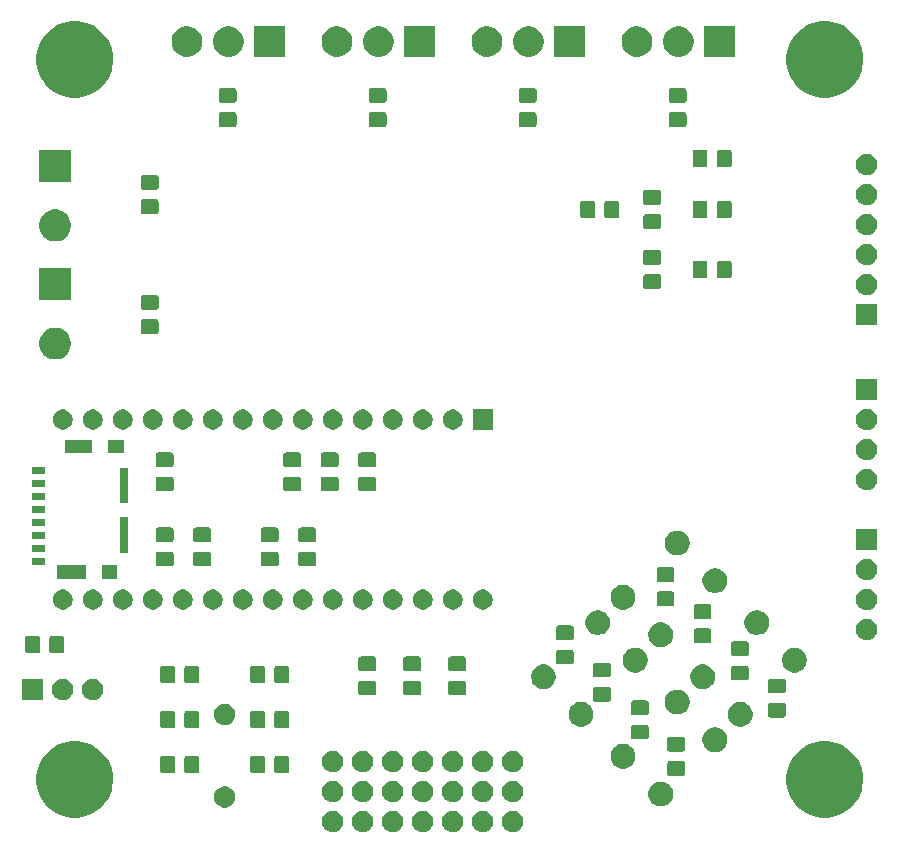
<source format=gbr>
G04 #@! TF.GenerationSoftware,KiCad,Pcbnew,(5.1.5)-2*
G04 #@! TF.CreationDate,2020-01-08T19:40:40-08:00*
G04 #@! TF.ProjectId,bifrost,62696672-6f73-4742-9e6b-696361645f70,A*
G04 #@! TF.SameCoordinates,Original*
G04 #@! TF.FileFunction,Soldermask,Bot*
G04 #@! TF.FilePolarity,Negative*
%FSLAX46Y46*%
G04 Gerber Fmt 4.6, Leading zero omitted, Abs format (unit mm)*
G04 Created by KiCad (PCBNEW (5.1.5)-2) date 2020-01-08 19:40:40*
%MOMM*%
%LPD*%
G04 APERTURE LIST*
%ADD10C,0.100000*%
G04 APERTURE END LIST*
D10*
G36*
X154037512Y-122039927D02*
G01*
X154186812Y-122069624D01*
X154350784Y-122137544D01*
X154498354Y-122236147D01*
X154623853Y-122361646D01*
X154722456Y-122509216D01*
X154790376Y-122673188D01*
X154825000Y-122847259D01*
X154825000Y-123024741D01*
X154790376Y-123198812D01*
X154722456Y-123362784D01*
X154623853Y-123510354D01*
X154498354Y-123635853D01*
X154350784Y-123734456D01*
X154186812Y-123802376D01*
X154037512Y-123832073D01*
X154012742Y-123837000D01*
X153835258Y-123837000D01*
X153810488Y-123832073D01*
X153661188Y-123802376D01*
X153497216Y-123734456D01*
X153349646Y-123635853D01*
X153224147Y-123510354D01*
X153125544Y-123362784D01*
X153057624Y-123198812D01*
X153023000Y-123024741D01*
X153023000Y-122847259D01*
X153057624Y-122673188D01*
X153125544Y-122509216D01*
X153224147Y-122361646D01*
X153349646Y-122236147D01*
X153497216Y-122137544D01*
X153661188Y-122069624D01*
X153810488Y-122039927D01*
X153835258Y-122035000D01*
X154012742Y-122035000D01*
X154037512Y-122039927D01*
G37*
G36*
X166737512Y-122039927D02*
G01*
X166886812Y-122069624D01*
X167050784Y-122137544D01*
X167198354Y-122236147D01*
X167323853Y-122361646D01*
X167422456Y-122509216D01*
X167490376Y-122673188D01*
X167525000Y-122847259D01*
X167525000Y-123024741D01*
X167490376Y-123198812D01*
X167422456Y-123362784D01*
X167323853Y-123510354D01*
X167198354Y-123635853D01*
X167050784Y-123734456D01*
X166886812Y-123802376D01*
X166737512Y-123832073D01*
X166712742Y-123837000D01*
X166535258Y-123837000D01*
X166510488Y-123832073D01*
X166361188Y-123802376D01*
X166197216Y-123734456D01*
X166049646Y-123635853D01*
X165924147Y-123510354D01*
X165825544Y-123362784D01*
X165757624Y-123198812D01*
X165723000Y-123024741D01*
X165723000Y-122847259D01*
X165757624Y-122673188D01*
X165825544Y-122509216D01*
X165924147Y-122361646D01*
X166049646Y-122236147D01*
X166197216Y-122137544D01*
X166361188Y-122069624D01*
X166510488Y-122039927D01*
X166535258Y-122035000D01*
X166712742Y-122035000D01*
X166737512Y-122039927D01*
G37*
G36*
X164197512Y-122039927D02*
G01*
X164346812Y-122069624D01*
X164510784Y-122137544D01*
X164658354Y-122236147D01*
X164783853Y-122361646D01*
X164882456Y-122509216D01*
X164950376Y-122673188D01*
X164985000Y-122847259D01*
X164985000Y-123024741D01*
X164950376Y-123198812D01*
X164882456Y-123362784D01*
X164783853Y-123510354D01*
X164658354Y-123635853D01*
X164510784Y-123734456D01*
X164346812Y-123802376D01*
X164197512Y-123832073D01*
X164172742Y-123837000D01*
X163995258Y-123837000D01*
X163970488Y-123832073D01*
X163821188Y-123802376D01*
X163657216Y-123734456D01*
X163509646Y-123635853D01*
X163384147Y-123510354D01*
X163285544Y-123362784D01*
X163217624Y-123198812D01*
X163183000Y-123024741D01*
X163183000Y-122847259D01*
X163217624Y-122673188D01*
X163285544Y-122509216D01*
X163384147Y-122361646D01*
X163509646Y-122236147D01*
X163657216Y-122137544D01*
X163821188Y-122069624D01*
X163970488Y-122039927D01*
X163995258Y-122035000D01*
X164172742Y-122035000D01*
X164197512Y-122039927D01*
G37*
G36*
X169277512Y-122039927D02*
G01*
X169426812Y-122069624D01*
X169590784Y-122137544D01*
X169738354Y-122236147D01*
X169863853Y-122361646D01*
X169962456Y-122509216D01*
X170030376Y-122673188D01*
X170065000Y-122847259D01*
X170065000Y-123024741D01*
X170030376Y-123198812D01*
X169962456Y-123362784D01*
X169863853Y-123510354D01*
X169738354Y-123635853D01*
X169590784Y-123734456D01*
X169426812Y-123802376D01*
X169277512Y-123832073D01*
X169252742Y-123837000D01*
X169075258Y-123837000D01*
X169050488Y-123832073D01*
X168901188Y-123802376D01*
X168737216Y-123734456D01*
X168589646Y-123635853D01*
X168464147Y-123510354D01*
X168365544Y-123362784D01*
X168297624Y-123198812D01*
X168263000Y-123024741D01*
X168263000Y-122847259D01*
X168297624Y-122673188D01*
X168365544Y-122509216D01*
X168464147Y-122361646D01*
X168589646Y-122236147D01*
X168737216Y-122137544D01*
X168901188Y-122069624D01*
X169050488Y-122039927D01*
X169075258Y-122035000D01*
X169252742Y-122035000D01*
X169277512Y-122039927D01*
G37*
G36*
X159117512Y-122039927D02*
G01*
X159266812Y-122069624D01*
X159430784Y-122137544D01*
X159578354Y-122236147D01*
X159703853Y-122361646D01*
X159802456Y-122509216D01*
X159870376Y-122673188D01*
X159905000Y-122847259D01*
X159905000Y-123024741D01*
X159870376Y-123198812D01*
X159802456Y-123362784D01*
X159703853Y-123510354D01*
X159578354Y-123635853D01*
X159430784Y-123734456D01*
X159266812Y-123802376D01*
X159117512Y-123832073D01*
X159092742Y-123837000D01*
X158915258Y-123837000D01*
X158890488Y-123832073D01*
X158741188Y-123802376D01*
X158577216Y-123734456D01*
X158429646Y-123635853D01*
X158304147Y-123510354D01*
X158205544Y-123362784D01*
X158137624Y-123198812D01*
X158103000Y-123024741D01*
X158103000Y-122847259D01*
X158137624Y-122673188D01*
X158205544Y-122509216D01*
X158304147Y-122361646D01*
X158429646Y-122236147D01*
X158577216Y-122137544D01*
X158741188Y-122069624D01*
X158890488Y-122039927D01*
X158915258Y-122035000D01*
X159092742Y-122035000D01*
X159117512Y-122039927D01*
G37*
G36*
X161657512Y-122039927D02*
G01*
X161806812Y-122069624D01*
X161970784Y-122137544D01*
X162118354Y-122236147D01*
X162243853Y-122361646D01*
X162342456Y-122509216D01*
X162410376Y-122673188D01*
X162445000Y-122847259D01*
X162445000Y-123024741D01*
X162410376Y-123198812D01*
X162342456Y-123362784D01*
X162243853Y-123510354D01*
X162118354Y-123635853D01*
X161970784Y-123734456D01*
X161806812Y-123802376D01*
X161657512Y-123832073D01*
X161632742Y-123837000D01*
X161455258Y-123837000D01*
X161430488Y-123832073D01*
X161281188Y-123802376D01*
X161117216Y-123734456D01*
X160969646Y-123635853D01*
X160844147Y-123510354D01*
X160745544Y-123362784D01*
X160677624Y-123198812D01*
X160643000Y-123024741D01*
X160643000Y-122847259D01*
X160677624Y-122673188D01*
X160745544Y-122509216D01*
X160844147Y-122361646D01*
X160969646Y-122236147D01*
X161117216Y-122137544D01*
X161281188Y-122069624D01*
X161430488Y-122039927D01*
X161455258Y-122035000D01*
X161632742Y-122035000D01*
X161657512Y-122039927D01*
G37*
G36*
X156577512Y-122039927D02*
G01*
X156726812Y-122069624D01*
X156890784Y-122137544D01*
X157038354Y-122236147D01*
X157163853Y-122361646D01*
X157262456Y-122509216D01*
X157330376Y-122673188D01*
X157365000Y-122847259D01*
X157365000Y-123024741D01*
X157330376Y-123198812D01*
X157262456Y-123362784D01*
X157163853Y-123510354D01*
X157038354Y-123635853D01*
X156890784Y-123734456D01*
X156726812Y-123802376D01*
X156577512Y-123832073D01*
X156552742Y-123837000D01*
X156375258Y-123837000D01*
X156350488Y-123832073D01*
X156201188Y-123802376D01*
X156037216Y-123734456D01*
X155889646Y-123635853D01*
X155764147Y-123510354D01*
X155665544Y-123362784D01*
X155597624Y-123198812D01*
X155563000Y-123024741D01*
X155563000Y-122847259D01*
X155597624Y-122673188D01*
X155665544Y-122509216D01*
X155764147Y-122361646D01*
X155889646Y-122236147D01*
X156037216Y-122137544D01*
X156201188Y-122069624D01*
X156350488Y-122039927D01*
X156375258Y-122035000D01*
X156552742Y-122035000D01*
X156577512Y-122039927D01*
G37*
G36*
X196214239Y-116191467D02*
G01*
X196528282Y-116253934D01*
X197119926Y-116499001D01*
X197390025Y-116679476D01*
X197652391Y-116854783D01*
X198105217Y-117307609D01*
X198162585Y-117393466D01*
X198460999Y-117840074D01*
X198705501Y-118430354D01*
X198706066Y-118431719D01*
X198831000Y-119059803D01*
X198831000Y-119700197D01*
X198784150Y-119935725D01*
X198706066Y-120328282D01*
X198460999Y-120919926D01*
X198105216Y-121452392D01*
X197652392Y-121905216D01*
X197119926Y-122260999D01*
X196528282Y-122506066D01*
X196214239Y-122568533D01*
X195900197Y-122631000D01*
X195259803Y-122631000D01*
X194945761Y-122568533D01*
X194631718Y-122506066D01*
X194040074Y-122260999D01*
X193507608Y-121905216D01*
X193054784Y-121452392D01*
X192699001Y-120919926D01*
X192453934Y-120328282D01*
X192375850Y-119935725D01*
X192329000Y-119700197D01*
X192329000Y-119059803D01*
X192453934Y-118431719D01*
X192454499Y-118430354D01*
X192699001Y-117840074D01*
X192997415Y-117393466D01*
X193054783Y-117307609D01*
X193507609Y-116854783D01*
X193769975Y-116679476D01*
X194040074Y-116499001D01*
X194631718Y-116253934D01*
X194945761Y-116191467D01*
X195259803Y-116129000D01*
X195900197Y-116129000D01*
X196214239Y-116191467D01*
G37*
G36*
X132714239Y-116191467D02*
G01*
X133028282Y-116253934D01*
X133619926Y-116499001D01*
X133890025Y-116679476D01*
X134152391Y-116854783D01*
X134605217Y-117307609D01*
X134662585Y-117393466D01*
X134960999Y-117840074D01*
X135205501Y-118430354D01*
X135206066Y-118431719D01*
X135331000Y-119059803D01*
X135331000Y-119700197D01*
X135284150Y-119935725D01*
X135206066Y-120328282D01*
X134960999Y-120919926D01*
X134605216Y-121452392D01*
X134152392Y-121905216D01*
X133619926Y-122260999D01*
X133028282Y-122506066D01*
X132714239Y-122568533D01*
X132400197Y-122631000D01*
X131759803Y-122631000D01*
X131445761Y-122568533D01*
X131131718Y-122506066D01*
X130540074Y-122260999D01*
X130007608Y-121905216D01*
X129554784Y-121452392D01*
X129199001Y-120919926D01*
X128953934Y-120328282D01*
X128875850Y-119935725D01*
X128829000Y-119700197D01*
X128829000Y-119059803D01*
X128953934Y-118431719D01*
X128954499Y-118430354D01*
X129199001Y-117840074D01*
X129497415Y-117393466D01*
X129554783Y-117307609D01*
X130007609Y-116854783D01*
X130269975Y-116679476D01*
X130540074Y-116499001D01*
X131131718Y-116253934D01*
X131445761Y-116191467D01*
X131759803Y-116129000D01*
X132400197Y-116129000D01*
X132714239Y-116191467D01*
G37*
G36*
X144893512Y-119967927D02*
G01*
X145042812Y-119997624D01*
X145206784Y-120065544D01*
X145354354Y-120164147D01*
X145479853Y-120289646D01*
X145578456Y-120437216D01*
X145646376Y-120601188D01*
X145681000Y-120775259D01*
X145681000Y-120952741D01*
X145646376Y-121126812D01*
X145578456Y-121290784D01*
X145479853Y-121438354D01*
X145354354Y-121563853D01*
X145206784Y-121662456D01*
X145042812Y-121730376D01*
X144893512Y-121760073D01*
X144868742Y-121765000D01*
X144691258Y-121765000D01*
X144666488Y-121760073D01*
X144517188Y-121730376D01*
X144353216Y-121662456D01*
X144205646Y-121563853D01*
X144080147Y-121438354D01*
X143981544Y-121290784D01*
X143913624Y-121126812D01*
X143879000Y-120952741D01*
X143879000Y-120775259D01*
X143913624Y-120601188D01*
X143981544Y-120437216D01*
X144080147Y-120289646D01*
X144205646Y-120164147D01*
X144353216Y-120065544D01*
X144517188Y-119997624D01*
X144666488Y-119967927D01*
X144691258Y-119963000D01*
X144868742Y-119963000D01*
X144893512Y-119967927D01*
G37*
G36*
X181998147Y-119595087D02*
G01*
X182172958Y-119667496D01*
X182189418Y-119674314D01*
X182361556Y-119789333D01*
X182507948Y-119935725D01*
X182549308Y-119997624D01*
X182622968Y-120107865D01*
X182702194Y-120299134D01*
X182742583Y-120502182D01*
X182742583Y-120709214D01*
X182702194Y-120912262D01*
X182626149Y-121095852D01*
X182622967Y-121103533D01*
X182507948Y-121275671D01*
X182361556Y-121422063D01*
X182189418Y-121537082D01*
X182189417Y-121537083D01*
X182189416Y-121537083D01*
X181998147Y-121616309D01*
X181795099Y-121656698D01*
X181588067Y-121656698D01*
X181385019Y-121616309D01*
X181193750Y-121537083D01*
X181193749Y-121537083D01*
X181193748Y-121537082D01*
X181021610Y-121422063D01*
X180875218Y-121275671D01*
X180760199Y-121103533D01*
X180757017Y-121095852D01*
X180680972Y-120912262D01*
X180640583Y-120709214D01*
X180640583Y-120502182D01*
X180680972Y-120299134D01*
X180760198Y-120107865D01*
X180833859Y-119997624D01*
X180875218Y-119935725D01*
X181021610Y-119789333D01*
X181193748Y-119674314D01*
X181210208Y-119667496D01*
X181385019Y-119595087D01*
X181588067Y-119554698D01*
X181795099Y-119554698D01*
X181998147Y-119595087D01*
G37*
G36*
X161657512Y-119499927D02*
G01*
X161806812Y-119529624D01*
X161970784Y-119597544D01*
X162118354Y-119696147D01*
X162243853Y-119821646D01*
X162342456Y-119969216D01*
X162410376Y-120133188D01*
X162440073Y-120282488D01*
X162445000Y-120307258D01*
X162445000Y-120484742D01*
X162440073Y-120509512D01*
X162410376Y-120658812D01*
X162342456Y-120822784D01*
X162243853Y-120970354D01*
X162118354Y-121095853D01*
X161970784Y-121194456D01*
X161806812Y-121262376D01*
X161657512Y-121292073D01*
X161632742Y-121297000D01*
X161455258Y-121297000D01*
X161430488Y-121292073D01*
X161281188Y-121262376D01*
X161117216Y-121194456D01*
X160969646Y-121095853D01*
X160844147Y-120970354D01*
X160745544Y-120822784D01*
X160677624Y-120658812D01*
X160647927Y-120509512D01*
X160643000Y-120484742D01*
X160643000Y-120307258D01*
X160647927Y-120282488D01*
X160677624Y-120133188D01*
X160745544Y-119969216D01*
X160844147Y-119821646D01*
X160969646Y-119696147D01*
X161117216Y-119597544D01*
X161281188Y-119529624D01*
X161430488Y-119499927D01*
X161455258Y-119495000D01*
X161632742Y-119495000D01*
X161657512Y-119499927D01*
G37*
G36*
X159117512Y-119499927D02*
G01*
X159266812Y-119529624D01*
X159430784Y-119597544D01*
X159578354Y-119696147D01*
X159703853Y-119821646D01*
X159802456Y-119969216D01*
X159870376Y-120133188D01*
X159900073Y-120282488D01*
X159905000Y-120307258D01*
X159905000Y-120484742D01*
X159900073Y-120509512D01*
X159870376Y-120658812D01*
X159802456Y-120822784D01*
X159703853Y-120970354D01*
X159578354Y-121095853D01*
X159430784Y-121194456D01*
X159266812Y-121262376D01*
X159117512Y-121292073D01*
X159092742Y-121297000D01*
X158915258Y-121297000D01*
X158890488Y-121292073D01*
X158741188Y-121262376D01*
X158577216Y-121194456D01*
X158429646Y-121095853D01*
X158304147Y-120970354D01*
X158205544Y-120822784D01*
X158137624Y-120658812D01*
X158107927Y-120509512D01*
X158103000Y-120484742D01*
X158103000Y-120307258D01*
X158107927Y-120282488D01*
X158137624Y-120133188D01*
X158205544Y-119969216D01*
X158304147Y-119821646D01*
X158429646Y-119696147D01*
X158577216Y-119597544D01*
X158741188Y-119529624D01*
X158890488Y-119499927D01*
X158915258Y-119495000D01*
X159092742Y-119495000D01*
X159117512Y-119499927D01*
G37*
G36*
X164197512Y-119499927D02*
G01*
X164346812Y-119529624D01*
X164510784Y-119597544D01*
X164658354Y-119696147D01*
X164783853Y-119821646D01*
X164882456Y-119969216D01*
X164950376Y-120133188D01*
X164980073Y-120282488D01*
X164985000Y-120307258D01*
X164985000Y-120484742D01*
X164980073Y-120509512D01*
X164950376Y-120658812D01*
X164882456Y-120822784D01*
X164783853Y-120970354D01*
X164658354Y-121095853D01*
X164510784Y-121194456D01*
X164346812Y-121262376D01*
X164197512Y-121292073D01*
X164172742Y-121297000D01*
X163995258Y-121297000D01*
X163970488Y-121292073D01*
X163821188Y-121262376D01*
X163657216Y-121194456D01*
X163509646Y-121095853D01*
X163384147Y-120970354D01*
X163285544Y-120822784D01*
X163217624Y-120658812D01*
X163187927Y-120509512D01*
X163183000Y-120484742D01*
X163183000Y-120307258D01*
X163187927Y-120282488D01*
X163217624Y-120133188D01*
X163285544Y-119969216D01*
X163384147Y-119821646D01*
X163509646Y-119696147D01*
X163657216Y-119597544D01*
X163821188Y-119529624D01*
X163970488Y-119499927D01*
X163995258Y-119495000D01*
X164172742Y-119495000D01*
X164197512Y-119499927D01*
G37*
G36*
X154037512Y-119499927D02*
G01*
X154186812Y-119529624D01*
X154350784Y-119597544D01*
X154498354Y-119696147D01*
X154623853Y-119821646D01*
X154722456Y-119969216D01*
X154790376Y-120133188D01*
X154820073Y-120282488D01*
X154825000Y-120307258D01*
X154825000Y-120484742D01*
X154820073Y-120509512D01*
X154790376Y-120658812D01*
X154722456Y-120822784D01*
X154623853Y-120970354D01*
X154498354Y-121095853D01*
X154350784Y-121194456D01*
X154186812Y-121262376D01*
X154037512Y-121292073D01*
X154012742Y-121297000D01*
X153835258Y-121297000D01*
X153810488Y-121292073D01*
X153661188Y-121262376D01*
X153497216Y-121194456D01*
X153349646Y-121095853D01*
X153224147Y-120970354D01*
X153125544Y-120822784D01*
X153057624Y-120658812D01*
X153027927Y-120509512D01*
X153023000Y-120484742D01*
X153023000Y-120307258D01*
X153027927Y-120282488D01*
X153057624Y-120133188D01*
X153125544Y-119969216D01*
X153224147Y-119821646D01*
X153349646Y-119696147D01*
X153497216Y-119597544D01*
X153661188Y-119529624D01*
X153810488Y-119499927D01*
X153835258Y-119495000D01*
X154012742Y-119495000D01*
X154037512Y-119499927D01*
G37*
G36*
X166737512Y-119499927D02*
G01*
X166886812Y-119529624D01*
X167050784Y-119597544D01*
X167198354Y-119696147D01*
X167323853Y-119821646D01*
X167422456Y-119969216D01*
X167490376Y-120133188D01*
X167520073Y-120282488D01*
X167525000Y-120307258D01*
X167525000Y-120484742D01*
X167520073Y-120509512D01*
X167490376Y-120658812D01*
X167422456Y-120822784D01*
X167323853Y-120970354D01*
X167198354Y-121095853D01*
X167050784Y-121194456D01*
X166886812Y-121262376D01*
X166737512Y-121292073D01*
X166712742Y-121297000D01*
X166535258Y-121297000D01*
X166510488Y-121292073D01*
X166361188Y-121262376D01*
X166197216Y-121194456D01*
X166049646Y-121095853D01*
X165924147Y-120970354D01*
X165825544Y-120822784D01*
X165757624Y-120658812D01*
X165727927Y-120509512D01*
X165723000Y-120484742D01*
X165723000Y-120307258D01*
X165727927Y-120282488D01*
X165757624Y-120133188D01*
X165825544Y-119969216D01*
X165924147Y-119821646D01*
X166049646Y-119696147D01*
X166197216Y-119597544D01*
X166361188Y-119529624D01*
X166510488Y-119499927D01*
X166535258Y-119495000D01*
X166712742Y-119495000D01*
X166737512Y-119499927D01*
G37*
G36*
X169277512Y-119499927D02*
G01*
X169426812Y-119529624D01*
X169590784Y-119597544D01*
X169738354Y-119696147D01*
X169863853Y-119821646D01*
X169962456Y-119969216D01*
X170030376Y-120133188D01*
X170060073Y-120282488D01*
X170065000Y-120307258D01*
X170065000Y-120484742D01*
X170060073Y-120509512D01*
X170030376Y-120658812D01*
X169962456Y-120822784D01*
X169863853Y-120970354D01*
X169738354Y-121095853D01*
X169590784Y-121194456D01*
X169426812Y-121262376D01*
X169277512Y-121292073D01*
X169252742Y-121297000D01*
X169075258Y-121297000D01*
X169050488Y-121292073D01*
X168901188Y-121262376D01*
X168737216Y-121194456D01*
X168589646Y-121095853D01*
X168464147Y-120970354D01*
X168365544Y-120822784D01*
X168297624Y-120658812D01*
X168267927Y-120509512D01*
X168263000Y-120484742D01*
X168263000Y-120307258D01*
X168267927Y-120282488D01*
X168297624Y-120133188D01*
X168365544Y-119969216D01*
X168464147Y-119821646D01*
X168589646Y-119696147D01*
X168737216Y-119597544D01*
X168901188Y-119529624D01*
X169050488Y-119499927D01*
X169075258Y-119495000D01*
X169252742Y-119495000D01*
X169277512Y-119499927D01*
G37*
G36*
X156577512Y-119499927D02*
G01*
X156726812Y-119529624D01*
X156890784Y-119597544D01*
X157038354Y-119696147D01*
X157163853Y-119821646D01*
X157262456Y-119969216D01*
X157330376Y-120133188D01*
X157360073Y-120282488D01*
X157365000Y-120307258D01*
X157365000Y-120484742D01*
X157360073Y-120509512D01*
X157330376Y-120658812D01*
X157262456Y-120822784D01*
X157163853Y-120970354D01*
X157038354Y-121095853D01*
X156890784Y-121194456D01*
X156726812Y-121262376D01*
X156577512Y-121292073D01*
X156552742Y-121297000D01*
X156375258Y-121297000D01*
X156350488Y-121292073D01*
X156201188Y-121262376D01*
X156037216Y-121194456D01*
X155889646Y-121095853D01*
X155764147Y-120970354D01*
X155665544Y-120822784D01*
X155597624Y-120658812D01*
X155567927Y-120509512D01*
X155563000Y-120484742D01*
X155563000Y-120307258D01*
X155567927Y-120282488D01*
X155597624Y-120133188D01*
X155665544Y-119969216D01*
X155764147Y-119821646D01*
X155889646Y-119696147D01*
X156037216Y-119597544D01*
X156201188Y-119529624D01*
X156350488Y-119499927D01*
X156375258Y-119495000D01*
X156552742Y-119495000D01*
X156577512Y-119499927D01*
G37*
G36*
X183588404Y-117827182D02*
G01*
X183626097Y-117838616D01*
X183660833Y-117857183D01*
X183691278Y-117882169D01*
X183716264Y-117912614D01*
X183734831Y-117947350D01*
X183746265Y-117985043D01*
X183750730Y-118030378D01*
X183750730Y-118867056D01*
X183746265Y-118912391D01*
X183734831Y-118950084D01*
X183716264Y-118984820D01*
X183691278Y-119015265D01*
X183660833Y-119040251D01*
X183626097Y-119058818D01*
X183588404Y-119070252D01*
X183543069Y-119074717D01*
X182456391Y-119074717D01*
X182411056Y-119070252D01*
X182373363Y-119058818D01*
X182338627Y-119040251D01*
X182308182Y-119015265D01*
X182283196Y-118984820D01*
X182264629Y-118950084D01*
X182253195Y-118912391D01*
X182248730Y-118867056D01*
X182248730Y-118030378D01*
X182253195Y-117985043D01*
X182264629Y-117947350D01*
X182283196Y-117912614D01*
X182308182Y-117882169D01*
X182338627Y-117857183D01*
X182373363Y-117838616D01*
X182411056Y-117827182D01*
X182456391Y-117822717D01*
X183543069Y-117822717D01*
X183588404Y-117827182D01*
G37*
G36*
X148028674Y-117363465D02*
G01*
X148066367Y-117374899D01*
X148101103Y-117393466D01*
X148131548Y-117418452D01*
X148156534Y-117448897D01*
X148175101Y-117483633D01*
X148186535Y-117521326D01*
X148191000Y-117566661D01*
X148191000Y-118653339D01*
X148186535Y-118698674D01*
X148175101Y-118736367D01*
X148156534Y-118771103D01*
X148131548Y-118801548D01*
X148101103Y-118826534D01*
X148066367Y-118845101D01*
X148028674Y-118856535D01*
X147983339Y-118861000D01*
X147146661Y-118861000D01*
X147101326Y-118856535D01*
X147063633Y-118845101D01*
X147028897Y-118826534D01*
X146998452Y-118801548D01*
X146973466Y-118771103D01*
X146954899Y-118736367D01*
X146943465Y-118698674D01*
X146939000Y-118653339D01*
X146939000Y-117566661D01*
X146943465Y-117521326D01*
X146954899Y-117483633D01*
X146973466Y-117448897D01*
X146998452Y-117418452D01*
X147028897Y-117393466D01*
X147063633Y-117374899D01*
X147101326Y-117363465D01*
X147146661Y-117359000D01*
X147983339Y-117359000D01*
X148028674Y-117363465D01*
G37*
G36*
X140408674Y-117363465D02*
G01*
X140446367Y-117374899D01*
X140481103Y-117393466D01*
X140511548Y-117418452D01*
X140536534Y-117448897D01*
X140555101Y-117483633D01*
X140566535Y-117521326D01*
X140571000Y-117566661D01*
X140571000Y-118653339D01*
X140566535Y-118698674D01*
X140555101Y-118736367D01*
X140536534Y-118771103D01*
X140511548Y-118801548D01*
X140481103Y-118826534D01*
X140446367Y-118845101D01*
X140408674Y-118856535D01*
X140363339Y-118861000D01*
X139526661Y-118861000D01*
X139481326Y-118856535D01*
X139443633Y-118845101D01*
X139408897Y-118826534D01*
X139378452Y-118801548D01*
X139353466Y-118771103D01*
X139334899Y-118736367D01*
X139323465Y-118698674D01*
X139319000Y-118653339D01*
X139319000Y-117566661D01*
X139323465Y-117521326D01*
X139334899Y-117483633D01*
X139353466Y-117448897D01*
X139378452Y-117418452D01*
X139408897Y-117393466D01*
X139443633Y-117374899D01*
X139481326Y-117363465D01*
X139526661Y-117359000D01*
X140363339Y-117359000D01*
X140408674Y-117363465D01*
G37*
G36*
X142458674Y-117363465D02*
G01*
X142496367Y-117374899D01*
X142531103Y-117393466D01*
X142561548Y-117418452D01*
X142586534Y-117448897D01*
X142605101Y-117483633D01*
X142616535Y-117521326D01*
X142621000Y-117566661D01*
X142621000Y-118653339D01*
X142616535Y-118698674D01*
X142605101Y-118736367D01*
X142586534Y-118771103D01*
X142561548Y-118801548D01*
X142531103Y-118826534D01*
X142496367Y-118845101D01*
X142458674Y-118856535D01*
X142413339Y-118861000D01*
X141576661Y-118861000D01*
X141531326Y-118856535D01*
X141493633Y-118845101D01*
X141458897Y-118826534D01*
X141428452Y-118801548D01*
X141403466Y-118771103D01*
X141384899Y-118736367D01*
X141373465Y-118698674D01*
X141369000Y-118653339D01*
X141369000Y-117566661D01*
X141373465Y-117521326D01*
X141384899Y-117483633D01*
X141403466Y-117448897D01*
X141428452Y-117418452D01*
X141458897Y-117393466D01*
X141493633Y-117374899D01*
X141531326Y-117363465D01*
X141576661Y-117359000D01*
X142413339Y-117359000D01*
X142458674Y-117363465D01*
G37*
G36*
X150078674Y-117363465D02*
G01*
X150116367Y-117374899D01*
X150151103Y-117393466D01*
X150181548Y-117418452D01*
X150206534Y-117448897D01*
X150225101Y-117483633D01*
X150236535Y-117521326D01*
X150241000Y-117566661D01*
X150241000Y-118653339D01*
X150236535Y-118698674D01*
X150225101Y-118736367D01*
X150206534Y-118771103D01*
X150181548Y-118801548D01*
X150151103Y-118826534D01*
X150116367Y-118845101D01*
X150078674Y-118856535D01*
X150033339Y-118861000D01*
X149196661Y-118861000D01*
X149151326Y-118856535D01*
X149113633Y-118845101D01*
X149078897Y-118826534D01*
X149048452Y-118801548D01*
X149023466Y-118771103D01*
X149004899Y-118736367D01*
X148993465Y-118698674D01*
X148989000Y-118653339D01*
X148989000Y-117566661D01*
X148993465Y-117521326D01*
X149004899Y-117483633D01*
X149023466Y-117448897D01*
X149048452Y-117418452D01*
X149078897Y-117393466D01*
X149113633Y-117374899D01*
X149151326Y-117363465D01*
X149196661Y-117359000D01*
X150033339Y-117359000D01*
X150078674Y-117363465D01*
G37*
G36*
X169277512Y-116959927D02*
G01*
X169426812Y-116989624D01*
X169590784Y-117057544D01*
X169738354Y-117156147D01*
X169863853Y-117281646D01*
X169962456Y-117429216D01*
X170030376Y-117593188D01*
X170065000Y-117767259D01*
X170065000Y-117944741D01*
X170030376Y-118118812D01*
X169962456Y-118282784D01*
X169863853Y-118430354D01*
X169738354Y-118555853D01*
X169590784Y-118654456D01*
X169426812Y-118722376D01*
X169277512Y-118752073D01*
X169252742Y-118757000D01*
X169075258Y-118757000D01*
X169050488Y-118752073D01*
X168901188Y-118722376D01*
X168737216Y-118654456D01*
X168589646Y-118555853D01*
X168464147Y-118430354D01*
X168365544Y-118282784D01*
X168297624Y-118118812D01*
X168263000Y-117944741D01*
X168263000Y-117767259D01*
X168297624Y-117593188D01*
X168365544Y-117429216D01*
X168464147Y-117281646D01*
X168589646Y-117156147D01*
X168737216Y-117057544D01*
X168901188Y-116989624D01*
X169050488Y-116959927D01*
X169075258Y-116955000D01*
X169252742Y-116955000D01*
X169277512Y-116959927D01*
G37*
G36*
X166737512Y-116959927D02*
G01*
X166886812Y-116989624D01*
X167050784Y-117057544D01*
X167198354Y-117156147D01*
X167323853Y-117281646D01*
X167422456Y-117429216D01*
X167490376Y-117593188D01*
X167525000Y-117767259D01*
X167525000Y-117944741D01*
X167490376Y-118118812D01*
X167422456Y-118282784D01*
X167323853Y-118430354D01*
X167198354Y-118555853D01*
X167050784Y-118654456D01*
X166886812Y-118722376D01*
X166737512Y-118752073D01*
X166712742Y-118757000D01*
X166535258Y-118757000D01*
X166510488Y-118752073D01*
X166361188Y-118722376D01*
X166197216Y-118654456D01*
X166049646Y-118555853D01*
X165924147Y-118430354D01*
X165825544Y-118282784D01*
X165757624Y-118118812D01*
X165723000Y-117944741D01*
X165723000Y-117767259D01*
X165757624Y-117593188D01*
X165825544Y-117429216D01*
X165924147Y-117281646D01*
X166049646Y-117156147D01*
X166197216Y-117057544D01*
X166361188Y-116989624D01*
X166510488Y-116959927D01*
X166535258Y-116955000D01*
X166712742Y-116955000D01*
X166737512Y-116959927D01*
G37*
G36*
X161657512Y-116959927D02*
G01*
X161806812Y-116989624D01*
X161970784Y-117057544D01*
X162118354Y-117156147D01*
X162243853Y-117281646D01*
X162342456Y-117429216D01*
X162410376Y-117593188D01*
X162445000Y-117767259D01*
X162445000Y-117944741D01*
X162410376Y-118118812D01*
X162342456Y-118282784D01*
X162243853Y-118430354D01*
X162118354Y-118555853D01*
X161970784Y-118654456D01*
X161806812Y-118722376D01*
X161657512Y-118752073D01*
X161632742Y-118757000D01*
X161455258Y-118757000D01*
X161430488Y-118752073D01*
X161281188Y-118722376D01*
X161117216Y-118654456D01*
X160969646Y-118555853D01*
X160844147Y-118430354D01*
X160745544Y-118282784D01*
X160677624Y-118118812D01*
X160643000Y-117944741D01*
X160643000Y-117767259D01*
X160677624Y-117593188D01*
X160745544Y-117429216D01*
X160844147Y-117281646D01*
X160969646Y-117156147D01*
X161117216Y-117057544D01*
X161281188Y-116989624D01*
X161430488Y-116959927D01*
X161455258Y-116955000D01*
X161632742Y-116955000D01*
X161657512Y-116959927D01*
G37*
G36*
X156577512Y-116959927D02*
G01*
X156726812Y-116989624D01*
X156890784Y-117057544D01*
X157038354Y-117156147D01*
X157163853Y-117281646D01*
X157262456Y-117429216D01*
X157330376Y-117593188D01*
X157365000Y-117767259D01*
X157365000Y-117944741D01*
X157330376Y-118118812D01*
X157262456Y-118282784D01*
X157163853Y-118430354D01*
X157038354Y-118555853D01*
X156890784Y-118654456D01*
X156726812Y-118722376D01*
X156577512Y-118752073D01*
X156552742Y-118757000D01*
X156375258Y-118757000D01*
X156350488Y-118752073D01*
X156201188Y-118722376D01*
X156037216Y-118654456D01*
X155889646Y-118555853D01*
X155764147Y-118430354D01*
X155665544Y-118282784D01*
X155597624Y-118118812D01*
X155563000Y-117944741D01*
X155563000Y-117767259D01*
X155597624Y-117593188D01*
X155665544Y-117429216D01*
X155764147Y-117281646D01*
X155889646Y-117156147D01*
X156037216Y-117057544D01*
X156201188Y-116989624D01*
X156350488Y-116959927D01*
X156375258Y-116955000D01*
X156552742Y-116955000D01*
X156577512Y-116959927D01*
G37*
G36*
X154037512Y-116959927D02*
G01*
X154186812Y-116989624D01*
X154350784Y-117057544D01*
X154498354Y-117156147D01*
X154623853Y-117281646D01*
X154722456Y-117429216D01*
X154790376Y-117593188D01*
X154825000Y-117767259D01*
X154825000Y-117944741D01*
X154790376Y-118118812D01*
X154722456Y-118282784D01*
X154623853Y-118430354D01*
X154498354Y-118555853D01*
X154350784Y-118654456D01*
X154186812Y-118722376D01*
X154037512Y-118752073D01*
X154012742Y-118757000D01*
X153835258Y-118757000D01*
X153810488Y-118752073D01*
X153661188Y-118722376D01*
X153497216Y-118654456D01*
X153349646Y-118555853D01*
X153224147Y-118430354D01*
X153125544Y-118282784D01*
X153057624Y-118118812D01*
X153023000Y-117944741D01*
X153023000Y-117767259D01*
X153057624Y-117593188D01*
X153125544Y-117429216D01*
X153224147Y-117281646D01*
X153349646Y-117156147D01*
X153497216Y-117057544D01*
X153661188Y-116989624D01*
X153810488Y-116959927D01*
X153835258Y-116955000D01*
X154012742Y-116955000D01*
X154037512Y-116959927D01*
G37*
G36*
X164197512Y-116959927D02*
G01*
X164346812Y-116989624D01*
X164510784Y-117057544D01*
X164658354Y-117156147D01*
X164783853Y-117281646D01*
X164882456Y-117429216D01*
X164950376Y-117593188D01*
X164985000Y-117767259D01*
X164985000Y-117944741D01*
X164950376Y-118118812D01*
X164882456Y-118282784D01*
X164783853Y-118430354D01*
X164658354Y-118555853D01*
X164510784Y-118654456D01*
X164346812Y-118722376D01*
X164197512Y-118752073D01*
X164172742Y-118757000D01*
X163995258Y-118757000D01*
X163970488Y-118752073D01*
X163821188Y-118722376D01*
X163657216Y-118654456D01*
X163509646Y-118555853D01*
X163384147Y-118430354D01*
X163285544Y-118282784D01*
X163217624Y-118118812D01*
X163183000Y-117944741D01*
X163183000Y-117767259D01*
X163217624Y-117593188D01*
X163285544Y-117429216D01*
X163384147Y-117281646D01*
X163509646Y-117156147D01*
X163657216Y-117057544D01*
X163821188Y-116989624D01*
X163970488Y-116959927D01*
X163995258Y-116955000D01*
X164172742Y-116955000D01*
X164197512Y-116959927D01*
G37*
G36*
X159117512Y-116959927D02*
G01*
X159266812Y-116989624D01*
X159430784Y-117057544D01*
X159578354Y-117156147D01*
X159703853Y-117281646D01*
X159802456Y-117429216D01*
X159870376Y-117593188D01*
X159905000Y-117767259D01*
X159905000Y-117944741D01*
X159870376Y-118118812D01*
X159802456Y-118282784D01*
X159703853Y-118430354D01*
X159578354Y-118555853D01*
X159430784Y-118654456D01*
X159266812Y-118722376D01*
X159117512Y-118752073D01*
X159092742Y-118757000D01*
X158915258Y-118757000D01*
X158890488Y-118752073D01*
X158741188Y-118722376D01*
X158577216Y-118654456D01*
X158429646Y-118555853D01*
X158304147Y-118430354D01*
X158205544Y-118282784D01*
X158137624Y-118118812D01*
X158103000Y-117944741D01*
X158103000Y-117767259D01*
X158137624Y-117593188D01*
X158205544Y-117429216D01*
X158304147Y-117281646D01*
X158429646Y-117156147D01*
X158577216Y-117057544D01*
X158741188Y-116989624D01*
X158890488Y-116959927D01*
X158915258Y-116955000D01*
X159092742Y-116955000D01*
X159117512Y-116959927D01*
G37*
G36*
X178816166Y-116413106D02*
G01*
X179007435Y-116492332D01*
X179007437Y-116492333D01*
X179179575Y-116607352D01*
X179325967Y-116753744D01*
X179398563Y-116862391D01*
X179440987Y-116925884D01*
X179520213Y-117117153D01*
X179560602Y-117320201D01*
X179560602Y-117527233D01*
X179520213Y-117730281D01*
X179444688Y-117912614D01*
X179440986Y-117921552D01*
X179325967Y-118093690D01*
X179179575Y-118240082D01*
X179007437Y-118355101D01*
X179007436Y-118355102D01*
X179007435Y-118355102D01*
X178816166Y-118434328D01*
X178613118Y-118474717D01*
X178406086Y-118474717D01*
X178203038Y-118434328D01*
X178011769Y-118355102D01*
X178011768Y-118355102D01*
X178011767Y-118355101D01*
X177839629Y-118240082D01*
X177693237Y-118093690D01*
X177578218Y-117921552D01*
X177574516Y-117912614D01*
X177498991Y-117730281D01*
X177458602Y-117527233D01*
X177458602Y-117320201D01*
X177498991Y-117117153D01*
X177578217Y-116925884D01*
X177620642Y-116862391D01*
X177693237Y-116753744D01*
X177839629Y-116607352D01*
X178011767Y-116492333D01*
X178011769Y-116492332D01*
X178203038Y-116413106D01*
X178406086Y-116372717D01*
X178613118Y-116372717D01*
X178816166Y-116413106D01*
G37*
G36*
X186594341Y-114998892D02*
G01*
X186785610Y-115078118D01*
X186785612Y-115078119D01*
X186957750Y-115193138D01*
X187104142Y-115339530D01*
X187219162Y-115511670D01*
X187298388Y-115702939D01*
X187338777Y-115905987D01*
X187338777Y-116113019D01*
X187298388Y-116316067D01*
X187225377Y-116492332D01*
X187219161Y-116507338D01*
X187104142Y-116679476D01*
X186957750Y-116825868D01*
X186785612Y-116940887D01*
X186785611Y-116940888D01*
X186785610Y-116940888D01*
X186594341Y-117020114D01*
X186391293Y-117060503D01*
X186184261Y-117060503D01*
X185981213Y-117020114D01*
X185789944Y-116940888D01*
X185789943Y-116940888D01*
X185789942Y-116940887D01*
X185617804Y-116825868D01*
X185471412Y-116679476D01*
X185356393Y-116507338D01*
X185350177Y-116492332D01*
X185277166Y-116316067D01*
X185236777Y-116113019D01*
X185236777Y-115905987D01*
X185277166Y-115702939D01*
X185356392Y-115511670D01*
X185471412Y-115339530D01*
X185617804Y-115193138D01*
X185789942Y-115078119D01*
X185789944Y-115078118D01*
X185981213Y-114998892D01*
X186184261Y-114958503D01*
X186391293Y-114958503D01*
X186594341Y-114998892D01*
G37*
G36*
X183588404Y-115777182D02*
G01*
X183626097Y-115788616D01*
X183660833Y-115807183D01*
X183691278Y-115832169D01*
X183716264Y-115862614D01*
X183734831Y-115897350D01*
X183746265Y-115935043D01*
X183750730Y-115980378D01*
X183750730Y-116817056D01*
X183746265Y-116862391D01*
X183734831Y-116900084D01*
X183716264Y-116934820D01*
X183691278Y-116965265D01*
X183660833Y-116990251D01*
X183626097Y-117008818D01*
X183588404Y-117020252D01*
X183543069Y-117024717D01*
X182456391Y-117024717D01*
X182411056Y-117020252D01*
X182373363Y-117008818D01*
X182338627Y-116990251D01*
X182308182Y-116965265D01*
X182283196Y-116934820D01*
X182264629Y-116900084D01*
X182253195Y-116862391D01*
X182248730Y-116817056D01*
X182248730Y-115980378D01*
X182253195Y-115935043D01*
X182264629Y-115897350D01*
X182283196Y-115862614D01*
X182308182Y-115832169D01*
X182338627Y-115807183D01*
X182373363Y-115788616D01*
X182411056Y-115777182D01*
X182456391Y-115772717D01*
X183543069Y-115772717D01*
X183588404Y-115777182D01*
G37*
G36*
X180508802Y-114747580D02*
G01*
X180546495Y-114759014D01*
X180581231Y-114777581D01*
X180611676Y-114802567D01*
X180636662Y-114833012D01*
X180655229Y-114867748D01*
X180666663Y-114905441D01*
X180671128Y-114950776D01*
X180671128Y-115787454D01*
X180666663Y-115832789D01*
X180655229Y-115870482D01*
X180636662Y-115905218D01*
X180611676Y-115935663D01*
X180581231Y-115960649D01*
X180546495Y-115979216D01*
X180508802Y-115990650D01*
X180463467Y-115995115D01*
X179376789Y-115995115D01*
X179331454Y-115990650D01*
X179293761Y-115979216D01*
X179259025Y-115960649D01*
X179228580Y-115935663D01*
X179203594Y-115905218D01*
X179185027Y-115870482D01*
X179173593Y-115832789D01*
X179169128Y-115787454D01*
X179169128Y-114950776D01*
X179173593Y-114905441D01*
X179185027Y-114867748D01*
X179203594Y-114833012D01*
X179228580Y-114802567D01*
X179259025Y-114777581D01*
X179293761Y-114759014D01*
X179331454Y-114747580D01*
X179376789Y-114743115D01*
X180463467Y-114743115D01*
X180508802Y-114747580D01*
G37*
G36*
X150078674Y-113553465D02*
G01*
X150116367Y-113564899D01*
X150151103Y-113583466D01*
X150181548Y-113608452D01*
X150206534Y-113638897D01*
X150225101Y-113673633D01*
X150236535Y-113711326D01*
X150241000Y-113756661D01*
X150241000Y-114843339D01*
X150236535Y-114888674D01*
X150225101Y-114926367D01*
X150206534Y-114961103D01*
X150181548Y-114991548D01*
X150151103Y-115016534D01*
X150116367Y-115035101D01*
X150078674Y-115046535D01*
X150033339Y-115051000D01*
X149196661Y-115051000D01*
X149151326Y-115046535D01*
X149113633Y-115035101D01*
X149078897Y-115016534D01*
X149048452Y-114991548D01*
X149023466Y-114961103D01*
X149004899Y-114926367D01*
X148993465Y-114888674D01*
X148989000Y-114843339D01*
X148989000Y-113756661D01*
X148993465Y-113711326D01*
X149004899Y-113673633D01*
X149023466Y-113638897D01*
X149048452Y-113608452D01*
X149078897Y-113583466D01*
X149113633Y-113564899D01*
X149151326Y-113553465D01*
X149196661Y-113549000D01*
X150033339Y-113549000D01*
X150078674Y-113553465D01*
G37*
G36*
X140408674Y-113553465D02*
G01*
X140446367Y-113564899D01*
X140481103Y-113583466D01*
X140511548Y-113608452D01*
X140536534Y-113638897D01*
X140555101Y-113673633D01*
X140566535Y-113711326D01*
X140571000Y-113756661D01*
X140571000Y-114843339D01*
X140566535Y-114888674D01*
X140555101Y-114926367D01*
X140536534Y-114961103D01*
X140511548Y-114991548D01*
X140481103Y-115016534D01*
X140446367Y-115035101D01*
X140408674Y-115046535D01*
X140363339Y-115051000D01*
X139526661Y-115051000D01*
X139481326Y-115046535D01*
X139443633Y-115035101D01*
X139408897Y-115016534D01*
X139378452Y-114991548D01*
X139353466Y-114961103D01*
X139334899Y-114926367D01*
X139323465Y-114888674D01*
X139319000Y-114843339D01*
X139319000Y-113756661D01*
X139323465Y-113711326D01*
X139334899Y-113673633D01*
X139353466Y-113638897D01*
X139378452Y-113608452D01*
X139408897Y-113583466D01*
X139443633Y-113564899D01*
X139481326Y-113553465D01*
X139526661Y-113549000D01*
X140363339Y-113549000D01*
X140408674Y-113553465D01*
G37*
G36*
X142458674Y-113553465D02*
G01*
X142496367Y-113564899D01*
X142531103Y-113583466D01*
X142561548Y-113608452D01*
X142586534Y-113638897D01*
X142605101Y-113673633D01*
X142616535Y-113711326D01*
X142621000Y-113756661D01*
X142621000Y-114843339D01*
X142616535Y-114888674D01*
X142605101Y-114926367D01*
X142586534Y-114961103D01*
X142561548Y-114991548D01*
X142531103Y-115016534D01*
X142496367Y-115035101D01*
X142458674Y-115046535D01*
X142413339Y-115051000D01*
X141576661Y-115051000D01*
X141531326Y-115046535D01*
X141493633Y-115035101D01*
X141458897Y-115016534D01*
X141428452Y-114991548D01*
X141403466Y-114961103D01*
X141384899Y-114926367D01*
X141373465Y-114888674D01*
X141369000Y-114843339D01*
X141369000Y-113756661D01*
X141373465Y-113711326D01*
X141384899Y-113673633D01*
X141403466Y-113638897D01*
X141428452Y-113608452D01*
X141458897Y-113583466D01*
X141493633Y-113564899D01*
X141531326Y-113553465D01*
X141576661Y-113549000D01*
X142413339Y-113549000D01*
X142458674Y-113553465D01*
G37*
G36*
X148028674Y-113553465D02*
G01*
X148066367Y-113564899D01*
X148101103Y-113583466D01*
X148131548Y-113608452D01*
X148156534Y-113638897D01*
X148175101Y-113673633D01*
X148186535Y-113711326D01*
X148191000Y-113756661D01*
X148191000Y-114843339D01*
X148186535Y-114888674D01*
X148175101Y-114926367D01*
X148156534Y-114961103D01*
X148131548Y-114991548D01*
X148101103Y-115016534D01*
X148066367Y-115035101D01*
X148028674Y-115046535D01*
X147983339Y-115051000D01*
X147146661Y-115051000D01*
X147101326Y-115046535D01*
X147063633Y-115035101D01*
X147028897Y-115016534D01*
X146998452Y-114991548D01*
X146973466Y-114961103D01*
X146954899Y-114926367D01*
X146943465Y-114888674D01*
X146939000Y-114843339D01*
X146939000Y-113756661D01*
X146943465Y-113711326D01*
X146954899Y-113673633D01*
X146973466Y-113638897D01*
X146998452Y-113608452D01*
X147028897Y-113583466D01*
X147063633Y-113564899D01*
X147101326Y-113553465D01*
X147146661Y-113549000D01*
X147983339Y-113549000D01*
X148028674Y-113553465D01*
G37*
G36*
X175262955Y-112859895D02*
G01*
X175430866Y-112929446D01*
X175454226Y-112939122D01*
X175460073Y-112943029D01*
X175626364Y-113054141D01*
X175772756Y-113200533D01*
X175887776Y-113372673D01*
X175967002Y-113563942D01*
X176007391Y-113766990D01*
X176007391Y-113974022D01*
X175967002Y-114177070D01*
X175919901Y-114290782D01*
X175887775Y-114368341D01*
X175772756Y-114540479D01*
X175626364Y-114686871D01*
X175454226Y-114801890D01*
X175454225Y-114801891D01*
X175454224Y-114801891D01*
X175262955Y-114881117D01*
X175059907Y-114921506D01*
X174852875Y-114921506D01*
X174649827Y-114881117D01*
X174458558Y-114801891D01*
X174458557Y-114801891D01*
X174458556Y-114801890D01*
X174286418Y-114686871D01*
X174140026Y-114540479D01*
X174025007Y-114368341D01*
X173992881Y-114290782D01*
X173945780Y-114177070D01*
X173905391Y-113974022D01*
X173905391Y-113766990D01*
X173945780Y-113563942D01*
X174025006Y-113372673D01*
X174140026Y-113200533D01*
X174286418Y-113054141D01*
X174452709Y-112943029D01*
X174458556Y-112939122D01*
X174481916Y-112929446D01*
X174649827Y-112859895D01*
X174852875Y-112819506D01*
X175059907Y-112819506D01*
X175262955Y-112859895D01*
G37*
G36*
X188733339Y-112859895D02*
G01*
X188901250Y-112929446D01*
X188924610Y-112939122D01*
X188930457Y-112943029D01*
X189096748Y-113054141D01*
X189243140Y-113200533D01*
X189358160Y-113372673D01*
X189437386Y-113563942D01*
X189477775Y-113766990D01*
X189477775Y-113974022D01*
X189437386Y-114177070D01*
X189390285Y-114290782D01*
X189358159Y-114368341D01*
X189243140Y-114540479D01*
X189096748Y-114686871D01*
X188924610Y-114801890D01*
X188924609Y-114801891D01*
X188924608Y-114801891D01*
X188733339Y-114881117D01*
X188530291Y-114921506D01*
X188323259Y-114921506D01*
X188120211Y-114881117D01*
X187928942Y-114801891D01*
X187928941Y-114801891D01*
X187928940Y-114801890D01*
X187756802Y-114686871D01*
X187610410Y-114540479D01*
X187495391Y-114368341D01*
X187463265Y-114290782D01*
X187416164Y-114177070D01*
X187375775Y-113974022D01*
X187375775Y-113766990D01*
X187416164Y-113563942D01*
X187495390Y-113372673D01*
X187610410Y-113200533D01*
X187756802Y-113054141D01*
X187923093Y-112943029D01*
X187928940Y-112939122D01*
X187952300Y-112929446D01*
X188120211Y-112859895D01*
X188323259Y-112819506D01*
X188530291Y-112819506D01*
X188733339Y-112859895D01*
G37*
G36*
X144880244Y-112965288D02*
G01*
X145042812Y-112997624D01*
X145206784Y-113065544D01*
X145354354Y-113164147D01*
X145479853Y-113289646D01*
X145578456Y-113437216D01*
X145646376Y-113601188D01*
X145668283Y-113711326D01*
X145677748Y-113758907D01*
X145681000Y-113775259D01*
X145681000Y-113952741D01*
X145646376Y-114126812D01*
X145578456Y-114290784D01*
X145479853Y-114438354D01*
X145354354Y-114563853D01*
X145206784Y-114662456D01*
X145042812Y-114730376D01*
X144898835Y-114759014D01*
X144868742Y-114765000D01*
X144691258Y-114765000D01*
X144661165Y-114759014D01*
X144517188Y-114730376D01*
X144353216Y-114662456D01*
X144205646Y-114563853D01*
X144080147Y-114438354D01*
X143981544Y-114290784D01*
X143913624Y-114126812D01*
X143879000Y-113952741D01*
X143879000Y-113775259D01*
X143882253Y-113758907D01*
X143891717Y-113711326D01*
X143913624Y-113601188D01*
X143981544Y-113437216D01*
X144080147Y-113289646D01*
X144205646Y-113164147D01*
X144353216Y-113065544D01*
X144517188Y-112997624D01*
X144679756Y-112965288D01*
X144691258Y-112963000D01*
X144868742Y-112963000D01*
X144880244Y-112965288D01*
G37*
G36*
X192119648Y-112888042D02*
G01*
X192157341Y-112899476D01*
X192192077Y-112918043D01*
X192222522Y-112943029D01*
X192247508Y-112973474D01*
X192266075Y-113008210D01*
X192277509Y-113045903D01*
X192281974Y-113091238D01*
X192281974Y-113927916D01*
X192277509Y-113973251D01*
X192266075Y-114010944D01*
X192247508Y-114045680D01*
X192222522Y-114076125D01*
X192192077Y-114101111D01*
X192157341Y-114119678D01*
X192119648Y-114131112D01*
X192074313Y-114135577D01*
X190987635Y-114135577D01*
X190942300Y-114131112D01*
X190904607Y-114119678D01*
X190869871Y-114101111D01*
X190839426Y-114076125D01*
X190814440Y-114045680D01*
X190795873Y-114010944D01*
X190784439Y-113973251D01*
X190779974Y-113927916D01*
X190779974Y-113091238D01*
X190784439Y-113045903D01*
X190795873Y-113008210D01*
X190814440Y-112973474D01*
X190839426Y-112943029D01*
X190869871Y-112918043D01*
X190904607Y-112899476D01*
X190942300Y-112888042D01*
X190987635Y-112883577D01*
X192074313Y-112883577D01*
X192119648Y-112888042D01*
G37*
G36*
X180508802Y-112697580D02*
G01*
X180546495Y-112709014D01*
X180581231Y-112727581D01*
X180611676Y-112752567D01*
X180636662Y-112783012D01*
X180655229Y-112817748D01*
X180666663Y-112855441D01*
X180671128Y-112900776D01*
X180671128Y-113737454D01*
X180666663Y-113782789D01*
X180655229Y-113820482D01*
X180636662Y-113855218D01*
X180611676Y-113885663D01*
X180581231Y-113910649D01*
X180546495Y-113929216D01*
X180508802Y-113940650D01*
X180463467Y-113945115D01*
X179376789Y-113945115D01*
X179331454Y-113940650D01*
X179293761Y-113929216D01*
X179259025Y-113910649D01*
X179228580Y-113885663D01*
X179203594Y-113855218D01*
X179185027Y-113820482D01*
X179173593Y-113782789D01*
X179169128Y-113737454D01*
X179169128Y-112900776D01*
X179173593Y-112855441D01*
X179185027Y-112817748D01*
X179203594Y-112783012D01*
X179228580Y-112752567D01*
X179259025Y-112727581D01*
X179293761Y-112709014D01*
X179331454Y-112697580D01*
X179376789Y-112693115D01*
X180463467Y-112693115D01*
X180508802Y-112697580D01*
G37*
G36*
X183412360Y-111816912D02*
G01*
X183603629Y-111896138D01*
X183603631Y-111896139D01*
X183775769Y-112011158D01*
X183922161Y-112157550D01*
X183941695Y-112186784D01*
X184037181Y-112329690D01*
X184116407Y-112520959D01*
X184156796Y-112724007D01*
X184156796Y-112931039D01*
X184116407Y-113134087D01*
X184051972Y-113289647D01*
X184037180Y-113325358D01*
X183922161Y-113497496D01*
X183775769Y-113643888D01*
X183603631Y-113758907D01*
X183603630Y-113758908D01*
X183603629Y-113758908D01*
X183412360Y-113838134D01*
X183209312Y-113878523D01*
X183002280Y-113878523D01*
X182799232Y-113838134D01*
X182607963Y-113758908D01*
X182607962Y-113758908D01*
X182607961Y-113758907D01*
X182435823Y-113643888D01*
X182289431Y-113497496D01*
X182174412Y-113325358D01*
X182159620Y-113289647D01*
X182095185Y-113134087D01*
X182054796Y-112931039D01*
X182054796Y-112724007D01*
X182095185Y-112520959D01*
X182174411Y-112329690D01*
X182269898Y-112186784D01*
X182289431Y-112157550D01*
X182435823Y-112011158D01*
X182607961Y-111896139D01*
X182607963Y-111896138D01*
X182799232Y-111816912D01*
X183002280Y-111776523D01*
X183209312Y-111776523D01*
X183412360Y-111816912D01*
G37*
G36*
X177302225Y-111541003D02*
G01*
X177339918Y-111552437D01*
X177374654Y-111571004D01*
X177405099Y-111595990D01*
X177430085Y-111626435D01*
X177448652Y-111661171D01*
X177460086Y-111698864D01*
X177464551Y-111744199D01*
X177464551Y-112580877D01*
X177460086Y-112626212D01*
X177448652Y-112663905D01*
X177430085Y-112698641D01*
X177405099Y-112729086D01*
X177374654Y-112754072D01*
X177339918Y-112772639D01*
X177302225Y-112784073D01*
X177256890Y-112788538D01*
X176170212Y-112788538D01*
X176124877Y-112784073D01*
X176087184Y-112772639D01*
X176052448Y-112754072D01*
X176022003Y-112729086D01*
X175997017Y-112698641D01*
X175978450Y-112663905D01*
X175967016Y-112626212D01*
X175962551Y-112580877D01*
X175962551Y-111744199D01*
X175967016Y-111698864D01*
X175978450Y-111661171D01*
X175997017Y-111626435D01*
X176022003Y-111595990D01*
X176052448Y-111571004D01*
X176087184Y-111552437D01*
X176124877Y-111541003D01*
X176170212Y-111536538D01*
X177256890Y-111536538D01*
X177302225Y-111541003D01*
G37*
G36*
X129425000Y-112661000D02*
G01*
X127623000Y-112661000D01*
X127623000Y-110859000D01*
X129425000Y-110859000D01*
X129425000Y-112661000D01*
G37*
G36*
X131177512Y-110863927D02*
G01*
X131326812Y-110893624D01*
X131490784Y-110961544D01*
X131638354Y-111060147D01*
X131763853Y-111185646D01*
X131862456Y-111333216D01*
X131930376Y-111497188D01*
X131950028Y-111595990D01*
X131962994Y-111661171D01*
X131965000Y-111671259D01*
X131965000Y-111848741D01*
X131930376Y-112022812D01*
X131862456Y-112186784D01*
X131763853Y-112334354D01*
X131638354Y-112459853D01*
X131490784Y-112558456D01*
X131326812Y-112626376D01*
X131177512Y-112656073D01*
X131152742Y-112661000D01*
X130975258Y-112661000D01*
X130950488Y-112656073D01*
X130801188Y-112626376D01*
X130637216Y-112558456D01*
X130489646Y-112459853D01*
X130364147Y-112334354D01*
X130265544Y-112186784D01*
X130197624Y-112022812D01*
X130163000Y-111848741D01*
X130163000Y-111671259D01*
X130165007Y-111661171D01*
X130177972Y-111595990D01*
X130197624Y-111497188D01*
X130265544Y-111333216D01*
X130364147Y-111185646D01*
X130489646Y-111060147D01*
X130637216Y-110961544D01*
X130801188Y-110893624D01*
X130950488Y-110863927D01*
X130975258Y-110859000D01*
X131152742Y-110859000D01*
X131177512Y-110863927D01*
G37*
G36*
X133717512Y-110863927D02*
G01*
X133866812Y-110893624D01*
X134030784Y-110961544D01*
X134178354Y-111060147D01*
X134303853Y-111185646D01*
X134402456Y-111333216D01*
X134470376Y-111497188D01*
X134490028Y-111595990D01*
X134502994Y-111661171D01*
X134505000Y-111671259D01*
X134505000Y-111848741D01*
X134470376Y-112022812D01*
X134402456Y-112186784D01*
X134303853Y-112334354D01*
X134178354Y-112459853D01*
X134030784Y-112558456D01*
X133866812Y-112626376D01*
X133717512Y-112656073D01*
X133692742Y-112661000D01*
X133515258Y-112661000D01*
X133490488Y-112656073D01*
X133341188Y-112626376D01*
X133177216Y-112558456D01*
X133029646Y-112459853D01*
X132904147Y-112334354D01*
X132805544Y-112186784D01*
X132737624Y-112022812D01*
X132703000Y-111848741D01*
X132703000Y-111671259D01*
X132705007Y-111661171D01*
X132717972Y-111595990D01*
X132737624Y-111497188D01*
X132805544Y-111333216D01*
X132904147Y-111185646D01*
X133029646Y-111060147D01*
X133177216Y-110961544D01*
X133341188Y-110893624D01*
X133490488Y-110863927D01*
X133515258Y-110859000D01*
X133692742Y-110859000D01*
X133717512Y-110863927D01*
G37*
G36*
X165053674Y-111020465D02*
G01*
X165091367Y-111031899D01*
X165126103Y-111050466D01*
X165156548Y-111075452D01*
X165181534Y-111105897D01*
X165200101Y-111140633D01*
X165211535Y-111178326D01*
X165216000Y-111223661D01*
X165216000Y-112060339D01*
X165211535Y-112105674D01*
X165200101Y-112143367D01*
X165181534Y-112178103D01*
X165156548Y-112208548D01*
X165126103Y-112233534D01*
X165091367Y-112252101D01*
X165053674Y-112263535D01*
X165008339Y-112268000D01*
X163921661Y-112268000D01*
X163876326Y-112263535D01*
X163838633Y-112252101D01*
X163803897Y-112233534D01*
X163773452Y-112208548D01*
X163748466Y-112178103D01*
X163729899Y-112143367D01*
X163718465Y-112105674D01*
X163714000Y-112060339D01*
X163714000Y-111223661D01*
X163718465Y-111178326D01*
X163729899Y-111140633D01*
X163748466Y-111105897D01*
X163773452Y-111075452D01*
X163803897Y-111050466D01*
X163838633Y-111031899D01*
X163876326Y-111020465D01*
X163921661Y-111016000D01*
X165008339Y-111016000D01*
X165053674Y-111020465D01*
G37*
G36*
X161243674Y-111020465D02*
G01*
X161281367Y-111031899D01*
X161316103Y-111050466D01*
X161346548Y-111075452D01*
X161371534Y-111105897D01*
X161390101Y-111140633D01*
X161401535Y-111178326D01*
X161406000Y-111223661D01*
X161406000Y-112060339D01*
X161401535Y-112105674D01*
X161390101Y-112143367D01*
X161371534Y-112178103D01*
X161346548Y-112208548D01*
X161316103Y-112233534D01*
X161281367Y-112252101D01*
X161243674Y-112263535D01*
X161198339Y-112268000D01*
X160111661Y-112268000D01*
X160066326Y-112263535D01*
X160028633Y-112252101D01*
X159993897Y-112233534D01*
X159963452Y-112208548D01*
X159938466Y-112178103D01*
X159919899Y-112143367D01*
X159908465Y-112105674D01*
X159904000Y-112060339D01*
X159904000Y-111223661D01*
X159908465Y-111178326D01*
X159919899Y-111140633D01*
X159938466Y-111105897D01*
X159963452Y-111075452D01*
X159993897Y-111050466D01*
X160028633Y-111031899D01*
X160066326Y-111020465D01*
X160111661Y-111016000D01*
X161198339Y-111016000D01*
X161243674Y-111020465D01*
G37*
G36*
X157433674Y-111020465D02*
G01*
X157471367Y-111031899D01*
X157506103Y-111050466D01*
X157536548Y-111075452D01*
X157561534Y-111105897D01*
X157580101Y-111140633D01*
X157591535Y-111178326D01*
X157596000Y-111223661D01*
X157596000Y-112060339D01*
X157591535Y-112105674D01*
X157580101Y-112143367D01*
X157561534Y-112178103D01*
X157536548Y-112208548D01*
X157506103Y-112233534D01*
X157471367Y-112252101D01*
X157433674Y-112263535D01*
X157388339Y-112268000D01*
X156301661Y-112268000D01*
X156256326Y-112263535D01*
X156218633Y-112252101D01*
X156183897Y-112233534D01*
X156153452Y-112208548D01*
X156128466Y-112178103D01*
X156109899Y-112143367D01*
X156098465Y-112105674D01*
X156094000Y-112060339D01*
X156094000Y-111223661D01*
X156098465Y-111178326D01*
X156109899Y-111140633D01*
X156128466Y-111105897D01*
X156153452Y-111075452D01*
X156183897Y-111050466D01*
X156218633Y-111031899D01*
X156256326Y-111020465D01*
X156301661Y-111016000D01*
X157388339Y-111016000D01*
X157433674Y-111020465D01*
G37*
G36*
X192119648Y-110838042D02*
G01*
X192157341Y-110849476D01*
X192192077Y-110868043D01*
X192222522Y-110893029D01*
X192247508Y-110923474D01*
X192266075Y-110958210D01*
X192277509Y-110995903D01*
X192281974Y-111041238D01*
X192281974Y-111877916D01*
X192277509Y-111923251D01*
X192266075Y-111960944D01*
X192247508Y-111995680D01*
X192222522Y-112026125D01*
X192192077Y-112051111D01*
X192157341Y-112069678D01*
X192119648Y-112081112D01*
X192074313Y-112085577D01*
X190987635Y-112085577D01*
X190942300Y-112081112D01*
X190904607Y-112069678D01*
X190869871Y-112051111D01*
X190839426Y-112026125D01*
X190814440Y-111995680D01*
X190795873Y-111960944D01*
X190784439Y-111923251D01*
X190779974Y-111877916D01*
X190779974Y-111041238D01*
X190784439Y-110995903D01*
X190795873Y-110958210D01*
X190814440Y-110923474D01*
X190839426Y-110893029D01*
X190869871Y-110868043D01*
X190904607Y-110849476D01*
X190942300Y-110838042D01*
X190987635Y-110833577D01*
X192074313Y-110833577D01*
X192119648Y-110838042D01*
G37*
G36*
X185551358Y-109677914D02*
G01*
X185742627Y-109757140D01*
X185742629Y-109757141D01*
X185914767Y-109872160D01*
X186061159Y-110018552D01*
X186171397Y-110183534D01*
X186176179Y-110190692D01*
X186255405Y-110381961D01*
X186295794Y-110585009D01*
X186295794Y-110792041D01*
X186255405Y-110995089D01*
X186176179Y-111186358D01*
X186176178Y-111186360D01*
X186061159Y-111358498D01*
X185914767Y-111504890D01*
X185742629Y-111619909D01*
X185742628Y-111619910D01*
X185742627Y-111619910D01*
X185551358Y-111699136D01*
X185348310Y-111739525D01*
X185141278Y-111739525D01*
X184938230Y-111699136D01*
X184746961Y-111619910D01*
X184746960Y-111619910D01*
X184746959Y-111619909D01*
X184574821Y-111504890D01*
X184428429Y-111358498D01*
X184313410Y-111186360D01*
X184313409Y-111186358D01*
X184234183Y-110995089D01*
X184193794Y-110792041D01*
X184193794Y-110585009D01*
X184234183Y-110381961D01*
X184313409Y-110190692D01*
X184318192Y-110183534D01*
X184428429Y-110018552D01*
X184574821Y-109872160D01*
X184746959Y-109757141D01*
X184746961Y-109757140D01*
X184938230Y-109677914D01*
X185141278Y-109637525D01*
X185348310Y-109637525D01*
X185551358Y-109677914D01*
G37*
G36*
X172080974Y-109677914D02*
G01*
X172272243Y-109757140D01*
X172272245Y-109757141D01*
X172444383Y-109872160D01*
X172590775Y-110018552D01*
X172701013Y-110183534D01*
X172705795Y-110190692D01*
X172785021Y-110381961D01*
X172825410Y-110585009D01*
X172825410Y-110792041D01*
X172785021Y-110995089D01*
X172705795Y-111186358D01*
X172705794Y-111186360D01*
X172590775Y-111358498D01*
X172444383Y-111504890D01*
X172272245Y-111619909D01*
X172272244Y-111619910D01*
X172272243Y-111619910D01*
X172080974Y-111699136D01*
X171877926Y-111739525D01*
X171670894Y-111739525D01*
X171467846Y-111699136D01*
X171276577Y-111619910D01*
X171276576Y-111619910D01*
X171276575Y-111619909D01*
X171104437Y-111504890D01*
X170958045Y-111358498D01*
X170843026Y-111186360D01*
X170843025Y-111186358D01*
X170763799Y-110995089D01*
X170723410Y-110792041D01*
X170723410Y-110585009D01*
X170763799Y-110381961D01*
X170843025Y-110190692D01*
X170847808Y-110183534D01*
X170958045Y-110018552D01*
X171104437Y-109872160D01*
X171276575Y-109757141D01*
X171276577Y-109757140D01*
X171467846Y-109677914D01*
X171670894Y-109637525D01*
X171877926Y-109637525D01*
X172080974Y-109677914D01*
G37*
G36*
X148028674Y-109743465D02*
G01*
X148066367Y-109754899D01*
X148101103Y-109773466D01*
X148131548Y-109798452D01*
X148156534Y-109828897D01*
X148175101Y-109863633D01*
X148186535Y-109901326D01*
X148191000Y-109946661D01*
X148191000Y-111033339D01*
X148186535Y-111078674D01*
X148175101Y-111116367D01*
X148156534Y-111151103D01*
X148131548Y-111181548D01*
X148101103Y-111206534D01*
X148066367Y-111225101D01*
X148028674Y-111236535D01*
X147983339Y-111241000D01*
X147146661Y-111241000D01*
X147101326Y-111236535D01*
X147063633Y-111225101D01*
X147028897Y-111206534D01*
X146998452Y-111181548D01*
X146973466Y-111151103D01*
X146954899Y-111116367D01*
X146943465Y-111078674D01*
X146939000Y-111033339D01*
X146939000Y-109946661D01*
X146943465Y-109901326D01*
X146954899Y-109863633D01*
X146973466Y-109828897D01*
X146998452Y-109798452D01*
X147028897Y-109773466D01*
X147063633Y-109754899D01*
X147101326Y-109743465D01*
X147146661Y-109739000D01*
X147983339Y-109739000D01*
X148028674Y-109743465D01*
G37*
G36*
X142458674Y-109743465D02*
G01*
X142496367Y-109754899D01*
X142531103Y-109773466D01*
X142561548Y-109798452D01*
X142586534Y-109828897D01*
X142605101Y-109863633D01*
X142616535Y-109901326D01*
X142621000Y-109946661D01*
X142621000Y-111033339D01*
X142616535Y-111078674D01*
X142605101Y-111116367D01*
X142586534Y-111151103D01*
X142561548Y-111181548D01*
X142531103Y-111206534D01*
X142496367Y-111225101D01*
X142458674Y-111236535D01*
X142413339Y-111241000D01*
X141576661Y-111241000D01*
X141531326Y-111236535D01*
X141493633Y-111225101D01*
X141458897Y-111206534D01*
X141428452Y-111181548D01*
X141403466Y-111151103D01*
X141384899Y-111116367D01*
X141373465Y-111078674D01*
X141369000Y-111033339D01*
X141369000Y-109946661D01*
X141373465Y-109901326D01*
X141384899Y-109863633D01*
X141403466Y-109828897D01*
X141428452Y-109798452D01*
X141458897Y-109773466D01*
X141493633Y-109754899D01*
X141531326Y-109743465D01*
X141576661Y-109739000D01*
X142413339Y-109739000D01*
X142458674Y-109743465D01*
G37*
G36*
X140408674Y-109743465D02*
G01*
X140446367Y-109754899D01*
X140481103Y-109773466D01*
X140511548Y-109798452D01*
X140536534Y-109828897D01*
X140555101Y-109863633D01*
X140566535Y-109901326D01*
X140571000Y-109946661D01*
X140571000Y-111033339D01*
X140566535Y-111078674D01*
X140555101Y-111116367D01*
X140536534Y-111151103D01*
X140511548Y-111181548D01*
X140481103Y-111206534D01*
X140446367Y-111225101D01*
X140408674Y-111236535D01*
X140363339Y-111241000D01*
X139526661Y-111241000D01*
X139481326Y-111236535D01*
X139443633Y-111225101D01*
X139408897Y-111206534D01*
X139378452Y-111181548D01*
X139353466Y-111151103D01*
X139334899Y-111116367D01*
X139323465Y-111078674D01*
X139319000Y-111033339D01*
X139319000Y-109946661D01*
X139323465Y-109901326D01*
X139334899Y-109863633D01*
X139353466Y-109828897D01*
X139378452Y-109798452D01*
X139408897Y-109773466D01*
X139443633Y-109754899D01*
X139481326Y-109743465D01*
X139526661Y-109739000D01*
X140363339Y-109739000D01*
X140408674Y-109743465D01*
G37*
G36*
X150078674Y-109743465D02*
G01*
X150116367Y-109754899D01*
X150151103Y-109773466D01*
X150181548Y-109798452D01*
X150206534Y-109828897D01*
X150225101Y-109863633D01*
X150236535Y-109901326D01*
X150241000Y-109946661D01*
X150241000Y-111033339D01*
X150236535Y-111078674D01*
X150225101Y-111116367D01*
X150206534Y-111151103D01*
X150181548Y-111181548D01*
X150151103Y-111206534D01*
X150116367Y-111225101D01*
X150078674Y-111236535D01*
X150033339Y-111241000D01*
X149196661Y-111241000D01*
X149151326Y-111236535D01*
X149113633Y-111225101D01*
X149078897Y-111206534D01*
X149048452Y-111181548D01*
X149023466Y-111151103D01*
X149004899Y-111116367D01*
X148993465Y-111078674D01*
X148989000Y-111033339D01*
X148989000Y-109946661D01*
X148993465Y-109901326D01*
X149004899Y-109863633D01*
X149023466Y-109828897D01*
X149048452Y-109798452D01*
X149078897Y-109773466D01*
X149113633Y-109754899D01*
X149151326Y-109743465D01*
X149196661Y-109739000D01*
X150033339Y-109739000D01*
X150078674Y-109743465D01*
G37*
G36*
X188976558Y-109744952D02*
G01*
X189014251Y-109756386D01*
X189048987Y-109774953D01*
X189079432Y-109799939D01*
X189104418Y-109830384D01*
X189122985Y-109865120D01*
X189134419Y-109902813D01*
X189138884Y-109948148D01*
X189138884Y-110784826D01*
X189134419Y-110830161D01*
X189122985Y-110867854D01*
X189104418Y-110902590D01*
X189079432Y-110933035D01*
X189048987Y-110958021D01*
X189014251Y-110976588D01*
X188976558Y-110988022D01*
X188931223Y-110992487D01*
X187844545Y-110992487D01*
X187799210Y-110988022D01*
X187761517Y-110976588D01*
X187726781Y-110958021D01*
X187696336Y-110933035D01*
X187671350Y-110902590D01*
X187652783Y-110867854D01*
X187641349Y-110830161D01*
X187636884Y-110784826D01*
X187636884Y-109948148D01*
X187641349Y-109902813D01*
X187652783Y-109865120D01*
X187671350Y-109830384D01*
X187696336Y-109799939D01*
X187726781Y-109774953D01*
X187761517Y-109756386D01*
X187799210Y-109744952D01*
X187844545Y-109740487D01*
X188931223Y-109740487D01*
X188976558Y-109744952D01*
G37*
G36*
X177302225Y-109491003D02*
G01*
X177339918Y-109502437D01*
X177374654Y-109521004D01*
X177405099Y-109545990D01*
X177430085Y-109576435D01*
X177448652Y-109611171D01*
X177460086Y-109648864D01*
X177464551Y-109694199D01*
X177464551Y-110530877D01*
X177460086Y-110576212D01*
X177448652Y-110613905D01*
X177430085Y-110648641D01*
X177405099Y-110679086D01*
X177374654Y-110704072D01*
X177339918Y-110722639D01*
X177302225Y-110734073D01*
X177256890Y-110738538D01*
X176170212Y-110738538D01*
X176124877Y-110734073D01*
X176087184Y-110722639D01*
X176052448Y-110704072D01*
X176022003Y-110679086D01*
X175997017Y-110648641D01*
X175978450Y-110613905D01*
X175967016Y-110576212D01*
X175962551Y-110530877D01*
X175962551Y-109694199D01*
X175967016Y-109648864D01*
X175978450Y-109611171D01*
X175997017Y-109576435D01*
X176022003Y-109545990D01*
X176052448Y-109521004D01*
X176087184Y-109502437D01*
X176124877Y-109491003D01*
X176170212Y-109486538D01*
X177256890Y-109486538D01*
X177302225Y-109491003D01*
G37*
G36*
X179859149Y-108263700D02*
G01*
X180050418Y-108342926D01*
X180050420Y-108342927D01*
X180222558Y-108457946D01*
X180368950Y-108604338D01*
X180482629Y-108774470D01*
X180483970Y-108776478D01*
X180563196Y-108967747D01*
X180603585Y-109170795D01*
X180603585Y-109377827D01*
X180563196Y-109580875D01*
X180495849Y-109743465D01*
X180483969Y-109772146D01*
X180368950Y-109944284D01*
X180222558Y-110090676D01*
X180050420Y-110205695D01*
X180050419Y-110205696D01*
X180050418Y-110205696D01*
X179859149Y-110284922D01*
X179656101Y-110325311D01*
X179449069Y-110325311D01*
X179246021Y-110284922D01*
X179054752Y-110205696D01*
X179054751Y-110205696D01*
X179054750Y-110205695D01*
X178882612Y-110090676D01*
X178736220Y-109944284D01*
X178621201Y-109772146D01*
X178609321Y-109743465D01*
X178541974Y-109580875D01*
X178501585Y-109377827D01*
X178501585Y-109170795D01*
X178541974Y-108967747D01*
X178621200Y-108776478D01*
X178622542Y-108774470D01*
X178736220Y-108604338D01*
X178882612Y-108457946D01*
X179054750Y-108342927D01*
X179054752Y-108342926D01*
X179246021Y-108263700D01*
X179449069Y-108223311D01*
X179656101Y-108223311D01*
X179859149Y-108263700D01*
G37*
G36*
X193329533Y-108263700D02*
G01*
X193520802Y-108342926D01*
X193520804Y-108342927D01*
X193692942Y-108457946D01*
X193839334Y-108604338D01*
X193953013Y-108774470D01*
X193954354Y-108776478D01*
X194033580Y-108967747D01*
X194073969Y-109170795D01*
X194073969Y-109377827D01*
X194033580Y-109580875D01*
X193966233Y-109743465D01*
X193954353Y-109772146D01*
X193839334Y-109944284D01*
X193692942Y-110090676D01*
X193520804Y-110205695D01*
X193520803Y-110205696D01*
X193520802Y-110205696D01*
X193329533Y-110284922D01*
X193126485Y-110325311D01*
X192919453Y-110325311D01*
X192716405Y-110284922D01*
X192525136Y-110205696D01*
X192525135Y-110205696D01*
X192525134Y-110205695D01*
X192352996Y-110090676D01*
X192206604Y-109944284D01*
X192091585Y-109772146D01*
X192079705Y-109743465D01*
X192012358Y-109580875D01*
X191971969Y-109377827D01*
X191971969Y-109170795D01*
X192012358Y-108967747D01*
X192091584Y-108776478D01*
X192092926Y-108774470D01*
X192206604Y-108604338D01*
X192352996Y-108457946D01*
X192525134Y-108342927D01*
X192525136Y-108342926D01*
X192716405Y-108263700D01*
X192919453Y-108223311D01*
X193126485Y-108223311D01*
X193329533Y-108263700D01*
G37*
G36*
X165053674Y-108970465D02*
G01*
X165091367Y-108981899D01*
X165126103Y-109000466D01*
X165156548Y-109025452D01*
X165181534Y-109055897D01*
X165200101Y-109090633D01*
X165211535Y-109128326D01*
X165216000Y-109173661D01*
X165216000Y-110010339D01*
X165211535Y-110055674D01*
X165200101Y-110093367D01*
X165181534Y-110128103D01*
X165156548Y-110158548D01*
X165126103Y-110183534D01*
X165091367Y-110202101D01*
X165053674Y-110213535D01*
X165008339Y-110218000D01*
X163921661Y-110218000D01*
X163876326Y-110213535D01*
X163838633Y-110202101D01*
X163803897Y-110183534D01*
X163773452Y-110158548D01*
X163748466Y-110128103D01*
X163729899Y-110093367D01*
X163718465Y-110055674D01*
X163714000Y-110010339D01*
X163714000Y-109173661D01*
X163718465Y-109128326D01*
X163729899Y-109090633D01*
X163748466Y-109055897D01*
X163773452Y-109025452D01*
X163803897Y-109000466D01*
X163838633Y-108981899D01*
X163876326Y-108970465D01*
X163921661Y-108966000D01*
X165008339Y-108966000D01*
X165053674Y-108970465D01*
G37*
G36*
X161243674Y-108970465D02*
G01*
X161281367Y-108981899D01*
X161316103Y-109000466D01*
X161346548Y-109025452D01*
X161371534Y-109055897D01*
X161390101Y-109090633D01*
X161401535Y-109128326D01*
X161406000Y-109173661D01*
X161406000Y-110010339D01*
X161401535Y-110055674D01*
X161390101Y-110093367D01*
X161371534Y-110128103D01*
X161346548Y-110158548D01*
X161316103Y-110183534D01*
X161281367Y-110202101D01*
X161243674Y-110213535D01*
X161198339Y-110218000D01*
X160111661Y-110218000D01*
X160066326Y-110213535D01*
X160028633Y-110202101D01*
X159993897Y-110183534D01*
X159963452Y-110158548D01*
X159938466Y-110128103D01*
X159919899Y-110093367D01*
X159908465Y-110055674D01*
X159904000Y-110010339D01*
X159904000Y-109173661D01*
X159908465Y-109128326D01*
X159919899Y-109090633D01*
X159938466Y-109055897D01*
X159963452Y-109025452D01*
X159993897Y-109000466D01*
X160028633Y-108981899D01*
X160066326Y-108970465D01*
X160111661Y-108966000D01*
X161198339Y-108966000D01*
X161243674Y-108970465D01*
G37*
G36*
X157433674Y-108970465D02*
G01*
X157471367Y-108981899D01*
X157506103Y-109000466D01*
X157536548Y-109025452D01*
X157561534Y-109055897D01*
X157580101Y-109090633D01*
X157591535Y-109128326D01*
X157596000Y-109173661D01*
X157596000Y-110010339D01*
X157591535Y-110055674D01*
X157580101Y-110093367D01*
X157561534Y-110128103D01*
X157536548Y-110158548D01*
X157506103Y-110183534D01*
X157471367Y-110202101D01*
X157433674Y-110213535D01*
X157388339Y-110218000D01*
X156301661Y-110218000D01*
X156256326Y-110213535D01*
X156218633Y-110202101D01*
X156183897Y-110183534D01*
X156153452Y-110158548D01*
X156128466Y-110128103D01*
X156109899Y-110093367D01*
X156098465Y-110055674D01*
X156094000Y-110010339D01*
X156094000Y-109173661D01*
X156098465Y-109128326D01*
X156109899Y-109090633D01*
X156128466Y-109055897D01*
X156153452Y-109025452D01*
X156183897Y-109000466D01*
X156218633Y-108981899D01*
X156256326Y-108970465D01*
X156301661Y-108966000D01*
X157388339Y-108966000D01*
X157433674Y-108970465D01*
G37*
G36*
X174159135Y-108397913D02*
G01*
X174196828Y-108409347D01*
X174231564Y-108427914D01*
X174262009Y-108452900D01*
X174286995Y-108483345D01*
X174305562Y-108518081D01*
X174316996Y-108555774D01*
X174321461Y-108601109D01*
X174321461Y-109437787D01*
X174316996Y-109483122D01*
X174305562Y-109520815D01*
X174286995Y-109555551D01*
X174262009Y-109585996D01*
X174231564Y-109610982D01*
X174196828Y-109629549D01*
X174159135Y-109640983D01*
X174113800Y-109645448D01*
X173027122Y-109645448D01*
X172981787Y-109640983D01*
X172944094Y-109629549D01*
X172909358Y-109610982D01*
X172878913Y-109585996D01*
X172853927Y-109555551D01*
X172835360Y-109520815D01*
X172823926Y-109483122D01*
X172819461Y-109437787D01*
X172819461Y-108601109D01*
X172823926Y-108555774D01*
X172835360Y-108518081D01*
X172853927Y-108483345D01*
X172878913Y-108452900D01*
X172909358Y-108427914D01*
X172944094Y-108409347D01*
X172981787Y-108397913D01*
X173027122Y-108393448D01*
X174113800Y-108393448D01*
X174159135Y-108397913D01*
G37*
G36*
X188976558Y-107694952D02*
G01*
X189014251Y-107706386D01*
X189048987Y-107724953D01*
X189079432Y-107749939D01*
X189104418Y-107780384D01*
X189122985Y-107815120D01*
X189134419Y-107852813D01*
X189138884Y-107898148D01*
X189138884Y-108734826D01*
X189134419Y-108780161D01*
X189122985Y-108817854D01*
X189104418Y-108852590D01*
X189079432Y-108883035D01*
X189048987Y-108908021D01*
X189014251Y-108926588D01*
X188976558Y-108938022D01*
X188931223Y-108942487D01*
X187844545Y-108942487D01*
X187799210Y-108938022D01*
X187761517Y-108926588D01*
X187726781Y-108908021D01*
X187696336Y-108883035D01*
X187671350Y-108852590D01*
X187652783Y-108817854D01*
X187641349Y-108780161D01*
X187636884Y-108734826D01*
X187636884Y-107898148D01*
X187641349Y-107852813D01*
X187652783Y-107815120D01*
X187671350Y-107780384D01*
X187696336Y-107749939D01*
X187726781Y-107724953D01*
X187761517Y-107706386D01*
X187799210Y-107694952D01*
X187844545Y-107690487D01*
X188931223Y-107690487D01*
X188976558Y-107694952D01*
G37*
G36*
X128978674Y-107203465D02*
G01*
X129016367Y-107214899D01*
X129051103Y-107233466D01*
X129081548Y-107258452D01*
X129106534Y-107288897D01*
X129125101Y-107323633D01*
X129136535Y-107361326D01*
X129141000Y-107406661D01*
X129141000Y-108493339D01*
X129136535Y-108538674D01*
X129125101Y-108576367D01*
X129106534Y-108611103D01*
X129081548Y-108641548D01*
X129051103Y-108666534D01*
X129016367Y-108685101D01*
X128978674Y-108696535D01*
X128933339Y-108701000D01*
X128096661Y-108701000D01*
X128051326Y-108696535D01*
X128013633Y-108685101D01*
X127978897Y-108666534D01*
X127948452Y-108641548D01*
X127923466Y-108611103D01*
X127904899Y-108576367D01*
X127893465Y-108538674D01*
X127889000Y-108493339D01*
X127889000Y-107406661D01*
X127893465Y-107361326D01*
X127904899Y-107323633D01*
X127923466Y-107288897D01*
X127948452Y-107258452D01*
X127978897Y-107233466D01*
X128013633Y-107214899D01*
X128051326Y-107203465D01*
X128096661Y-107199000D01*
X128933339Y-107199000D01*
X128978674Y-107203465D01*
G37*
G36*
X131028674Y-107203465D02*
G01*
X131066367Y-107214899D01*
X131101103Y-107233466D01*
X131131548Y-107258452D01*
X131156534Y-107288897D01*
X131175101Y-107323633D01*
X131186535Y-107361326D01*
X131191000Y-107406661D01*
X131191000Y-108493339D01*
X131186535Y-108538674D01*
X131175101Y-108576367D01*
X131156534Y-108611103D01*
X131131548Y-108641548D01*
X131101103Y-108666534D01*
X131066367Y-108685101D01*
X131028674Y-108696535D01*
X130983339Y-108701000D01*
X130146661Y-108701000D01*
X130101326Y-108696535D01*
X130063633Y-108685101D01*
X130028897Y-108666534D01*
X129998452Y-108641548D01*
X129973466Y-108611103D01*
X129954899Y-108576367D01*
X129943465Y-108538674D01*
X129939000Y-108493339D01*
X129939000Y-107406661D01*
X129943465Y-107361326D01*
X129954899Y-107323633D01*
X129973466Y-107288897D01*
X129998452Y-107258452D01*
X130028897Y-107233466D01*
X130063633Y-107214899D01*
X130101326Y-107203465D01*
X130146661Y-107199000D01*
X130983339Y-107199000D01*
X131028674Y-107203465D01*
G37*
G36*
X181998147Y-106124703D02*
G01*
X182169899Y-106195845D01*
X182189418Y-106203930D01*
X182361556Y-106318949D01*
X182507948Y-106465341D01*
X182619215Y-106631863D01*
X182622968Y-106637481D01*
X182702194Y-106828750D01*
X182742583Y-107031798D01*
X182742583Y-107238830D01*
X182702194Y-107441878D01*
X182640433Y-107590983D01*
X182622967Y-107633149D01*
X182507948Y-107805287D01*
X182361556Y-107951679D01*
X182189418Y-108066698D01*
X182189417Y-108066699D01*
X182189416Y-108066699D01*
X181998147Y-108145925D01*
X181795099Y-108186314D01*
X181588067Y-108186314D01*
X181385019Y-108145925D01*
X181193750Y-108066699D01*
X181193749Y-108066699D01*
X181193748Y-108066698D01*
X181021610Y-107951679D01*
X180875218Y-107805287D01*
X180760199Y-107633149D01*
X180742733Y-107590983D01*
X180680972Y-107441878D01*
X180640583Y-107238830D01*
X180640583Y-107031798D01*
X180680972Y-106828750D01*
X180760198Y-106637481D01*
X180763952Y-106631863D01*
X180875218Y-106465341D01*
X181021610Y-106318949D01*
X181193748Y-106203930D01*
X181213267Y-106195845D01*
X181385019Y-106124703D01*
X181588067Y-106084314D01*
X181795099Y-106084314D01*
X181998147Y-106124703D01*
G37*
G36*
X185833468Y-106601862D02*
G01*
X185871161Y-106613296D01*
X185905897Y-106631863D01*
X185936342Y-106656849D01*
X185961328Y-106687294D01*
X185979895Y-106722030D01*
X185991329Y-106759723D01*
X185995794Y-106805058D01*
X185995794Y-107641736D01*
X185991329Y-107687071D01*
X185979895Y-107724764D01*
X185961328Y-107759500D01*
X185936342Y-107789945D01*
X185905897Y-107814931D01*
X185871161Y-107833498D01*
X185833468Y-107844932D01*
X185788133Y-107849397D01*
X184701455Y-107849397D01*
X184656120Y-107844932D01*
X184618427Y-107833498D01*
X184583691Y-107814931D01*
X184553246Y-107789945D01*
X184528260Y-107759500D01*
X184509693Y-107724764D01*
X184498259Y-107687071D01*
X184493794Y-107641736D01*
X184493794Y-106805058D01*
X184498259Y-106759723D01*
X184509693Y-106722030D01*
X184528260Y-106687294D01*
X184553246Y-106656849D01*
X184583691Y-106631863D01*
X184618427Y-106613296D01*
X184656120Y-106601862D01*
X184701455Y-106597397D01*
X185788133Y-106597397D01*
X185833468Y-106601862D01*
G37*
G36*
X174159135Y-106347913D02*
G01*
X174196828Y-106359347D01*
X174231564Y-106377914D01*
X174262009Y-106402900D01*
X174286995Y-106433345D01*
X174305562Y-106468081D01*
X174316996Y-106505774D01*
X174321461Y-106551109D01*
X174321461Y-107387787D01*
X174316996Y-107433122D01*
X174305562Y-107470815D01*
X174286995Y-107505551D01*
X174262009Y-107535996D01*
X174231564Y-107560982D01*
X174196828Y-107579549D01*
X174159135Y-107590983D01*
X174113800Y-107595448D01*
X173027122Y-107595448D01*
X172981787Y-107590983D01*
X172944094Y-107579549D01*
X172909358Y-107560982D01*
X172878913Y-107535996D01*
X172853927Y-107505551D01*
X172835360Y-107470815D01*
X172823926Y-107433122D01*
X172819461Y-107387787D01*
X172819461Y-106551109D01*
X172823926Y-106505774D01*
X172835360Y-106468081D01*
X172853927Y-106433345D01*
X172878913Y-106402900D01*
X172909358Y-106377914D01*
X172944094Y-106359347D01*
X172981787Y-106347913D01*
X173027122Y-106343448D01*
X174113800Y-106343448D01*
X174159135Y-106347913D01*
G37*
G36*
X199247355Y-105783498D02*
G01*
X199398812Y-105813624D01*
X199562784Y-105881544D01*
X199710354Y-105980147D01*
X199835853Y-106105646D01*
X199934456Y-106253216D01*
X200002376Y-106417188D01*
X200037000Y-106591259D01*
X200037000Y-106768741D01*
X200002376Y-106942812D01*
X199934456Y-107106784D01*
X199835853Y-107254354D01*
X199710354Y-107379853D01*
X199562784Y-107478456D01*
X199398812Y-107546376D01*
X199256263Y-107574730D01*
X199224742Y-107581000D01*
X199047258Y-107581000D01*
X199015737Y-107574730D01*
X198873188Y-107546376D01*
X198709216Y-107478456D01*
X198561646Y-107379853D01*
X198436147Y-107254354D01*
X198337544Y-107106784D01*
X198269624Y-106942812D01*
X198235000Y-106768741D01*
X198235000Y-106591259D01*
X198269624Y-106417188D01*
X198337544Y-106253216D01*
X198436147Y-106105646D01*
X198561646Y-105980147D01*
X198709216Y-105881544D01*
X198873188Y-105813624D01*
X199024645Y-105783498D01*
X199047258Y-105779000D01*
X199224742Y-105779000D01*
X199247355Y-105783498D01*
G37*
G36*
X176677168Y-105081720D02*
G01*
X176868437Y-105160946D01*
X176868439Y-105160947D01*
X177040577Y-105275966D01*
X177186969Y-105422358D01*
X177300144Y-105591736D01*
X177301989Y-105594498D01*
X177381215Y-105785767D01*
X177421604Y-105988815D01*
X177421604Y-106195847D01*
X177381215Y-106398895D01*
X177353692Y-106465341D01*
X177301988Y-106590166D01*
X177186969Y-106762304D01*
X177040577Y-106908696D01*
X176868439Y-107023715D01*
X176868438Y-107023716D01*
X176868437Y-107023716D01*
X176677168Y-107102942D01*
X176474120Y-107143331D01*
X176267088Y-107143331D01*
X176064040Y-107102942D01*
X175872771Y-107023716D01*
X175872770Y-107023716D01*
X175872769Y-107023715D01*
X175700631Y-106908696D01*
X175554239Y-106762304D01*
X175439220Y-106590166D01*
X175387516Y-106465341D01*
X175359993Y-106398895D01*
X175319604Y-106195847D01*
X175319604Y-105988815D01*
X175359993Y-105785767D01*
X175439219Y-105594498D01*
X175441065Y-105591736D01*
X175554239Y-105422358D01*
X175700631Y-105275966D01*
X175872769Y-105160947D01*
X175872771Y-105160946D01*
X176064040Y-105081720D01*
X176267088Y-105041331D01*
X176474120Y-105041331D01*
X176677168Y-105081720D01*
G37*
G36*
X190147552Y-105081720D02*
G01*
X190338821Y-105160946D01*
X190338823Y-105160947D01*
X190510961Y-105275966D01*
X190657353Y-105422358D01*
X190770528Y-105591736D01*
X190772373Y-105594498D01*
X190851599Y-105785767D01*
X190891988Y-105988815D01*
X190891988Y-106195847D01*
X190851599Y-106398895D01*
X190824076Y-106465341D01*
X190772372Y-106590166D01*
X190657353Y-106762304D01*
X190510961Y-106908696D01*
X190338823Y-107023715D01*
X190338822Y-107023716D01*
X190338821Y-107023716D01*
X190147552Y-107102942D01*
X189944504Y-107143331D01*
X189737472Y-107143331D01*
X189534424Y-107102942D01*
X189343155Y-107023716D01*
X189343154Y-107023716D01*
X189343153Y-107023715D01*
X189171015Y-106908696D01*
X189024623Y-106762304D01*
X188909604Y-106590166D01*
X188857900Y-106465341D01*
X188830377Y-106398895D01*
X188789988Y-106195847D01*
X188789988Y-105988815D01*
X188830377Y-105785767D01*
X188909603Y-105594498D01*
X188911449Y-105591736D01*
X189024623Y-105422358D01*
X189171015Y-105275966D01*
X189343153Y-105160947D01*
X189343155Y-105160946D01*
X189534424Y-105081720D01*
X189737472Y-105041331D01*
X189944504Y-105041331D01*
X190147552Y-105081720D01*
G37*
G36*
X185833468Y-104551862D02*
G01*
X185871161Y-104563296D01*
X185905897Y-104581863D01*
X185936342Y-104606849D01*
X185961328Y-104637294D01*
X185979895Y-104672030D01*
X185991329Y-104709723D01*
X185995794Y-104755058D01*
X185995794Y-105591736D01*
X185991329Y-105637071D01*
X185979895Y-105674764D01*
X185961328Y-105709500D01*
X185936342Y-105739945D01*
X185905897Y-105764931D01*
X185871161Y-105783498D01*
X185833468Y-105794932D01*
X185788133Y-105799397D01*
X184701455Y-105799397D01*
X184656120Y-105794932D01*
X184618427Y-105783498D01*
X184583691Y-105764931D01*
X184553246Y-105739945D01*
X184528260Y-105709500D01*
X184509693Y-105674764D01*
X184498259Y-105637071D01*
X184493794Y-105591736D01*
X184493794Y-104755058D01*
X184498259Y-104709723D01*
X184509693Y-104672030D01*
X184528260Y-104637294D01*
X184553246Y-104606849D01*
X184583691Y-104581863D01*
X184618427Y-104563296D01*
X184656120Y-104551862D01*
X184701455Y-104547397D01*
X185788133Y-104547397D01*
X185833468Y-104551862D01*
G37*
G36*
X199249512Y-103243927D02*
G01*
X199398812Y-103273624D01*
X199562784Y-103341544D01*
X199710354Y-103440147D01*
X199835853Y-103565646D01*
X199934456Y-103713216D01*
X200002376Y-103877188D01*
X200037000Y-104051259D01*
X200037000Y-104228741D01*
X200002376Y-104402812D01*
X199934456Y-104566784D01*
X199835853Y-104714354D01*
X199710354Y-104839853D01*
X199562784Y-104938456D01*
X199398812Y-105006376D01*
X199249512Y-105036073D01*
X199224742Y-105041000D01*
X199047258Y-105041000D01*
X199022488Y-105036073D01*
X198873188Y-105006376D01*
X198709216Y-104938456D01*
X198561646Y-104839853D01*
X198436147Y-104714354D01*
X198337544Y-104566784D01*
X198269624Y-104402812D01*
X198235000Y-104228741D01*
X198235000Y-104051259D01*
X198269624Y-103877188D01*
X198337544Y-103713216D01*
X198436147Y-103565646D01*
X198561646Y-103440147D01*
X198709216Y-103341544D01*
X198873188Y-103273624D01*
X199022488Y-103243927D01*
X199047258Y-103239000D01*
X199224742Y-103239000D01*
X199249512Y-103243927D01*
G37*
G36*
X178816166Y-102942722D02*
G01*
X179007435Y-103021948D01*
X179007437Y-103021949D01*
X179179575Y-103136968D01*
X179325967Y-103283360D01*
X179430729Y-103440147D01*
X179440987Y-103455500D01*
X179520213Y-103646769D01*
X179560602Y-103849817D01*
X179560602Y-104056849D01*
X179520213Y-104259897D01*
X179467056Y-104388229D01*
X179440986Y-104451168D01*
X179325967Y-104623306D01*
X179179575Y-104769698D01*
X179007437Y-104884717D01*
X179007436Y-104884718D01*
X179007435Y-104884718D01*
X178816166Y-104963944D01*
X178613118Y-105004333D01*
X178406086Y-105004333D01*
X178203038Y-104963944D01*
X178011769Y-104884718D01*
X178011768Y-104884718D01*
X178011767Y-104884717D01*
X177839629Y-104769698D01*
X177693237Y-104623306D01*
X177578218Y-104451168D01*
X177552148Y-104388229D01*
X177498991Y-104259897D01*
X177458602Y-104056849D01*
X177458602Y-103849817D01*
X177498991Y-103646769D01*
X177578217Y-103455500D01*
X177588476Y-103440147D01*
X177693237Y-103283360D01*
X177839629Y-103136968D01*
X178011767Y-103021949D01*
X178011769Y-103021948D01*
X178203038Y-102942722D01*
X178406086Y-102902333D01*
X178613118Y-102902333D01*
X178816166Y-102942722D01*
G37*
G36*
X164332228Y-103321703D02*
G01*
X164487100Y-103385853D01*
X164626481Y-103478985D01*
X164745015Y-103597519D01*
X164838147Y-103736900D01*
X164902297Y-103891772D01*
X164935000Y-104056184D01*
X164935000Y-104223816D01*
X164902297Y-104388228D01*
X164838147Y-104543100D01*
X164745015Y-104682481D01*
X164626481Y-104801015D01*
X164487100Y-104894147D01*
X164332228Y-104958297D01*
X164167816Y-104991000D01*
X164000184Y-104991000D01*
X163835772Y-104958297D01*
X163680900Y-104894147D01*
X163541519Y-104801015D01*
X163422985Y-104682481D01*
X163329853Y-104543100D01*
X163265703Y-104388228D01*
X163233000Y-104223816D01*
X163233000Y-104056184D01*
X163265703Y-103891772D01*
X163329853Y-103736900D01*
X163422985Y-103597519D01*
X163541519Y-103478985D01*
X163680900Y-103385853D01*
X163835772Y-103321703D01*
X164000184Y-103289000D01*
X164167816Y-103289000D01*
X164332228Y-103321703D01*
G37*
G36*
X141472228Y-103321703D02*
G01*
X141627100Y-103385853D01*
X141766481Y-103478985D01*
X141885015Y-103597519D01*
X141978147Y-103736900D01*
X142042297Y-103891772D01*
X142075000Y-104056184D01*
X142075000Y-104223816D01*
X142042297Y-104388228D01*
X141978147Y-104543100D01*
X141885015Y-104682481D01*
X141766481Y-104801015D01*
X141627100Y-104894147D01*
X141472228Y-104958297D01*
X141307816Y-104991000D01*
X141140184Y-104991000D01*
X140975772Y-104958297D01*
X140820900Y-104894147D01*
X140681519Y-104801015D01*
X140562985Y-104682481D01*
X140469853Y-104543100D01*
X140405703Y-104388228D01*
X140373000Y-104223816D01*
X140373000Y-104056184D01*
X140405703Y-103891772D01*
X140469853Y-103736900D01*
X140562985Y-103597519D01*
X140681519Y-103478985D01*
X140820900Y-103385853D01*
X140975772Y-103321703D01*
X141140184Y-103289000D01*
X141307816Y-103289000D01*
X141472228Y-103321703D01*
G37*
G36*
X166872228Y-103321703D02*
G01*
X167027100Y-103385853D01*
X167166481Y-103478985D01*
X167285015Y-103597519D01*
X167378147Y-103736900D01*
X167442297Y-103891772D01*
X167475000Y-104056184D01*
X167475000Y-104223816D01*
X167442297Y-104388228D01*
X167378147Y-104543100D01*
X167285015Y-104682481D01*
X167166481Y-104801015D01*
X167027100Y-104894147D01*
X166872228Y-104958297D01*
X166707816Y-104991000D01*
X166540184Y-104991000D01*
X166375772Y-104958297D01*
X166220900Y-104894147D01*
X166081519Y-104801015D01*
X165962985Y-104682481D01*
X165869853Y-104543100D01*
X165805703Y-104388228D01*
X165773000Y-104223816D01*
X165773000Y-104056184D01*
X165805703Y-103891772D01*
X165869853Y-103736900D01*
X165962985Y-103597519D01*
X166081519Y-103478985D01*
X166220900Y-103385853D01*
X166375772Y-103321703D01*
X166540184Y-103289000D01*
X166707816Y-103289000D01*
X166872228Y-103321703D01*
G37*
G36*
X138932228Y-103321703D02*
G01*
X139087100Y-103385853D01*
X139226481Y-103478985D01*
X139345015Y-103597519D01*
X139438147Y-103736900D01*
X139502297Y-103891772D01*
X139535000Y-104056184D01*
X139535000Y-104223816D01*
X139502297Y-104388228D01*
X139438147Y-104543100D01*
X139345015Y-104682481D01*
X139226481Y-104801015D01*
X139087100Y-104894147D01*
X138932228Y-104958297D01*
X138767816Y-104991000D01*
X138600184Y-104991000D01*
X138435772Y-104958297D01*
X138280900Y-104894147D01*
X138141519Y-104801015D01*
X138022985Y-104682481D01*
X137929853Y-104543100D01*
X137865703Y-104388228D01*
X137833000Y-104223816D01*
X137833000Y-104056184D01*
X137865703Y-103891772D01*
X137929853Y-103736900D01*
X138022985Y-103597519D01*
X138141519Y-103478985D01*
X138280900Y-103385853D01*
X138435772Y-103321703D01*
X138600184Y-103289000D01*
X138767816Y-103289000D01*
X138932228Y-103321703D01*
G37*
G36*
X136392228Y-103321703D02*
G01*
X136547100Y-103385853D01*
X136686481Y-103478985D01*
X136805015Y-103597519D01*
X136898147Y-103736900D01*
X136962297Y-103891772D01*
X136995000Y-104056184D01*
X136995000Y-104223816D01*
X136962297Y-104388228D01*
X136898147Y-104543100D01*
X136805015Y-104682481D01*
X136686481Y-104801015D01*
X136547100Y-104894147D01*
X136392228Y-104958297D01*
X136227816Y-104991000D01*
X136060184Y-104991000D01*
X135895772Y-104958297D01*
X135740900Y-104894147D01*
X135601519Y-104801015D01*
X135482985Y-104682481D01*
X135389853Y-104543100D01*
X135325703Y-104388228D01*
X135293000Y-104223816D01*
X135293000Y-104056184D01*
X135325703Y-103891772D01*
X135389853Y-103736900D01*
X135482985Y-103597519D01*
X135601519Y-103478985D01*
X135740900Y-103385853D01*
X135895772Y-103321703D01*
X136060184Y-103289000D01*
X136227816Y-103289000D01*
X136392228Y-103321703D01*
G37*
G36*
X144012228Y-103321703D02*
G01*
X144167100Y-103385853D01*
X144306481Y-103478985D01*
X144425015Y-103597519D01*
X144518147Y-103736900D01*
X144582297Y-103891772D01*
X144615000Y-104056184D01*
X144615000Y-104223816D01*
X144582297Y-104388228D01*
X144518147Y-104543100D01*
X144425015Y-104682481D01*
X144306481Y-104801015D01*
X144167100Y-104894147D01*
X144012228Y-104958297D01*
X143847816Y-104991000D01*
X143680184Y-104991000D01*
X143515772Y-104958297D01*
X143360900Y-104894147D01*
X143221519Y-104801015D01*
X143102985Y-104682481D01*
X143009853Y-104543100D01*
X142945703Y-104388228D01*
X142913000Y-104223816D01*
X142913000Y-104056184D01*
X142945703Y-103891772D01*
X143009853Y-103736900D01*
X143102985Y-103597519D01*
X143221519Y-103478985D01*
X143360900Y-103385853D01*
X143515772Y-103321703D01*
X143680184Y-103289000D01*
X143847816Y-103289000D01*
X144012228Y-103321703D01*
G37*
G36*
X146552228Y-103321703D02*
G01*
X146707100Y-103385853D01*
X146846481Y-103478985D01*
X146965015Y-103597519D01*
X147058147Y-103736900D01*
X147122297Y-103891772D01*
X147155000Y-104056184D01*
X147155000Y-104223816D01*
X147122297Y-104388228D01*
X147058147Y-104543100D01*
X146965015Y-104682481D01*
X146846481Y-104801015D01*
X146707100Y-104894147D01*
X146552228Y-104958297D01*
X146387816Y-104991000D01*
X146220184Y-104991000D01*
X146055772Y-104958297D01*
X145900900Y-104894147D01*
X145761519Y-104801015D01*
X145642985Y-104682481D01*
X145549853Y-104543100D01*
X145485703Y-104388228D01*
X145453000Y-104223816D01*
X145453000Y-104056184D01*
X145485703Y-103891772D01*
X145549853Y-103736900D01*
X145642985Y-103597519D01*
X145761519Y-103478985D01*
X145900900Y-103385853D01*
X146055772Y-103321703D01*
X146220184Y-103289000D01*
X146387816Y-103289000D01*
X146552228Y-103321703D01*
G37*
G36*
X161792228Y-103321703D02*
G01*
X161947100Y-103385853D01*
X162086481Y-103478985D01*
X162205015Y-103597519D01*
X162298147Y-103736900D01*
X162362297Y-103891772D01*
X162395000Y-104056184D01*
X162395000Y-104223816D01*
X162362297Y-104388228D01*
X162298147Y-104543100D01*
X162205015Y-104682481D01*
X162086481Y-104801015D01*
X161947100Y-104894147D01*
X161792228Y-104958297D01*
X161627816Y-104991000D01*
X161460184Y-104991000D01*
X161295772Y-104958297D01*
X161140900Y-104894147D01*
X161001519Y-104801015D01*
X160882985Y-104682481D01*
X160789853Y-104543100D01*
X160725703Y-104388228D01*
X160693000Y-104223816D01*
X160693000Y-104056184D01*
X160725703Y-103891772D01*
X160789853Y-103736900D01*
X160882985Y-103597519D01*
X161001519Y-103478985D01*
X161140900Y-103385853D01*
X161295772Y-103321703D01*
X161460184Y-103289000D01*
X161627816Y-103289000D01*
X161792228Y-103321703D01*
G37*
G36*
X133852228Y-103321703D02*
G01*
X134007100Y-103385853D01*
X134146481Y-103478985D01*
X134265015Y-103597519D01*
X134358147Y-103736900D01*
X134422297Y-103891772D01*
X134455000Y-104056184D01*
X134455000Y-104223816D01*
X134422297Y-104388228D01*
X134358147Y-104543100D01*
X134265015Y-104682481D01*
X134146481Y-104801015D01*
X134007100Y-104894147D01*
X133852228Y-104958297D01*
X133687816Y-104991000D01*
X133520184Y-104991000D01*
X133355772Y-104958297D01*
X133200900Y-104894147D01*
X133061519Y-104801015D01*
X132942985Y-104682481D01*
X132849853Y-104543100D01*
X132785703Y-104388228D01*
X132753000Y-104223816D01*
X132753000Y-104056184D01*
X132785703Y-103891772D01*
X132849853Y-103736900D01*
X132942985Y-103597519D01*
X133061519Y-103478985D01*
X133200900Y-103385853D01*
X133355772Y-103321703D01*
X133520184Y-103289000D01*
X133687816Y-103289000D01*
X133852228Y-103321703D01*
G37*
G36*
X149092228Y-103321703D02*
G01*
X149247100Y-103385853D01*
X149386481Y-103478985D01*
X149505015Y-103597519D01*
X149598147Y-103736900D01*
X149662297Y-103891772D01*
X149695000Y-104056184D01*
X149695000Y-104223816D01*
X149662297Y-104388228D01*
X149598147Y-104543100D01*
X149505015Y-104682481D01*
X149386481Y-104801015D01*
X149247100Y-104894147D01*
X149092228Y-104958297D01*
X148927816Y-104991000D01*
X148760184Y-104991000D01*
X148595772Y-104958297D01*
X148440900Y-104894147D01*
X148301519Y-104801015D01*
X148182985Y-104682481D01*
X148089853Y-104543100D01*
X148025703Y-104388228D01*
X147993000Y-104223816D01*
X147993000Y-104056184D01*
X148025703Y-103891772D01*
X148089853Y-103736900D01*
X148182985Y-103597519D01*
X148301519Y-103478985D01*
X148440900Y-103385853D01*
X148595772Y-103321703D01*
X148760184Y-103289000D01*
X148927816Y-103289000D01*
X149092228Y-103321703D01*
G37*
G36*
X131312228Y-103321703D02*
G01*
X131467100Y-103385853D01*
X131606481Y-103478985D01*
X131725015Y-103597519D01*
X131818147Y-103736900D01*
X131882297Y-103891772D01*
X131915000Y-104056184D01*
X131915000Y-104223816D01*
X131882297Y-104388228D01*
X131818147Y-104543100D01*
X131725015Y-104682481D01*
X131606481Y-104801015D01*
X131467100Y-104894147D01*
X131312228Y-104958297D01*
X131147816Y-104991000D01*
X130980184Y-104991000D01*
X130815772Y-104958297D01*
X130660900Y-104894147D01*
X130521519Y-104801015D01*
X130402985Y-104682481D01*
X130309853Y-104543100D01*
X130245703Y-104388228D01*
X130213000Y-104223816D01*
X130213000Y-104056184D01*
X130245703Y-103891772D01*
X130309853Y-103736900D01*
X130402985Y-103597519D01*
X130521519Y-103478985D01*
X130660900Y-103385853D01*
X130815772Y-103321703D01*
X130980184Y-103289000D01*
X131147816Y-103289000D01*
X131312228Y-103321703D01*
G37*
G36*
X159252228Y-103321703D02*
G01*
X159407100Y-103385853D01*
X159546481Y-103478985D01*
X159665015Y-103597519D01*
X159758147Y-103736900D01*
X159822297Y-103891772D01*
X159855000Y-104056184D01*
X159855000Y-104223816D01*
X159822297Y-104388228D01*
X159758147Y-104543100D01*
X159665015Y-104682481D01*
X159546481Y-104801015D01*
X159407100Y-104894147D01*
X159252228Y-104958297D01*
X159087816Y-104991000D01*
X158920184Y-104991000D01*
X158755772Y-104958297D01*
X158600900Y-104894147D01*
X158461519Y-104801015D01*
X158342985Y-104682481D01*
X158249853Y-104543100D01*
X158185703Y-104388228D01*
X158153000Y-104223816D01*
X158153000Y-104056184D01*
X158185703Y-103891772D01*
X158249853Y-103736900D01*
X158342985Y-103597519D01*
X158461519Y-103478985D01*
X158600900Y-103385853D01*
X158755772Y-103321703D01*
X158920184Y-103289000D01*
X159087816Y-103289000D01*
X159252228Y-103321703D01*
G37*
G36*
X151632228Y-103321703D02*
G01*
X151787100Y-103385853D01*
X151926481Y-103478985D01*
X152045015Y-103597519D01*
X152138147Y-103736900D01*
X152202297Y-103891772D01*
X152235000Y-104056184D01*
X152235000Y-104223816D01*
X152202297Y-104388228D01*
X152138147Y-104543100D01*
X152045015Y-104682481D01*
X151926481Y-104801015D01*
X151787100Y-104894147D01*
X151632228Y-104958297D01*
X151467816Y-104991000D01*
X151300184Y-104991000D01*
X151135772Y-104958297D01*
X150980900Y-104894147D01*
X150841519Y-104801015D01*
X150722985Y-104682481D01*
X150629853Y-104543100D01*
X150565703Y-104388228D01*
X150533000Y-104223816D01*
X150533000Y-104056184D01*
X150565703Y-103891772D01*
X150629853Y-103736900D01*
X150722985Y-103597519D01*
X150841519Y-103478985D01*
X150980900Y-103385853D01*
X151135772Y-103321703D01*
X151300184Y-103289000D01*
X151467816Y-103289000D01*
X151632228Y-103321703D01*
G37*
G36*
X156712228Y-103321703D02*
G01*
X156867100Y-103385853D01*
X157006481Y-103478985D01*
X157125015Y-103597519D01*
X157218147Y-103736900D01*
X157282297Y-103891772D01*
X157315000Y-104056184D01*
X157315000Y-104223816D01*
X157282297Y-104388228D01*
X157218147Y-104543100D01*
X157125015Y-104682481D01*
X157006481Y-104801015D01*
X156867100Y-104894147D01*
X156712228Y-104958297D01*
X156547816Y-104991000D01*
X156380184Y-104991000D01*
X156215772Y-104958297D01*
X156060900Y-104894147D01*
X155921519Y-104801015D01*
X155802985Y-104682481D01*
X155709853Y-104543100D01*
X155645703Y-104388228D01*
X155613000Y-104223816D01*
X155613000Y-104056184D01*
X155645703Y-103891772D01*
X155709853Y-103736900D01*
X155802985Y-103597519D01*
X155921519Y-103478985D01*
X156060900Y-103385853D01*
X156215772Y-103321703D01*
X156380184Y-103289000D01*
X156547816Y-103289000D01*
X156712228Y-103321703D01*
G37*
G36*
X154172228Y-103321703D02*
G01*
X154327100Y-103385853D01*
X154466481Y-103478985D01*
X154585015Y-103597519D01*
X154678147Y-103736900D01*
X154742297Y-103891772D01*
X154775000Y-104056184D01*
X154775000Y-104223816D01*
X154742297Y-104388228D01*
X154678147Y-104543100D01*
X154585015Y-104682481D01*
X154466481Y-104801015D01*
X154327100Y-104894147D01*
X154172228Y-104958297D01*
X154007816Y-104991000D01*
X153840184Y-104991000D01*
X153675772Y-104958297D01*
X153520900Y-104894147D01*
X153381519Y-104801015D01*
X153262985Y-104682481D01*
X153169853Y-104543100D01*
X153105703Y-104388228D01*
X153073000Y-104223816D01*
X153073000Y-104056184D01*
X153105703Y-103891772D01*
X153169853Y-103736900D01*
X153262985Y-103597519D01*
X153381519Y-103478985D01*
X153520900Y-103385853D01*
X153675772Y-103321703D01*
X153840184Y-103289000D01*
X154007816Y-103289000D01*
X154172228Y-103321703D01*
G37*
G36*
X182690379Y-103458773D02*
G01*
X182728072Y-103470207D01*
X182762808Y-103488774D01*
X182793253Y-103513760D01*
X182818239Y-103544205D01*
X182836806Y-103578941D01*
X182848240Y-103616634D01*
X182852705Y-103661969D01*
X182852705Y-104498647D01*
X182848240Y-104543982D01*
X182836806Y-104581675D01*
X182818239Y-104616411D01*
X182793253Y-104646856D01*
X182762808Y-104671842D01*
X182728072Y-104690409D01*
X182690379Y-104701843D01*
X182645044Y-104706308D01*
X181558366Y-104706308D01*
X181513031Y-104701843D01*
X181475338Y-104690409D01*
X181440602Y-104671842D01*
X181410157Y-104646856D01*
X181385171Y-104616411D01*
X181366604Y-104581675D01*
X181355170Y-104543982D01*
X181350705Y-104498647D01*
X181350705Y-103661969D01*
X181355170Y-103616634D01*
X181366604Y-103578941D01*
X181385171Y-103544205D01*
X181410157Y-103513760D01*
X181440602Y-103488774D01*
X181475338Y-103470207D01*
X181513031Y-103458773D01*
X181558366Y-103454308D01*
X182645044Y-103454308D01*
X182690379Y-103458773D01*
G37*
G36*
X186594341Y-101528508D02*
G01*
X186785610Y-101607734D01*
X186785612Y-101607735D01*
X186906846Y-101688741D01*
X186957750Y-101722754D01*
X187104142Y-101869146D01*
X187219162Y-102041286D01*
X187298388Y-102232555D01*
X187338777Y-102435603D01*
X187338777Y-102642635D01*
X187298388Y-102845683D01*
X187225377Y-103021948D01*
X187219161Y-103036954D01*
X187104142Y-103209092D01*
X186957750Y-103355484D01*
X186785612Y-103470503D01*
X186785611Y-103470504D01*
X186785610Y-103470504D01*
X186594341Y-103549730D01*
X186391293Y-103590119D01*
X186184261Y-103590119D01*
X185981213Y-103549730D01*
X185789944Y-103470504D01*
X185789943Y-103470504D01*
X185789942Y-103470503D01*
X185617804Y-103355484D01*
X185471412Y-103209092D01*
X185356393Y-103036954D01*
X185350177Y-103021948D01*
X185277166Y-102845683D01*
X185236777Y-102642635D01*
X185236777Y-102435603D01*
X185277166Y-102232555D01*
X185356392Y-102041286D01*
X185471412Y-101869146D01*
X185617804Y-101722754D01*
X185668708Y-101688741D01*
X185789942Y-101607735D01*
X185789944Y-101607734D01*
X185981213Y-101528508D01*
X186184261Y-101488119D01*
X186391293Y-101488119D01*
X186594341Y-101528508D01*
G37*
G36*
X182690379Y-101408773D02*
G01*
X182728072Y-101420207D01*
X182762808Y-101438774D01*
X182793253Y-101463760D01*
X182818239Y-101494205D01*
X182836806Y-101528941D01*
X182848240Y-101566634D01*
X182852705Y-101611969D01*
X182852705Y-102448647D01*
X182848240Y-102493982D01*
X182836806Y-102531675D01*
X182818239Y-102566411D01*
X182793253Y-102596856D01*
X182762808Y-102621842D01*
X182728072Y-102640409D01*
X182690379Y-102651843D01*
X182645044Y-102656308D01*
X181558366Y-102656308D01*
X181513031Y-102651843D01*
X181475338Y-102640409D01*
X181440602Y-102621842D01*
X181410157Y-102596856D01*
X181385171Y-102566411D01*
X181366604Y-102531675D01*
X181355170Y-102493982D01*
X181350705Y-102448647D01*
X181350705Y-101611969D01*
X181355170Y-101566634D01*
X181366604Y-101528941D01*
X181385171Y-101494205D01*
X181410157Y-101463760D01*
X181440602Y-101438774D01*
X181475338Y-101420207D01*
X181513031Y-101408773D01*
X181558366Y-101404308D01*
X182645044Y-101404308D01*
X182690379Y-101408773D01*
G37*
G36*
X199249512Y-100703927D02*
G01*
X199398812Y-100733624D01*
X199562784Y-100801544D01*
X199710354Y-100900147D01*
X199835853Y-101025646D01*
X199934456Y-101173216D01*
X200002376Y-101337188D01*
X200037000Y-101511259D01*
X200037000Y-101688741D01*
X200002376Y-101862812D01*
X199934456Y-102026784D01*
X199835853Y-102174354D01*
X199710354Y-102299853D01*
X199562784Y-102398456D01*
X199398812Y-102466376D01*
X199249512Y-102496073D01*
X199224742Y-102501000D01*
X199047258Y-102501000D01*
X199022488Y-102496073D01*
X198873188Y-102466376D01*
X198709216Y-102398456D01*
X198561646Y-102299853D01*
X198436147Y-102174354D01*
X198337544Y-102026784D01*
X198269624Y-101862812D01*
X198235000Y-101688741D01*
X198235000Y-101511259D01*
X198269624Y-101337188D01*
X198337544Y-101173216D01*
X198436147Y-101025646D01*
X198561646Y-100900147D01*
X198709216Y-100801544D01*
X198873188Y-100733624D01*
X199022488Y-100703927D01*
X199047258Y-100699000D01*
X199224742Y-100699000D01*
X199249512Y-100703927D01*
G37*
G36*
X133074500Y-102415000D02*
G01*
X130582500Y-102415000D01*
X130582500Y-101263000D01*
X133074500Y-101263000D01*
X133074500Y-102415000D01*
G37*
G36*
X135665000Y-102415000D02*
G01*
X134363000Y-102415000D01*
X134363000Y-101263000D01*
X135665000Y-101263000D01*
X135665000Y-102415000D01*
G37*
G36*
X143463674Y-100098465D02*
G01*
X143501367Y-100109899D01*
X143536103Y-100128466D01*
X143566548Y-100153452D01*
X143591534Y-100183897D01*
X143610101Y-100218633D01*
X143621535Y-100256326D01*
X143626000Y-100301661D01*
X143626000Y-101138339D01*
X143621535Y-101183674D01*
X143610101Y-101221367D01*
X143591534Y-101256103D01*
X143566548Y-101286548D01*
X143536103Y-101311534D01*
X143501367Y-101330101D01*
X143463674Y-101341535D01*
X143418339Y-101346000D01*
X142331661Y-101346000D01*
X142286326Y-101341535D01*
X142248633Y-101330101D01*
X142213897Y-101311534D01*
X142183452Y-101286548D01*
X142158466Y-101256103D01*
X142139899Y-101221367D01*
X142128465Y-101183674D01*
X142124000Y-101138339D01*
X142124000Y-100301661D01*
X142128465Y-100256326D01*
X142139899Y-100218633D01*
X142158466Y-100183897D01*
X142183452Y-100153452D01*
X142213897Y-100128466D01*
X142248633Y-100109899D01*
X142286326Y-100098465D01*
X142331661Y-100094000D01*
X143418339Y-100094000D01*
X143463674Y-100098465D01*
G37*
G36*
X152353674Y-100098465D02*
G01*
X152391367Y-100109899D01*
X152426103Y-100128466D01*
X152456548Y-100153452D01*
X152481534Y-100183897D01*
X152500101Y-100218633D01*
X152511535Y-100256326D01*
X152516000Y-100301661D01*
X152516000Y-101138339D01*
X152511535Y-101183674D01*
X152500101Y-101221367D01*
X152481534Y-101256103D01*
X152456548Y-101286548D01*
X152426103Y-101311534D01*
X152391367Y-101330101D01*
X152353674Y-101341535D01*
X152308339Y-101346000D01*
X151221661Y-101346000D01*
X151176326Y-101341535D01*
X151138633Y-101330101D01*
X151103897Y-101311534D01*
X151073452Y-101286548D01*
X151048466Y-101256103D01*
X151029899Y-101221367D01*
X151018465Y-101183674D01*
X151014000Y-101138339D01*
X151014000Y-100301661D01*
X151018465Y-100256326D01*
X151029899Y-100218633D01*
X151048466Y-100183897D01*
X151073452Y-100153452D01*
X151103897Y-100128466D01*
X151138633Y-100109899D01*
X151176326Y-100098465D01*
X151221661Y-100094000D01*
X152308339Y-100094000D01*
X152353674Y-100098465D01*
G37*
G36*
X140288674Y-100098465D02*
G01*
X140326367Y-100109899D01*
X140361103Y-100128466D01*
X140391548Y-100153452D01*
X140416534Y-100183897D01*
X140435101Y-100218633D01*
X140446535Y-100256326D01*
X140451000Y-100301661D01*
X140451000Y-101138339D01*
X140446535Y-101183674D01*
X140435101Y-101221367D01*
X140416534Y-101256103D01*
X140391548Y-101286548D01*
X140361103Y-101311534D01*
X140326367Y-101330101D01*
X140288674Y-101341535D01*
X140243339Y-101346000D01*
X139156661Y-101346000D01*
X139111326Y-101341535D01*
X139073633Y-101330101D01*
X139038897Y-101311534D01*
X139008452Y-101286548D01*
X138983466Y-101256103D01*
X138964899Y-101221367D01*
X138953465Y-101183674D01*
X138949000Y-101138339D01*
X138949000Y-100301661D01*
X138953465Y-100256326D01*
X138964899Y-100218633D01*
X138983466Y-100183897D01*
X139008452Y-100153452D01*
X139038897Y-100128466D01*
X139073633Y-100109899D01*
X139111326Y-100098465D01*
X139156661Y-100094000D01*
X140243339Y-100094000D01*
X140288674Y-100098465D01*
G37*
G36*
X149178674Y-100098465D02*
G01*
X149216367Y-100109899D01*
X149251103Y-100128466D01*
X149281548Y-100153452D01*
X149306534Y-100183897D01*
X149325101Y-100218633D01*
X149336535Y-100256326D01*
X149341000Y-100301661D01*
X149341000Y-101138339D01*
X149336535Y-101183674D01*
X149325101Y-101221367D01*
X149306534Y-101256103D01*
X149281548Y-101286548D01*
X149251103Y-101311534D01*
X149216367Y-101330101D01*
X149178674Y-101341535D01*
X149133339Y-101346000D01*
X148046661Y-101346000D01*
X148001326Y-101341535D01*
X147963633Y-101330101D01*
X147928897Y-101311534D01*
X147898452Y-101286548D01*
X147873466Y-101256103D01*
X147854899Y-101221367D01*
X147843465Y-101183674D01*
X147839000Y-101138339D01*
X147839000Y-100301661D01*
X147843465Y-100256326D01*
X147854899Y-100218633D01*
X147873466Y-100183897D01*
X147898452Y-100153452D01*
X147928897Y-100128466D01*
X147963633Y-100109899D01*
X148001326Y-100098465D01*
X148046661Y-100094000D01*
X149133339Y-100094000D01*
X149178674Y-100098465D01*
G37*
G36*
X129575000Y-101215000D02*
G01*
X128473000Y-101215000D01*
X128473000Y-100613000D01*
X129575000Y-100613000D01*
X129575000Y-101215000D01*
G37*
G36*
X183412360Y-98346528D02*
G01*
X183603629Y-98425754D01*
X183603631Y-98425755D01*
X183775769Y-98540774D01*
X183922161Y-98687166D01*
X184037181Y-98859306D01*
X184116407Y-99050575D01*
X184156796Y-99253623D01*
X184156796Y-99460655D01*
X184116407Y-99663703D01*
X184037181Y-99854972D01*
X184037180Y-99854974D01*
X183922161Y-100027112D01*
X183775769Y-100173504D01*
X183603631Y-100288523D01*
X183603630Y-100288524D01*
X183603629Y-100288524D01*
X183412360Y-100367750D01*
X183209312Y-100408139D01*
X183002280Y-100408139D01*
X182799232Y-100367750D01*
X182607963Y-100288524D01*
X182607962Y-100288524D01*
X182607961Y-100288523D01*
X182435823Y-100173504D01*
X182289431Y-100027112D01*
X182174412Y-99854974D01*
X182174411Y-99854972D01*
X182095185Y-99663703D01*
X182054796Y-99460655D01*
X182054796Y-99253623D01*
X182095185Y-99050575D01*
X182174411Y-98859306D01*
X182289431Y-98687166D01*
X182435823Y-98540774D01*
X182607961Y-98425755D01*
X182607963Y-98425754D01*
X182799232Y-98346528D01*
X183002280Y-98306139D01*
X183209312Y-98306139D01*
X183412360Y-98346528D01*
G37*
G36*
X136585000Y-100170000D02*
G01*
X135933000Y-100170000D01*
X135933000Y-97158000D01*
X136585000Y-97158000D01*
X136585000Y-100170000D01*
G37*
G36*
X129575000Y-100115000D02*
G01*
X128473000Y-100115000D01*
X128473000Y-99513000D01*
X129575000Y-99513000D01*
X129575000Y-100115000D01*
G37*
G36*
X200037000Y-99961000D02*
G01*
X198235000Y-99961000D01*
X198235000Y-98159000D01*
X200037000Y-98159000D01*
X200037000Y-99961000D01*
G37*
G36*
X152353674Y-98048465D02*
G01*
X152391367Y-98059899D01*
X152426103Y-98078466D01*
X152456548Y-98103452D01*
X152481534Y-98133897D01*
X152500101Y-98168633D01*
X152511535Y-98206326D01*
X152516000Y-98251661D01*
X152516000Y-99088339D01*
X152511535Y-99133674D01*
X152500101Y-99171367D01*
X152481534Y-99206103D01*
X152456548Y-99236548D01*
X152426103Y-99261534D01*
X152391367Y-99280101D01*
X152353674Y-99291535D01*
X152308339Y-99296000D01*
X151221661Y-99296000D01*
X151176326Y-99291535D01*
X151138633Y-99280101D01*
X151103897Y-99261534D01*
X151073452Y-99236548D01*
X151048466Y-99206103D01*
X151029899Y-99171367D01*
X151018465Y-99133674D01*
X151014000Y-99088339D01*
X151014000Y-98251661D01*
X151018465Y-98206326D01*
X151029899Y-98168633D01*
X151048466Y-98133897D01*
X151073452Y-98103452D01*
X151103897Y-98078466D01*
X151138633Y-98059899D01*
X151176326Y-98048465D01*
X151221661Y-98044000D01*
X152308339Y-98044000D01*
X152353674Y-98048465D01*
G37*
G36*
X143463674Y-98048465D02*
G01*
X143501367Y-98059899D01*
X143536103Y-98078466D01*
X143566548Y-98103452D01*
X143591534Y-98133897D01*
X143610101Y-98168633D01*
X143621535Y-98206326D01*
X143626000Y-98251661D01*
X143626000Y-99088339D01*
X143621535Y-99133674D01*
X143610101Y-99171367D01*
X143591534Y-99206103D01*
X143566548Y-99236548D01*
X143536103Y-99261534D01*
X143501367Y-99280101D01*
X143463674Y-99291535D01*
X143418339Y-99296000D01*
X142331661Y-99296000D01*
X142286326Y-99291535D01*
X142248633Y-99280101D01*
X142213897Y-99261534D01*
X142183452Y-99236548D01*
X142158466Y-99206103D01*
X142139899Y-99171367D01*
X142128465Y-99133674D01*
X142124000Y-99088339D01*
X142124000Y-98251661D01*
X142128465Y-98206326D01*
X142139899Y-98168633D01*
X142158466Y-98133897D01*
X142183452Y-98103452D01*
X142213897Y-98078466D01*
X142248633Y-98059899D01*
X142286326Y-98048465D01*
X142331661Y-98044000D01*
X143418339Y-98044000D01*
X143463674Y-98048465D01*
G37*
G36*
X149178674Y-98048465D02*
G01*
X149216367Y-98059899D01*
X149251103Y-98078466D01*
X149281548Y-98103452D01*
X149306534Y-98133897D01*
X149325101Y-98168633D01*
X149336535Y-98206326D01*
X149341000Y-98251661D01*
X149341000Y-99088339D01*
X149336535Y-99133674D01*
X149325101Y-99171367D01*
X149306534Y-99206103D01*
X149281548Y-99236548D01*
X149251103Y-99261534D01*
X149216367Y-99280101D01*
X149178674Y-99291535D01*
X149133339Y-99296000D01*
X148046661Y-99296000D01*
X148001326Y-99291535D01*
X147963633Y-99280101D01*
X147928897Y-99261534D01*
X147898452Y-99236548D01*
X147873466Y-99206103D01*
X147854899Y-99171367D01*
X147843465Y-99133674D01*
X147839000Y-99088339D01*
X147839000Y-98251661D01*
X147843465Y-98206326D01*
X147854899Y-98168633D01*
X147873466Y-98133897D01*
X147898452Y-98103452D01*
X147928897Y-98078466D01*
X147963633Y-98059899D01*
X148001326Y-98048465D01*
X148046661Y-98044000D01*
X149133339Y-98044000D01*
X149178674Y-98048465D01*
G37*
G36*
X140288674Y-98048465D02*
G01*
X140326367Y-98059899D01*
X140361103Y-98078466D01*
X140391548Y-98103452D01*
X140416534Y-98133897D01*
X140435101Y-98168633D01*
X140446535Y-98206326D01*
X140451000Y-98251661D01*
X140451000Y-99088339D01*
X140446535Y-99133674D01*
X140435101Y-99171367D01*
X140416534Y-99206103D01*
X140391548Y-99236548D01*
X140361103Y-99261534D01*
X140326367Y-99280101D01*
X140288674Y-99291535D01*
X140243339Y-99296000D01*
X139156661Y-99296000D01*
X139111326Y-99291535D01*
X139073633Y-99280101D01*
X139038897Y-99261534D01*
X139008452Y-99236548D01*
X138983466Y-99206103D01*
X138964899Y-99171367D01*
X138953465Y-99133674D01*
X138949000Y-99088339D01*
X138949000Y-98251661D01*
X138953465Y-98206326D01*
X138964899Y-98168633D01*
X138983466Y-98133897D01*
X139008452Y-98103452D01*
X139038897Y-98078466D01*
X139073633Y-98059899D01*
X139111326Y-98048465D01*
X139156661Y-98044000D01*
X140243339Y-98044000D01*
X140288674Y-98048465D01*
G37*
G36*
X129575000Y-99015000D02*
G01*
X128473000Y-99015000D01*
X128473000Y-98413000D01*
X129575000Y-98413000D01*
X129575000Y-99015000D01*
G37*
G36*
X129575000Y-97915000D02*
G01*
X128473000Y-97915000D01*
X128473000Y-97313000D01*
X129575000Y-97313000D01*
X129575000Y-97915000D01*
G37*
G36*
X129575000Y-96815000D02*
G01*
X128473000Y-96815000D01*
X128473000Y-96213000D01*
X129575000Y-96213000D01*
X129575000Y-96815000D01*
G37*
G36*
X136585000Y-95980000D02*
G01*
X135933000Y-95980000D01*
X135933000Y-92968000D01*
X136585000Y-92968000D01*
X136585000Y-95980000D01*
G37*
G36*
X129575000Y-95715000D02*
G01*
X128473000Y-95715000D01*
X128473000Y-95113000D01*
X129575000Y-95113000D01*
X129575000Y-95715000D01*
G37*
G36*
X157433674Y-93748465D02*
G01*
X157471367Y-93759899D01*
X157506103Y-93778466D01*
X157536548Y-93803452D01*
X157561534Y-93833897D01*
X157580101Y-93868633D01*
X157591535Y-93906326D01*
X157596000Y-93951661D01*
X157596000Y-94788339D01*
X157591535Y-94833674D01*
X157580101Y-94871367D01*
X157561534Y-94906103D01*
X157536548Y-94936548D01*
X157506103Y-94961534D01*
X157471367Y-94980101D01*
X157433674Y-94991535D01*
X157388339Y-94996000D01*
X156301661Y-94996000D01*
X156256326Y-94991535D01*
X156218633Y-94980101D01*
X156183897Y-94961534D01*
X156153452Y-94936548D01*
X156128466Y-94906103D01*
X156109899Y-94871367D01*
X156098465Y-94833674D01*
X156094000Y-94788339D01*
X156094000Y-93951661D01*
X156098465Y-93906326D01*
X156109899Y-93868633D01*
X156128466Y-93833897D01*
X156153452Y-93803452D01*
X156183897Y-93778466D01*
X156218633Y-93759899D01*
X156256326Y-93748465D01*
X156301661Y-93744000D01*
X157388339Y-93744000D01*
X157433674Y-93748465D01*
G37*
G36*
X140288674Y-93748465D02*
G01*
X140326367Y-93759899D01*
X140361103Y-93778466D01*
X140391548Y-93803452D01*
X140416534Y-93833897D01*
X140435101Y-93868633D01*
X140446535Y-93906326D01*
X140451000Y-93951661D01*
X140451000Y-94788339D01*
X140446535Y-94833674D01*
X140435101Y-94871367D01*
X140416534Y-94906103D01*
X140391548Y-94936548D01*
X140361103Y-94961534D01*
X140326367Y-94980101D01*
X140288674Y-94991535D01*
X140243339Y-94996000D01*
X139156661Y-94996000D01*
X139111326Y-94991535D01*
X139073633Y-94980101D01*
X139038897Y-94961534D01*
X139008452Y-94936548D01*
X138983466Y-94906103D01*
X138964899Y-94871367D01*
X138953465Y-94833674D01*
X138949000Y-94788339D01*
X138949000Y-93951661D01*
X138953465Y-93906326D01*
X138964899Y-93868633D01*
X138983466Y-93833897D01*
X139008452Y-93803452D01*
X139038897Y-93778466D01*
X139073633Y-93759899D01*
X139111326Y-93748465D01*
X139156661Y-93744000D01*
X140243339Y-93744000D01*
X140288674Y-93748465D01*
G37*
G36*
X154258674Y-93748465D02*
G01*
X154296367Y-93759899D01*
X154331103Y-93778466D01*
X154361548Y-93803452D01*
X154386534Y-93833897D01*
X154405101Y-93868633D01*
X154416535Y-93906326D01*
X154421000Y-93951661D01*
X154421000Y-94788339D01*
X154416535Y-94833674D01*
X154405101Y-94871367D01*
X154386534Y-94906103D01*
X154361548Y-94936548D01*
X154331103Y-94961534D01*
X154296367Y-94980101D01*
X154258674Y-94991535D01*
X154213339Y-94996000D01*
X153126661Y-94996000D01*
X153081326Y-94991535D01*
X153043633Y-94980101D01*
X153008897Y-94961534D01*
X152978452Y-94936548D01*
X152953466Y-94906103D01*
X152934899Y-94871367D01*
X152923465Y-94833674D01*
X152919000Y-94788339D01*
X152919000Y-93951661D01*
X152923465Y-93906326D01*
X152934899Y-93868633D01*
X152953466Y-93833897D01*
X152978452Y-93803452D01*
X153008897Y-93778466D01*
X153043633Y-93759899D01*
X153081326Y-93748465D01*
X153126661Y-93744000D01*
X154213339Y-93744000D01*
X154258674Y-93748465D01*
G37*
G36*
X151083674Y-93748465D02*
G01*
X151121367Y-93759899D01*
X151156103Y-93778466D01*
X151186548Y-93803452D01*
X151211534Y-93833897D01*
X151230101Y-93868633D01*
X151241535Y-93906326D01*
X151246000Y-93951661D01*
X151246000Y-94788339D01*
X151241535Y-94833674D01*
X151230101Y-94871367D01*
X151211534Y-94906103D01*
X151186548Y-94936548D01*
X151156103Y-94961534D01*
X151121367Y-94980101D01*
X151083674Y-94991535D01*
X151038339Y-94996000D01*
X149951661Y-94996000D01*
X149906326Y-94991535D01*
X149868633Y-94980101D01*
X149833897Y-94961534D01*
X149803452Y-94936548D01*
X149778466Y-94906103D01*
X149759899Y-94871367D01*
X149748465Y-94833674D01*
X149744000Y-94788339D01*
X149744000Y-93951661D01*
X149748465Y-93906326D01*
X149759899Y-93868633D01*
X149778466Y-93833897D01*
X149803452Y-93803452D01*
X149833897Y-93778466D01*
X149868633Y-93759899D01*
X149906326Y-93748465D01*
X149951661Y-93744000D01*
X151038339Y-93744000D01*
X151083674Y-93748465D01*
G37*
G36*
X199249512Y-93083927D02*
G01*
X199398812Y-93113624D01*
X199562784Y-93181544D01*
X199710354Y-93280147D01*
X199835853Y-93405646D01*
X199934456Y-93553216D01*
X200002376Y-93717188D01*
X200037000Y-93891259D01*
X200037000Y-94068741D01*
X200002376Y-94242812D01*
X199934456Y-94406784D01*
X199835853Y-94554354D01*
X199710354Y-94679853D01*
X199562784Y-94778456D01*
X199398812Y-94846376D01*
X199254715Y-94875038D01*
X199224742Y-94881000D01*
X199047258Y-94881000D01*
X199017285Y-94875038D01*
X198873188Y-94846376D01*
X198709216Y-94778456D01*
X198561646Y-94679853D01*
X198436147Y-94554354D01*
X198337544Y-94406784D01*
X198269624Y-94242812D01*
X198235000Y-94068741D01*
X198235000Y-93891259D01*
X198269624Y-93717188D01*
X198337544Y-93553216D01*
X198436147Y-93405646D01*
X198561646Y-93280147D01*
X198709216Y-93181544D01*
X198873188Y-93113624D01*
X199022488Y-93083927D01*
X199047258Y-93079000D01*
X199224742Y-93079000D01*
X199249512Y-93083927D01*
G37*
G36*
X129575000Y-94615000D02*
G01*
X128473000Y-94615000D01*
X128473000Y-94013000D01*
X129575000Y-94013000D01*
X129575000Y-94615000D01*
G37*
G36*
X129575000Y-93515000D02*
G01*
X128473000Y-93515000D01*
X128473000Y-92913000D01*
X129575000Y-92913000D01*
X129575000Y-93515000D01*
G37*
G36*
X157433674Y-91698465D02*
G01*
X157471367Y-91709899D01*
X157506103Y-91728466D01*
X157536548Y-91753452D01*
X157561534Y-91783897D01*
X157580101Y-91818633D01*
X157591535Y-91856326D01*
X157596000Y-91901661D01*
X157596000Y-92738339D01*
X157591535Y-92783674D01*
X157580101Y-92821367D01*
X157561534Y-92856103D01*
X157536548Y-92886548D01*
X157506103Y-92911534D01*
X157471367Y-92930101D01*
X157433674Y-92941535D01*
X157388339Y-92946000D01*
X156301661Y-92946000D01*
X156256326Y-92941535D01*
X156218633Y-92930101D01*
X156183897Y-92911534D01*
X156153452Y-92886548D01*
X156128466Y-92856103D01*
X156109899Y-92821367D01*
X156098465Y-92783674D01*
X156094000Y-92738339D01*
X156094000Y-91901661D01*
X156098465Y-91856326D01*
X156109899Y-91818633D01*
X156128466Y-91783897D01*
X156153452Y-91753452D01*
X156183897Y-91728466D01*
X156218633Y-91709899D01*
X156256326Y-91698465D01*
X156301661Y-91694000D01*
X157388339Y-91694000D01*
X157433674Y-91698465D01*
G37*
G36*
X154258674Y-91698465D02*
G01*
X154296367Y-91709899D01*
X154331103Y-91728466D01*
X154361548Y-91753452D01*
X154386534Y-91783897D01*
X154405101Y-91818633D01*
X154416535Y-91856326D01*
X154421000Y-91901661D01*
X154421000Y-92738339D01*
X154416535Y-92783674D01*
X154405101Y-92821367D01*
X154386534Y-92856103D01*
X154361548Y-92886548D01*
X154331103Y-92911534D01*
X154296367Y-92930101D01*
X154258674Y-92941535D01*
X154213339Y-92946000D01*
X153126661Y-92946000D01*
X153081326Y-92941535D01*
X153043633Y-92930101D01*
X153008897Y-92911534D01*
X152978452Y-92886548D01*
X152953466Y-92856103D01*
X152934899Y-92821367D01*
X152923465Y-92783674D01*
X152919000Y-92738339D01*
X152919000Y-91901661D01*
X152923465Y-91856326D01*
X152934899Y-91818633D01*
X152953466Y-91783897D01*
X152978452Y-91753452D01*
X153008897Y-91728466D01*
X153043633Y-91709899D01*
X153081326Y-91698465D01*
X153126661Y-91694000D01*
X154213339Y-91694000D01*
X154258674Y-91698465D01*
G37*
G36*
X140288674Y-91698465D02*
G01*
X140326367Y-91709899D01*
X140361103Y-91728466D01*
X140391548Y-91753452D01*
X140416534Y-91783897D01*
X140435101Y-91818633D01*
X140446535Y-91856326D01*
X140451000Y-91901661D01*
X140451000Y-92738339D01*
X140446535Y-92783674D01*
X140435101Y-92821367D01*
X140416534Y-92856103D01*
X140391548Y-92886548D01*
X140361103Y-92911534D01*
X140326367Y-92930101D01*
X140288674Y-92941535D01*
X140243339Y-92946000D01*
X139156661Y-92946000D01*
X139111326Y-92941535D01*
X139073633Y-92930101D01*
X139038897Y-92911534D01*
X139008452Y-92886548D01*
X138983466Y-92856103D01*
X138964899Y-92821367D01*
X138953465Y-92783674D01*
X138949000Y-92738339D01*
X138949000Y-91901661D01*
X138953465Y-91856326D01*
X138964899Y-91818633D01*
X138983466Y-91783897D01*
X139008452Y-91753452D01*
X139038897Y-91728466D01*
X139073633Y-91709899D01*
X139111326Y-91698465D01*
X139156661Y-91694000D01*
X140243339Y-91694000D01*
X140288674Y-91698465D01*
G37*
G36*
X151083674Y-91698465D02*
G01*
X151121367Y-91709899D01*
X151156103Y-91728466D01*
X151186548Y-91753452D01*
X151211534Y-91783897D01*
X151230101Y-91818633D01*
X151241535Y-91856326D01*
X151246000Y-91901661D01*
X151246000Y-92738339D01*
X151241535Y-92783674D01*
X151230101Y-92821367D01*
X151211534Y-92856103D01*
X151186548Y-92886548D01*
X151156103Y-92911534D01*
X151121367Y-92930101D01*
X151083674Y-92941535D01*
X151038339Y-92946000D01*
X149951661Y-92946000D01*
X149906326Y-92941535D01*
X149868633Y-92930101D01*
X149833897Y-92911534D01*
X149803452Y-92886548D01*
X149778466Y-92856103D01*
X149759899Y-92821367D01*
X149748465Y-92783674D01*
X149744000Y-92738339D01*
X149744000Y-91901661D01*
X149748465Y-91856326D01*
X149759899Y-91818633D01*
X149778466Y-91783897D01*
X149803452Y-91753452D01*
X149833897Y-91728466D01*
X149868633Y-91709899D01*
X149906326Y-91698465D01*
X149951661Y-91694000D01*
X151038339Y-91694000D01*
X151083674Y-91698465D01*
G37*
G36*
X199249512Y-90543927D02*
G01*
X199398812Y-90573624D01*
X199562784Y-90641544D01*
X199710354Y-90740147D01*
X199835853Y-90865646D01*
X199934456Y-91013216D01*
X200002376Y-91177188D01*
X200037000Y-91351259D01*
X200037000Y-91528741D01*
X200002376Y-91702812D01*
X199934456Y-91866784D01*
X199835853Y-92014354D01*
X199710354Y-92139853D01*
X199562784Y-92238456D01*
X199398812Y-92306376D01*
X199249512Y-92336073D01*
X199224742Y-92341000D01*
X199047258Y-92341000D01*
X199022488Y-92336073D01*
X198873188Y-92306376D01*
X198709216Y-92238456D01*
X198561646Y-92139853D01*
X198436147Y-92014354D01*
X198337544Y-91866784D01*
X198269624Y-91702812D01*
X198235000Y-91528741D01*
X198235000Y-91351259D01*
X198269624Y-91177188D01*
X198337544Y-91013216D01*
X198436147Y-90865646D01*
X198561646Y-90740147D01*
X198709216Y-90641544D01*
X198873188Y-90573624D01*
X199022488Y-90543927D01*
X199047258Y-90539000D01*
X199224742Y-90539000D01*
X199249512Y-90543927D01*
G37*
G36*
X136235000Y-91765000D02*
G01*
X134933000Y-91765000D01*
X134933000Y-90613000D01*
X136235000Y-90613000D01*
X136235000Y-91765000D01*
G37*
G36*
X133565000Y-91765000D02*
G01*
X131263000Y-91765000D01*
X131263000Y-90613000D01*
X133565000Y-90613000D01*
X133565000Y-91765000D01*
G37*
G36*
X199249512Y-88003927D02*
G01*
X199398812Y-88033624D01*
X199562784Y-88101544D01*
X199710354Y-88200147D01*
X199835853Y-88325646D01*
X199934456Y-88473216D01*
X200002376Y-88637188D01*
X200037000Y-88811259D01*
X200037000Y-88988741D01*
X200002376Y-89162812D01*
X199934456Y-89326784D01*
X199835853Y-89474354D01*
X199710354Y-89599853D01*
X199562784Y-89698456D01*
X199398812Y-89766376D01*
X199249512Y-89796073D01*
X199224742Y-89801000D01*
X199047258Y-89801000D01*
X199022488Y-89796073D01*
X198873188Y-89766376D01*
X198709216Y-89698456D01*
X198561646Y-89599853D01*
X198436147Y-89474354D01*
X198337544Y-89326784D01*
X198269624Y-89162812D01*
X198235000Y-88988741D01*
X198235000Y-88811259D01*
X198269624Y-88637188D01*
X198337544Y-88473216D01*
X198436147Y-88325646D01*
X198561646Y-88200147D01*
X198709216Y-88101544D01*
X198873188Y-88033624D01*
X199022488Y-88003927D01*
X199047258Y-87999000D01*
X199224742Y-87999000D01*
X199249512Y-88003927D01*
G37*
G36*
X146552228Y-88081703D02*
G01*
X146707100Y-88145853D01*
X146846481Y-88238985D01*
X146965015Y-88357519D01*
X147058147Y-88496900D01*
X147122297Y-88651772D01*
X147155000Y-88816184D01*
X147155000Y-88983816D01*
X147122297Y-89148228D01*
X147058147Y-89303100D01*
X146965015Y-89442481D01*
X146846481Y-89561015D01*
X146707100Y-89654147D01*
X146552228Y-89718297D01*
X146387816Y-89751000D01*
X146220184Y-89751000D01*
X146055772Y-89718297D01*
X145900900Y-89654147D01*
X145761519Y-89561015D01*
X145642985Y-89442481D01*
X145549853Y-89303100D01*
X145485703Y-89148228D01*
X145453000Y-88983816D01*
X145453000Y-88816184D01*
X145485703Y-88651772D01*
X145549853Y-88496900D01*
X145642985Y-88357519D01*
X145761519Y-88238985D01*
X145900900Y-88145853D01*
X146055772Y-88081703D01*
X146220184Y-88049000D01*
X146387816Y-88049000D01*
X146552228Y-88081703D01*
G37*
G36*
X167475000Y-89751000D02*
G01*
X165773000Y-89751000D01*
X165773000Y-88049000D01*
X167475000Y-88049000D01*
X167475000Y-89751000D01*
G37*
G36*
X156712228Y-88081703D02*
G01*
X156867100Y-88145853D01*
X157006481Y-88238985D01*
X157125015Y-88357519D01*
X157218147Y-88496900D01*
X157282297Y-88651772D01*
X157315000Y-88816184D01*
X157315000Y-88983816D01*
X157282297Y-89148228D01*
X157218147Y-89303100D01*
X157125015Y-89442481D01*
X157006481Y-89561015D01*
X156867100Y-89654147D01*
X156712228Y-89718297D01*
X156547816Y-89751000D01*
X156380184Y-89751000D01*
X156215772Y-89718297D01*
X156060900Y-89654147D01*
X155921519Y-89561015D01*
X155802985Y-89442481D01*
X155709853Y-89303100D01*
X155645703Y-89148228D01*
X155613000Y-88983816D01*
X155613000Y-88816184D01*
X155645703Y-88651772D01*
X155709853Y-88496900D01*
X155802985Y-88357519D01*
X155921519Y-88238985D01*
X156060900Y-88145853D01*
X156215772Y-88081703D01*
X156380184Y-88049000D01*
X156547816Y-88049000D01*
X156712228Y-88081703D01*
G37*
G36*
X161792228Y-88081703D02*
G01*
X161947100Y-88145853D01*
X162086481Y-88238985D01*
X162205015Y-88357519D01*
X162298147Y-88496900D01*
X162362297Y-88651772D01*
X162395000Y-88816184D01*
X162395000Y-88983816D01*
X162362297Y-89148228D01*
X162298147Y-89303100D01*
X162205015Y-89442481D01*
X162086481Y-89561015D01*
X161947100Y-89654147D01*
X161792228Y-89718297D01*
X161627816Y-89751000D01*
X161460184Y-89751000D01*
X161295772Y-89718297D01*
X161140900Y-89654147D01*
X161001519Y-89561015D01*
X160882985Y-89442481D01*
X160789853Y-89303100D01*
X160725703Y-89148228D01*
X160693000Y-88983816D01*
X160693000Y-88816184D01*
X160725703Y-88651772D01*
X160789853Y-88496900D01*
X160882985Y-88357519D01*
X161001519Y-88238985D01*
X161140900Y-88145853D01*
X161295772Y-88081703D01*
X161460184Y-88049000D01*
X161627816Y-88049000D01*
X161792228Y-88081703D01*
G37*
G36*
X164332228Y-88081703D02*
G01*
X164487100Y-88145853D01*
X164626481Y-88238985D01*
X164745015Y-88357519D01*
X164838147Y-88496900D01*
X164902297Y-88651772D01*
X164935000Y-88816184D01*
X164935000Y-88983816D01*
X164902297Y-89148228D01*
X164838147Y-89303100D01*
X164745015Y-89442481D01*
X164626481Y-89561015D01*
X164487100Y-89654147D01*
X164332228Y-89718297D01*
X164167816Y-89751000D01*
X164000184Y-89751000D01*
X163835772Y-89718297D01*
X163680900Y-89654147D01*
X163541519Y-89561015D01*
X163422985Y-89442481D01*
X163329853Y-89303100D01*
X163265703Y-89148228D01*
X163233000Y-88983816D01*
X163233000Y-88816184D01*
X163265703Y-88651772D01*
X163329853Y-88496900D01*
X163422985Y-88357519D01*
X163541519Y-88238985D01*
X163680900Y-88145853D01*
X163835772Y-88081703D01*
X164000184Y-88049000D01*
X164167816Y-88049000D01*
X164332228Y-88081703D01*
G37*
G36*
X159252228Y-88081703D02*
G01*
X159407100Y-88145853D01*
X159546481Y-88238985D01*
X159665015Y-88357519D01*
X159758147Y-88496900D01*
X159822297Y-88651772D01*
X159855000Y-88816184D01*
X159855000Y-88983816D01*
X159822297Y-89148228D01*
X159758147Y-89303100D01*
X159665015Y-89442481D01*
X159546481Y-89561015D01*
X159407100Y-89654147D01*
X159252228Y-89718297D01*
X159087816Y-89751000D01*
X158920184Y-89751000D01*
X158755772Y-89718297D01*
X158600900Y-89654147D01*
X158461519Y-89561015D01*
X158342985Y-89442481D01*
X158249853Y-89303100D01*
X158185703Y-89148228D01*
X158153000Y-88983816D01*
X158153000Y-88816184D01*
X158185703Y-88651772D01*
X158249853Y-88496900D01*
X158342985Y-88357519D01*
X158461519Y-88238985D01*
X158600900Y-88145853D01*
X158755772Y-88081703D01*
X158920184Y-88049000D01*
X159087816Y-88049000D01*
X159252228Y-88081703D01*
G37*
G36*
X154172228Y-88081703D02*
G01*
X154327100Y-88145853D01*
X154466481Y-88238985D01*
X154585015Y-88357519D01*
X154678147Y-88496900D01*
X154742297Y-88651772D01*
X154775000Y-88816184D01*
X154775000Y-88983816D01*
X154742297Y-89148228D01*
X154678147Y-89303100D01*
X154585015Y-89442481D01*
X154466481Y-89561015D01*
X154327100Y-89654147D01*
X154172228Y-89718297D01*
X154007816Y-89751000D01*
X153840184Y-89751000D01*
X153675772Y-89718297D01*
X153520900Y-89654147D01*
X153381519Y-89561015D01*
X153262985Y-89442481D01*
X153169853Y-89303100D01*
X153105703Y-89148228D01*
X153073000Y-88983816D01*
X153073000Y-88816184D01*
X153105703Y-88651772D01*
X153169853Y-88496900D01*
X153262985Y-88357519D01*
X153381519Y-88238985D01*
X153520900Y-88145853D01*
X153675772Y-88081703D01*
X153840184Y-88049000D01*
X154007816Y-88049000D01*
X154172228Y-88081703D01*
G37*
G36*
X151632228Y-88081703D02*
G01*
X151787100Y-88145853D01*
X151926481Y-88238985D01*
X152045015Y-88357519D01*
X152138147Y-88496900D01*
X152202297Y-88651772D01*
X152235000Y-88816184D01*
X152235000Y-88983816D01*
X152202297Y-89148228D01*
X152138147Y-89303100D01*
X152045015Y-89442481D01*
X151926481Y-89561015D01*
X151787100Y-89654147D01*
X151632228Y-89718297D01*
X151467816Y-89751000D01*
X151300184Y-89751000D01*
X151135772Y-89718297D01*
X150980900Y-89654147D01*
X150841519Y-89561015D01*
X150722985Y-89442481D01*
X150629853Y-89303100D01*
X150565703Y-89148228D01*
X150533000Y-88983816D01*
X150533000Y-88816184D01*
X150565703Y-88651772D01*
X150629853Y-88496900D01*
X150722985Y-88357519D01*
X150841519Y-88238985D01*
X150980900Y-88145853D01*
X151135772Y-88081703D01*
X151300184Y-88049000D01*
X151467816Y-88049000D01*
X151632228Y-88081703D01*
G37*
G36*
X149092228Y-88081703D02*
G01*
X149247100Y-88145853D01*
X149386481Y-88238985D01*
X149505015Y-88357519D01*
X149598147Y-88496900D01*
X149662297Y-88651772D01*
X149695000Y-88816184D01*
X149695000Y-88983816D01*
X149662297Y-89148228D01*
X149598147Y-89303100D01*
X149505015Y-89442481D01*
X149386481Y-89561015D01*
X149247100Y-89654147D01*
X149092228Y-89718297D01*
X148927816Y-89751000D01*
X148760184Y-89751000D01*
X148595772Y-89718297D01*
X148440900Y-89654147D01*
X148301519Y-89561015D01*
X148182985Y-89442481D01*
X148089853Y-89303100D01*
X148025703Y-89148228D01*
X147993000Y-88983816D01*
X147993000Y-88816184D01*
X148025703Y-88651772D01*
X148089853Y-88496900D01*
X148182985Y-88357519D01*
X148301519Y-88238985D01*
X148440900Y-88145853D01*
X148595772Y-88081703D01*
X148760184Y-88049000D01*
X148927816Y-88049000D01*
X149092228Y-88081703D01*
G37*
G36*
X131312228Y-88081703D02*
G01*
X131467100Y-88145853D01*
X131606481Y-88238985D01*
X131725015Y-88357519D01*
X131818147Y-88496900D01*
X131882297Y-88651772D01*
X131915000Y-88816184D01*
X131915000Y-88983816D01*
X131882297Y-89148228D01*
X131818147Y-89303100D01*
X131725015Y-89442481D01*
X131606481Y-89561015D01*
X131467100Y-89654147D01*
X131312228Y-89718297D01*
X131147816Y-89751000D01*
X130980184Y-89751000D01*
X130815772Y-89718297D01*
X130660900Y-89654147D01*
X130521519Y-89561015D01*
X130402985Y-89442481D01*
X130309853Y-89303100D01*
X130245703Y-89148228D01*
X130213000Y-88983816D01*
X130213000Y-88816184D01*
X130245703Y-88651772D01*
X130309853Y-88496900D01*
X130402985Y-88357519D01*
X130521519Y-88238985D01*
X130660900Y-88145853D01*
X130815772Y-88081703D01*
X130980184Y-88049000D01*
X131147816Y-88049000D01*
X131312228Y-88081703D01*
G37*
G36*
X136392228Y-88081703D02*
G01*
X136547100Y-88145853D01*
X136686481Y-88238985D01*
X136805015Y-88357519D01*
X136898147Y-88496900D01*
X136962297Y-88651772D01*
X136995000Y-88816184D01*
X136995000Y-88983816D01*
X136962297Y-89148228D01*
X136898147Y-89303100D01*
X136805015Y-89442481D01*
X136686481Y-89561015D01*
X136547100Y-89654147D01*
X136392228Y-89718297D01*
X136227816Y-89751000D01*
X136060184Y-89751000D01*
X135895772Y-89718297D01*
X135740900Y-89654147D01*
X135601519Y-89561015D01*
X135482985Y-89442481D01*
X135389853Y-89303100D01*
X135325703Y-89148228D01*
X135293000Y-88983816D01*
X135293000Y-88816184D01*
X135325703Y-88651772D01*
X135389853Y-88496900D01*
X135482985Y-88357519D01*
X135601519Y-88238985D01*
X135740900Y-88145853D01*
X135895772Y-88081703D01*
X136060184Y-88049000D01*
X136227816Y-88049000D01*
X136392228Y-88081703D01*
G37*
G36*
X144012228Y-88081703D02*
G01*
X144167100Y-88145853D01*
X144306481Y-88238985D01*
X144425015Y-88357519D01*
X144518147Y-88496900D01*
X144582297Y-88651772D01*
X144615000Y-88816184D01*
X144615000Y-88983816D01*
X144582297Y-89148228D01*
X144518147Y-89303100D01*
X144425015Y-89442481D01*
X144306481Y-89561015D01*
X144167100Y-89654147D01*
X144012228Y-89718297D01*
X143847816Y-89751000D01*
X143680184Y-89751000D01*
X143515772Y-89718297D01*
X143360900Y-89654147D01*
X143221519Y-89561015D01*
X143102985Y-89442481D01*
X143009853Y-89303100D01*
X142945703Y-89148228D01*
X142913000Y-88983816D01*
X142913000Y-88816184D01*
X142945703Y-88651772D01*
X143009853Y-88496900D01*
X143102985Y-88357519D01*
X143221519Y-88238985D01*
X143360900Y-88145853D01*
X143515772Y-88081703D01*
X143680184Y-88049000D01*
X143847816Y-88049000D01*
X144012228Y-88081703D01*
G37*
G36*
X141472228Y-88081703D02*
G01*
X141627100Y-88145853D01*
X141766481Y-88238985D01*
X141885015Y-88357519D01*
X141978147Y-88496900D01*
X142042297Y-88651772D01*
X142075000Y-88816184D01*
X142075000Y-88983816D01*
X142042297Y-89148228D01*
X141978147Y-89303100D01*
X141885015Y-89442481D01*
X141766481Y-89561015D01*
X141627100Y-89654147D01*
X141472228Y-89718297D01*
X141307816Y-89751000D01*
X141140184Y-89751000D01*
X140975772Y-89718297D01*
X140820900Y-89654147D01*
X140681519Y-89561015D01*
X140562985Y-89442481D01*
X140469853Y-89303100D01*
X140405703Y-89148228D01*
X140373000Y-88983816D01*
X140373000Y-88816184D01*
X140405703Y-88651772D01*
X140469853Y-88496900D01*
X140562985Y-88357519D01*
X140681519Y-88238985D01*
X140820900Y-88145853D01*
X140975772Y-88081703D01*
X141140184Y-88049000D01*
X141307816Y-88049000D01*
X141472228Y-88081703D01*
G37*
G36*
X138932228Y-88081703D02*
G01*
X139087100Y-88145853D01*
X139226481Y-88238985D01*
X139345015Y-88357519D01*
X139438147Y-88496900D01*
X139502297Y-88651772D01*
X139535000Y-88816184D01*
X139535000Y-88983816D01*
X139502297Y-89148228D01*
X139438147Y-89303100D01*
X139345015Y-89442481D01*
X139226481Y-89561015D01*
X139087100Y-89654147D01*
X138932228Y-89718297D01*
X138767816Y-89751000D01*
X138600184Y-89751000D01*
X138435772Y-89718297D01*
X138280900Y-89654147D01*
X138141519Y-89561015D01*
X138022985Y-89442481D01*
X137929853Y-89303100D01*
X137865703Y-89148228D01*
X137833000Y-88983816D01*
X137833000Y-88816184D01*
X137865703Y-88651772D01*
X137929853Y-88496900D01*
X138022985Y-88357519D01*
X138141519Y-88238985D01*
X138280900Y-88145853D01*
X138435772Y-88081703D01*
X138600184Y-88049000D01*
X138767816Y-88049000D01*
X138932228Y-88081703D01*
G37*
G36*
X133852228Y-88081703D02*
G01*
X134007100Y-88145853D01*
X134146481Y-88238985D01*
X134265015Y-88357519D01*
X134358147Y-88496900D01*
X134422297Y-88651772D01*
X134455000Y-88816184D01*
X134455000Y-88983816D01*
X134422297Y-89148228D01*
X134358147Y-89303100D01*
X134265015Y-89442481D01*
X134146481Y-89561015D01*
X134007100Y-89654147D01*
X133852228Y-89718297D01*
X133687816Y-89751000D01*
X133520184Y-89751000D01*
X133355772Y-89718297D01*
X133200900Y-89654147D01*
X133061519Y-89561015D01*
X132942985Y-89442481D01*
X132849853Y-89303100D01*
X132785703Y-89148228D01*
X132753000Y-88983816D01*
X132753000Y-88816184D01*
X132785703Y-88651772D01*
X132849853Y-88496900D01*
X132942985Y-88357519D01*
X133061519Y-88238985D01*
X133200900Y-88145853D01*
X133355772Y-88081703D01*
X133520184Y-88049000D01*
X133687816Y-88049000D01*
X133852228Y-88081703D01*
G37*
G36*
X200037000Y-87261000D02*
G01*
X198235000Y-87261000D01*
X198235000Y-85459000D01*
X200037000Y-85459000D01*
X200037000Y-87261000D01*
G37*
G36*
X130823072Y-81170918D02*
G01*
X131068939Y-81272759D01*
X131180328Y-81347187D01*
X131290211Y-81420609D01*
X131478391Y-81608789D01*
X131490248Y-81626534D01*
X131626241Y-81830061D01*
X131728082Y-82075928D01*
X131780000Y-82336938D01*
X131780000Y-82603062D01*
X131728082Y-82864072D01*
X131626241Y-83109939D01*
X131478390Y-83331212D01*
X131290212Y-83519390D01*
X131068939Y-83667241D01*
X131068938Y-83667242D01*
X131068937Y-83667242D01*
X130823072Y-83769082D01*
X130562063Y-83821000D01*
X130295937Y-83821000D01*
X130034928Y-83769082D01*
X129789063Y-83667242D01*
X129789062Y-83667242D01*
X129789061Y-83667241D01*
X129567788Y-83519390D01*
X129379610Y-83331212D01*
X129231759Y-83109939D01*
X129129918Y-82864072D01*
X129078000Y-82603062D01*
X129078000Y-82336938D01*
X129129918Y-82075928D01*
X129231759Y-81830061D01*
X129367752Y-81626534D01*
X129379609Y-81608789D01*
X129567789Y-81420609D01*
X129677672Y-81347187D01*
X129789061Y-81272759D01*
X130034928Y-81170918D01*
X130295937Y-81119000D01*
X130562063Y-81119000D01*
X130823072Y-81170918D01*
G37*
G36*
X139018674Y-80413465D02*
G01*
X139056367Y-80424899D01*
X139091103Y-80443466D01*
X139121548Y-80468452D01*
X139146534Y-80498897D01*
X139165101Y-80533633D01*
X139176535Y-80571326D01*
X139181000Y-80616661D01*
X139181000Y-81453339D01*
X139176535Y-81498674D01*
X139165101Y-81536367D01*
X139146534Y-81571103D01*
X139121548Y-81601548D01*
X139091103Y-81626534D01*
X139056367Y-81645101D01*
X139018674Y-81656535D01*
X138973339Y-81661000D01*
X137886661Y-81661000D01*
X137841326Y-81656535D01*
X137803633Y-81645101D01*
X137768897Y-81626534D01*
X137738452Y-81601548D01*
X137713466Y-81571103D01*
X137694899Y-81536367D01*
X137683465Y-81498674D01*
X137679000Y-81453339D01*
X137679000Y-80616661D01*
X137683465Y-80571326D01*
X137694899Y-80533633D01*
X137713466Y-80498897D01*
X137738452Y-80468452D01*
X137768897Y-80443466D01*
X137803633Y-80424899D01*
X137841326Y-80413465D01*
X137886661Y-80409000D01*
X138973339Y-80409000D01*
X139018674Y-80413465D01*
G37*
G36*
X200037000Y-80911000D02*
G01*
X198235000Y-80911000D01*
X198235000Y-79109000D01*
X200037000Y-79109000D01*
X200037000Y-80911000D01*
G37*
G36*
X139018674Y-78363465D02*
G01*
X139056367Y-78374899D01*
X139091103Y-78393466D01*
X139121548Y-78418452D01*
X139146534Y-78448897D01*
X139165101Y-78483633D01*
X139176535Y-78521326D01*
X139181000Y-78566661D01*
X139181000Y-79403339D01*
X139176535Y-79448674D01*
X139165101Y-79486367D01*
X139146534Y-79521103D01*
X139121548Y-79551548D01*
X139091103Y-79576534D01*
X139056367Y-79595101D01*
X139018674Y-79606535D01*
X138973339Y-79611000D01*
X137886661Y-79611000D01*
X137841326Y-79606535D01*
X137803633Y-79595101D01*
X137768897Y-79576534D01*
X137738452Y-79551548D01*
X137713466Y-79521103D01*
X137694899Y-79486367D01*
X137683465Y-79448674D01*
X137679000Y-79403339D01*
X137679000Y-78566661D01*
X137683465Y-78521326D01*
X137694899Y-78483633D01*
X137713466Y-78448897D01*
X137738452Y-78418452D01*
X137768897Y-78393466D01*
X137803633Y-78374899D01*
X137841326Y-78363465D01*
X137886661Y-78359000D01*
X138973339Y-78359000D01*
X139018674Y-78363465D01*
G37*
G36*
X131780000Y-78821000D02*
G01*
X129078000Y-78821000D01*
X129078000Y-76119000D01*
X131780000Y-76119000D01*
X131780000Y-78821000D01*
G37*
G36*
X199249512Y-76573927D02*
G01*
X199398812Y-76603624D01*
X199562784Y-76671544D01*
X199710354Y-76770147D01*
X199835853Y-76895646D01*
X199934456Y-77043216D01*
X200002376Y-77207188D01*
X200037000Y-77381259D01*
X200037000Y-77558741D01*
X200002376Y-77732812D01*
X199934456Y-77896784D01*
X199835853Y-78044354D01*
X199710354Y-78169853D01*
X199562784Y-78268456D01*
X199398812Y-78336376D01*
X199258777Y-78364230D01*
X199224742Y-78371000D01*
X199047258Y-78371000D01*
X199013223Y-78364230D01*
X198873188Y-78336376D01*
X198709216Y-78268456D01*
X198561646Y-78169853D01*
X198436147Y-78044354D01*
X198337544Y-77896784D01*
X198269624Y-77732812D01*
X198235000Y-77558741D01*
X198235000Y-77381259D01*
X198269624Y-77207188D01*
X198337544Y-77043216D01*
X198436147Y-76895646D01*
X198561646Y-76770147D01*
X198709216Y-76671544D01*
X198873188Y-76603624D01*
X199022488Y-76573927D01*
X199047258Y-76569000D01*
X199224742Y-76569000D01*
X199249512Y-76573927D01*
G37*
G36*
X181563674Y-76603465D02*
G01*
X181601367Y-76614899D01*
X181636103Y-76633466D01*
X181666548Y-76658452D01*
X181691534Y-76688897D01*
X181710101Y-76723633D01*
X181721535Y-76761326D01*
X181726000Y-76806661D01*
X181726000Y-77643339D01*
X181721535Y-77688674D01*
X181710101Y-77726367D01*
X181691534Y-77761103D01*
X181666548Y-77791548D01*
X181636103Y-77816534D01*
X181601367Y-77835101D01*
X181563674Y-77846535D01*
X181518339Y-77851000D01*
X180431661Y-77851000D01*
X180386326Y-77846535D01*
X180348633Y-77835101D01*
X180313897Y-77816534D01*
X180283452Y-77791548D01*
X180258466Y-77761103D01*
X180239899Y-77726367D01*
X180228465Y-77688674D01*
X180224000Y-77643339D01*
X180224000Y-76806661D01*
X180228465Y-76761326D01*
X180239899Y-76723633D01*
X180258466Y-76688897D01*
X180283452Y-76658452D01*
X180313897Y-76633466D01*
X180348633Y-76614899D01*
X180386326Y-76603465D01*
X180431661Y-76599000D01*
X181518339Y-76599000D01*
X181563674Y-76603465D01*
G37*
G36*
X187543674Y-75453465D02*
G01*
X187581367Y-75464899D01*
X187616103Y-75483466D01*
X187646548Y-75508452D01*
X187671534Y-75538897D01*
X187690101Y-75573633D01*
X187701535Y-75611326D01*
X187706000Y-75656661D01*
X187706000Y-76743339D01*
X187701535Y-76788674D01*
X187690101Y-76826367D01*
X187671534Y-76861103D01*
X187646548Y-76891548D01*
X187616103Y-76916534D01*
X187581367Y-76935101D01*
X187543674Y-76946535D01*
X187498339Y-76951000D01*
X186661661Y-76951000D01*
X186616326Y-76946535D01*
X186578633Y-76935101D01*
X186543897Y-76916534D01*
X186513452Y-76891548D01*
X186488466Y-76861103D01*
X186469899Y-76826367D01*
X186458465Y-76788674D01*
X186454000Y-76743339D01*
X186454000Y-75656661D01*
X186458465Y-75611326D01*
X186469899Y-75573633D01*
X186488466Y-75538897D01*
X186513452Y-75508452D01*
X186543897Y-75483466D01*
X186578633Y-75464899D01*
X186616326Y-75453465D01*
X186661661Y-75449000D01*
X187498339Y-75449000D01*
X187543674Y-75453465D01*
G37*
G36*
X185493674Y-75453465D02*
G01*
X185531367Y-75464899D01*
X185566103Y-75483466D01*
X185596548Y-75508452D01*
X185621534Y-75538897D01*
X185640101Y-75573633D01*
X185651535Y-75611326D01*
X185656000Y-75656661D01*
X185656000Y-76743339D01*
X185651535Y-76788674D01*
X185640101Y-76826367D01*
X185621534Y-76861103D01*
X185596548Y-76891548D01*
X185566103Y-76916534D01*
X185531367Y-76935101D01*
X185493674Y-76946535D01*
X185448339Y-76951000D01*
X184611661Y-76951000D01*
X184566326Y-76946535D01*
X184528633Y-76935101D01*
X184493897Y-76916534D01*
X184463452Y-76891548D01*
X184438466Y-76861103D01*
X184419899Y-76826367D01*
X184408465Y-76788674D01*
X184404000Y-76743339D01*
X184404000Y-75656661D01*
X184408465Y-75611326D01*
X184419899Y-75573633D01*
X184438466Y-75538897D01*
X184463452Y-75508452D01*
X184493897Y-75483466D01*
X184528633Y-75464899D01*
X184566326Y-75453465D01*
X184611661Y-75449000D01*
X185448339Y-75449000D01*
X185493674Y-75453465D01*
G37*
G36*
X199249512Y-74033927D02*
G01*
X199398812Y-74063624D01*
X199562784Y-74131544D01*
X199710354Y-74230147D01*
X199835853Y-74355646D01*
X199934456Y-74503216D01*
X200002376Y-74667188D01*
X200037000Y-74841259D01*
X200037000Y-75018741D01*
X200002376Y-75192812D01*
X199934456Y-75356784D01*
X199835853Y-75504354D01*
X199710354Y-75629853D01*
X199562784Y-75728456D01*
X199398812Y-75796376D01*
X199249512Y-75826073D01*
X199224742Y-75831000D01*
X199047258Y-75831000D01*
X199022488Y-75826073D01*
X198873188Y-75796376D01*
X198709216Y-75728456D01*
X198561646Y-75629853D01*
X198436147Y-75504354D01*
X198337544Y-75356784D01*
X198269624Y-75192812D01*
X198235000Y-75018741D01*
X198235000Y-74841259D01*
X198269624Y-74667188D01*
X198337544Y-74503216D01*
X198436147Y-74355646D01*
X198561646Y-74230147D01*
X198709216Y-74131544D01*
X198873188Y-74063624D01*
X199022488Y-74033927D01*
X199047258Y-74029000D01*
X199224742Y-74029000D01*
X199249512Y-74033927D01*
G37*
G36*
X181563674Y-74553465D02*
G01*
X181601367Y-74564899D01*
X181636103Y-74583466D01*
X181666548Y-74608452D01*
X181691534Y-74638897D01*
X181710101Y-74673633D01*
X181721535Y-74711326D01*
X181726000Y-74756661D01*
X181726000Y-75593339D01*
X181721535Y-75638674D01*
X181710101Y-75676367D01*
X181691534Y-75711103D01*
X181666548Y-75741548D01*
X181636103Y-75766534D01*
X181601367Y-75785101D01*
X181563674Y-75796535D01*
X181518339Y-75801000D01*
X180431661Y-75801000D01*
X180386326Y-75796535D01*
X180348633Y-75785101D01*
X180313897Y-75766534D01*
X180283452Y-75741548D01*
X180258466Y-75711103D01*
X180239899Y-75676367D01*
X180228465Y-75638674D01*
X180224000Y-75593339D01*
X180224000Y-74756661D01*
X180228465Y-74711326D01*
X180239899Y-74673633D01*
X180258466Y-74638897D01*
X180283452Y-74608452D01*
X180313897Y-74583466D01*
X180348633Y-74564899D01*
X180386326Y-74553465D01*
X180431661Y-74549000D01*
X181518339Y-74549000D01*
X181563674Y-74553465D01*
G37*
G36*
X130823072Y-71170918D02*
G01*
X130962878Y-71228827D01*
X131068939Y-71272759D01*
X131099739Y-71293339D01*
X131290211Y-71420609D01*
X131478391Y-71608789D01*
X131541330Y-71702983D01*
X131600330Y-71791282D01*
X131626242Y-71830063D01*
X131728082Y-72075928D01*
X131780000Y-72336937D01*
X131780000Y-72603063D01*
X131728082Y-72864072D01*
X131686545Y-72964353D01*
X131626241Y-73109939D01*
X131478390Y-73331212D01*
X131290212Y-73519390D01*
X131068939Y-73667241D01*
X131068938Y-73667242D01*
X131068937Y-73667242D01*
X130823072Y-73769082D01*
X130562063Y-73821000D01*
X130295937Y-73821000D01*
X130034928Y-73769082D01*
X129789063Y-73667242D01*
X129789062Y-73667242D01*
X129789061Y-73667241D01*
X129567788Y-73519390D01*
X129379610Y-73331212D01*
X129231759Y-73109939D01*
X129171456Y-72964353D01*
X129129918Y-72864072D01*
X129078000Y-72603063D01*
X129078000Y-72336937D01*
X129129918Y-72075928D01*
X129231758Y-71830063D01*
X129257671Y-71791282D01*
X129316670Y-71702983D01*
X129379609Y-71608789D01*
X129567789Y-71420609D01*
X129758261Y-71293339D01*
X129789061Y-71272759D01*
X129895123Y-71228827D01*
X130034928Y-71170918D01*
X130295937Y-71119000D01*
X130562063Y-71119000D01*
X130823072Y-71170918D01*
G37*
G36*
X199249512Y-71493927D02*
G01*
X199398812Y-71523624D01*
X199562784Y-71591544D01*
X199710354Y-71690147D01*
X199835853Y-71815646D01*
X199934456Y-71963216D01*
X200002376Y-72127188D01*
X200037000Y-72301259D01*
X200037000Y-72478741D01*
X200002376Y-72652812D01*
X199934456Y-72816784D01*
X199835853Y-72964354D01*
X199710354Y-73089853D01*
X199562784Y-73188456D01*
X199398812Y-73256376D01*
X199249512Y-73286073D01*
X199224742Y-73291000D01*
X199047258Y-73291000D01*
X199022488Y-73286073D01*
X198873188Y-73256376D01*
X198709216Y-73188456D01*
X198561646Y-73089853D01*
X198436147Y-72964354D01*
X198337544Y-72816784D01*
X198269624Y-72652812D01*
X198235000Y-72478741D01*
X198235000Y-72301259D01*
X198269624Y-72127188D01*
X198337544Y-71963216D01*
X198436147Y-71815646D01*
X198561646Y-71690147D01*
X198709216Y-71591544D01*
X198873188Y-71523624D01*
X199022488Y-71493927D01*
X199047258Y-71489000D01*
X199224742Y-71489000D01*
X199249512Y-71493927D01*
G37*
G36*
X181563674Y-71523465D02*
G01*
X181601367Y-71534899D01*
X181636103Y-71553466D01*
X181666548Y-71578452D01*
X181691534Y-71608897D01*
X181710101Y-71643633D01*
X181721535Y-71681326D01*
X181726000Y-71726661D01*
X181726000Y-72563339D01*
X181721535Y-72608674D01*
X181710101Y-72646367D01*
X181691534Y-72681103D01*
X181666548Y-72711548D01*
X181636103Y-72736534D01*
X181601367Y-72755101D01*
X181563674Y-72766535D01*
X181518339Y-72771000D01*
X180431661Y-72771000D01*
X180386326Y-72766535D01*
X180348633Y-72755101D01*
X180313897Y-72736534D01*
X180283452Y-72711548D01*
X180258466Y-72681103D01*
X180239899Y-72646367D01*
X180228465Y-72608674D01*
X180224000Y-72563339D01*
X180224000Y-71726661D01*
X180228465Y-71681326D01*
X180239899Y-71643633D01*
X180258466Y-71608897D01*
X180283452Y-71578452D01*
X180313897Y-71553466D01*
X180348633Y-71534899D01*
X180386326Y-71523465D01*
X180431661Y-71519000D01*
X181518339Y-71519000D01*
X181563674Y-71523465D01*
G37*
G36*
X187543674Y-70373465D02*
G01*
X187581367Y-70384899D01*
X187616103Y-70403466D01*
X187646548Y-70428452D01*
X187671534Y-70458897D01*
X187690101Y-70493633D01*
X187701535Y-70531326D01*
X187706000Y-70576661D01*
X187706000Y-71663339D01*
X187701535Y-71708674D01*
X187690101Y-71746367D01*
X187671534Y-71781103D01*
X187646548Y-71811548D01*
X187616103Y-71836534D01*
X187581367Y-71855101D01*
X187543674Y-71866535D01*
X187498339Y-71871000D01*
X186661661Y-71871000D01*
X186616326Y-71866535D01*
X186578633Y-71855101D01*
X186543897Y-71836534D01*
X186513452Y-71811548D01*
X186488466Y-71781103D01*
X186469899Y-71746367D01*
X186458465Y-71708674D01*
X186454000Y-71663339D01*
X186454000Y-70576661D01*
X186458465Y-70531326D01*
X186469899Y-70493633D01*
X186488466Y-70458897D01*
X186513452Y-70428452D01*
X186543897Y-70403466D01*
X186578633Y-70384899D01*
X186616326Y-70373465D01*
X186661661Y-70369000D01*
X187498339Y-70369000D01*
X187543674Y-70373465D01*
G37*
G36*
X185493674Y-70373465D02*
G01*
X185531367Y-70384899D01*
X185566103Y-70403466D01*
X185596548Y-70428452D01*
X185621534Y-70458897D01*
X185640101Y-70493633D01*
X185651535Y-70531326D01*
X185656000Y-70576661D01*
X185656000Y-71663339D01*
X185651535Y-71708674D01*
X185640101Y-71746367D01*
X185621534Y-71781103D01*
X185596548Y-71811548D01*
X185566103Y-71836534D01*
X185531367Y-71855101D01*
X185493674Y-71866535D01*
X185448339Y-71871000D01*
X184611661Y-71871000D01*
X184566326Y-71866535D01*
X184528633Y-71855101D01*
X184493897Y-71836534D01*
X184463452Y-71811548D01*
X184438466Y-71781103D01*
X184419899Y-71746367D01*
X184408465Y-71708674D01*
X184404000Y-71663339D01*
X184404000Y-70576661D01*
X184408465Y-70531326D01*
X184419899Y-70493633D01*
X184438466Y-70458897D01*
X184463452Y-70428452D01*
X184493897Y-70403466D01*
X184528633Y-70384899D01*
X184566326Y-70373465D01*
X184611661Y-70369000D01*
X185448339Y-70369000D01*
X185493674Y-70373465D01*
G37*
G36*
X178018674Y-70373465D02*
G01*
X178056367Y-70384899D01*
X178091103Y-70403466D01*
X178121548Y-70428452D01*
X178146534Y-70458897D01*
X178165101Y-70493633D01*
X178176535Y-70531326D01*
X178181000Y-70576661D01*
X178181000Y-71663339D01*
X178176535Y-71708674D01*
X178165101Y-71746367D01*
X178146534Y-71781103D01*
X178121548Y-71811548D01*
X178091103Y-71836534D01*
X178056367Y-71855101D01*
X178018674Y-71866535D01*
X177973339Y-71871000D01*
X177136661Y-71871000D01*
X177091326Y-71866535D01*
X177053633Y-71855101D01*
X177018897Y-71836534D01*
X176988452Y-71811548D01*
X176963466Y-71781103D01*
X176944899Y-71746367D01*
X176933465Y-71708674D01*
X176929000Y-71663339D01*
X176929000Y-70576661D01*
X176933465Y-70531326D01*
X176944899Y-70493633D01*
X176963466Y-70458897D01*
X176988452Y-70428452D01*
X177018897Y-70403466D01*
X177053633Y-70384899D01*
X177091326Y-70373465D01*
X177136661Y-70369000D01*
X177973339Y-70369000D01*
X178018674Y-70373465D01*
G37*
G36*
X175968674Y-70373465D02*
G01*
X176006367Y-70384899D01*
X176041103Y-70403466D01*
X176071548Y-70428452D01*
X176096534Y-70458897D01*
X176115101Y-70493633D01*
X176126535Y-70531326D01*
X176131000Y-70576661D01*
X176131000Y-71663339D01*
X176126535Y-71708674D01*
X176115101Y-71746367D01*
X176096534Y-71781103D01*
X176071548Y-71811548D01*
X176041103Y-71836534D01*
X176006367Y-71855101D01*
X175968674Y-71866535D01*
X175923339Y-71871000D01*
X175086661Y-71871000D01*
X175041326Y-71866535D01*
X175003633Y-71855101D01*
X174968897Y-71836534D01*
X174938452Y-71811548D01*
X174913466Y-71781103D01*
X174894899Y-71746367D01*
X174883465Y-71708674D01*
X174879000Y-71663339D01*
X174879000Y-70576661D01*
X174883465Y-70531326D01*
X174894899Y-70493633D01*
X174913466Y-70458897D01*
X174938452Y-70428452D01*
X174968897Y-70403466D01*
X175003633Y-70384899D01*
X175041326Y-70373465D01*
X175086661Y-70369000D01*
X175923339Y-70369000D01*
X175968674Y-70373465D01*
G37*
G36*
X139018674Y-70253465D02*
G01*
X139056367Y-70264899D01*
X139091103Y-70283466D01*
X139121548Y-70308452D01*
X139146534Y-70338897D01*
X139165101Y-70373633D01*
X139176535Y-70411326D01*
X139181000Y-70456661D01*
X139181000Y-71293339D01*
X139176535Y-71338674D01*
X139165101Y-71376367D01*
X139146534Y-71411103D01*
X139121548Y-71441548D01*
X139091103Y-71466534D01*
X139056367Y-71485101D01*
X139018674Y-71496535D01*
X138973339Y-71501000D01*
X137886661Y-71501000D01*
X137841326Y-71496535D01*
X137803633Y-71485101D01*
X137768897Y-71466534D01*
X137738452Y-71441548D01*
X137713466Y-71411103D01*
X137694899Y-71376367D01*
X137683465Y-71338674D01*
X137679000Y-71293339D01*
X137679000Y-70456661D01*
X137683465Y-70411326D01*
X137694899Y-70373633D01*
X137713466Y-70338897D01*
X137738452Y-70308452D01*
X137768897Y-70283466D01*
X137803633Y-70264899D01*
X137841326Y-70253465D01*
X137886661Y-70249000D01*
X138973339Y-70249000D01*
X139018674Y-70253465D01*
G37*
G36*
X199249512Y-68953927D02*
G01*
X199398812Y-68983624D01*
X199562784Y-69051544D01*
X199710354Y-69150147D01*
X199835853Y-69275646D01*
X199934456Y-69423216D01*
X200002376Y-69587188D01*
X200037000Y-69761259D01*
X200037000Y-69938741D01*
X200002376Y-70112812D01*
X199934456Y-70276784D01*
X199835853Y-70424354D01*
X199710354Y-70549853D01*
X199562784Y-70648456D01*
X199398812Y-70716376D01*
X199249512Y-70746073D01*
X199224742Y-70751000D01*
X199047258Y-70751000D01*
X199022488Y-70746073D01*
X198873188Y-70716376D01*
X198709216Y-70648456D01*
X198561646Y-70549853D01*
X198436147Y-70424354D01*
X198337544Y-70276784D01*
X198269624Y-70112812D01*
X198235000Y-69938741D01*
X198235000Y-69761259D01*
X198269624Y-69587188D01*
X198337544Y-69423216D01*
X198436147Y-69275646D01*
X198561646Y-69150147D01*
X198709216Y-69051544D01*
X198873188Y-68983624D01*
X199022488Y-68953927D01*
X199047258Y-68949000D01*
X199224742Y-68949000D01*
X199249512Y-68953927D01*
G37*
G36*
X181563674Y-69473465D02*
G01*
X181601367Y-69484899D01*
X181636103Y-69503466D01*
X181666548Y-69528452D01*
X181691534Y-69558897D01*
X181710101Y-69593633D01*
X181721535Y-69631326D01*
X181726000Y-69676661D01*
X181726000Y-70513339D01*
X181721535Y-70558674D01*
X181710101Y-70596367D01*
X181691534Y-70631103D01*
X181666548Y-70661548D01*
X181636103Y-70686534D01*
X181601367Y-70705101D01*
X181563674Y-70716535D01*
X181518339Y-70721000D01*
X180431661Y-70721000D01*
X180386326Y-70716535D01*
X180348633Y-70705101D01*
X180313897Y-70686534D01*
X180283452Y-70661548D01*
X180258466Y-70631103D01*
X180239899Y-70596367D01*
X180228465Y-70558674D01*
X180224000Y-70513339D01*
X180224000Y-69676661D01*
X180228465Y-69631326D01*
X180239899Y-69593633D01*
X180258466Y-69558897D01*
X180283452Y-69528452D01*
X180313897Y-69503466D01*
X180348633Y-69484899D01*
X180386326Y-69473465D01*
X180431661Y-69469000D01*
X181518339Y-69469000D01*
X181563674Y-69473465D01*
G37*
G36*
X139018674Y-68203465D02*
G01*
X139056367Y-68214899D01*
X139091103Y-68233466D01*
X139121548Y-68258452D01*
X139146534Y-68288897D01*
X139165101Y-68323633D01*
X139176535Y-68361326D01*
X139181000Y-68406661D01*
X139181000Y-69243339D01*
X139176535Y-69288674D01*
X139165101Y-69326367D01*
X139146534Y-69361103D01*
X139121548Y-69391548D01*
X139091103Y-69416534D01*
X139056367Y-69435101D01*
X139018674Y-69446535D01*
X138973339Y-69451000D01*
X137886661Y-69451000D01*
X137841326Y-69446535D01*
X137803633Y-69435101D01*
X137768897Y-69416534D01*
X137738452Y-69391548D01*
X137713466Y-69361103D01*
X137694899Y-69326367D01*
X137683465Y-69288674D01*
X137679000Y-69243339D01*
X137679000Y-68406661D01*
X137683465Y-68361326D01*
X137694899Y-68323633D01*
X137713466Y-68288897D01*
X137738452Y-68258452D01*
X137768897Y-68233466D01*
X137803633Y-68214899D01*
X137841326Y-68203465D01*
X137886661Y-68199000D01*
X138973339Y-68199000D01*
X139018674Y-68203465D01*
G37*
G36*
X131780000Y-68821000D02*
G01*
X129078000Y-68821000D01*
X129078000Y-66119000D01*
X131780000Y-66119000D01*
X131780000Y-68821000D01*
G37*
G36*
X199249512Y-66413927D02*
G01*
X199398812Y-66443624D01*
X199562784Y-66511544D01*
X199710354Y-66610147D01*
X199835853Y-66735646D01*
X199934456Y-66883216D01*
X200002376Y-67047188D01*
X200037000Y-67221259D01*
X200037000Y-67398741D01*
X200002376Y-67572812D01*
X199934456Y-67736784D01*
X199835853Y-67884354D01*
X199710354Y-68009853D01*
X199562784Y-68108456D01*
X199398812Y-68176376D01*
X199258777Y-68204230D01*
X199224742Y-68211000D01*
X199047258Y-68211000D01*
X199013223Y-68204230D01*
X198873188Y-68176376D01*
X198709216Y-68108456D01*
X198561646Y-68009853D01*
X198436147Y-67884354D01*
X198337544Y-67736784D01*
X198269624Y-67572812D01*
X198235000Y-67398741D01*
X198235000Y-67221259D01*
X198269624Y-67047188D01*
X198337544Y-66883216D01*
X198436147Y-66735646D01*
X198561646Y-66610147D01*
X198709216Y-66511544D01*
X198873188Y-66443624D01*
X199022488Y-66413927D01*
X199047258Y-66409000D01*
X199224742Y-66409000D01*
X199249512Y-66413927D01*
G37*
G36*
X185493674Y-66055465D02*
G01*
X185531367Y-66066899D01*
X185566103Y-66085466D01*
X185596548Y-66110452D01*
X185621534Y-66140897D01*
X185640101Y-66175633D01*
X185651535Y-66213326D01*
X185656000Y-66258661D01*
X185656000Y-67345339D01*
X185651535Y-67390674D01*
X185640101Y-67428367D01*
X185621534Y-67463103D01*
X185596548Y-67493548D01*
X185566103Y-67518534D01*
X185531367Y-67537101D01*
X185493674Y-67548535D01*
X185448339Y-67553000D01*
X184611661Y-67553000D01*
X184566326Y-67548535D01*
X184528633Y-67537101D01*
X184493897Y-67518534D01*
X184463452Y-67493548D01*
X184438466Y-67463103D01*
X184419899Y-67428367D01*
X184408465Y-67390674D01*
X184404000Y-67345339D01*
X184404000Y-66258661D01*
X184408465Y-66213326D01*
X184419899Y-66175633D01*
X184438466Y-66140897D01*
X184463452Y-66110452D01*
X184493897Y-66085466D01*
X184528633Y-66066899D01*
X184566326Y-66055465D01*
X184611661Y-66051000D01*
X185448339Y-66051000D01*
X185493674Y-66055465D01*
G37*
G36*
X187543674Y-66055465D02*
G01*
X187581367Y-66066899D01*
X187616103Y-66085466D01*
X187646548Y-66110452D01*
X187671534Y-66140897D01*
X187690101Y-66175633D01*
X187701535Y-66213326D01*
X187706000Y-66258661D01*
X187706000Y-67345339D01*
X187701535Y-67390674D01*
X187690101Y-67428367D01*
X187671534Y-67463103D01*
X187646548Y-67493548D01*
X187616103Y-67518534D01*
X187581367Y-67537101D01*
X187543674Y-67548535D01*
X187498339Y-67553000D01*
X186661661Y-67553000D01*
X186616326Y-67548535D01*
X186578633Y-67537101D01*
X186543897Y-67518534D01*
X186513452Y-67493548D01*
X186488466Y-67463103D01*
X186469899Y-67428367D01*
X186458465Y-67390674D01*
X186454000Y-67345339D01*
X186454000Y-66258661D01*
X186458465Y-66213326D01*
X186469899Y-66175633D01*
X186488466Y-66140897D01*
X186513452Y-66110452D01*
X186543897Y-66085466D01*
X186578633Y-66066899D01*
X186616326Y-66055465D01*
X186661661Y-66051000D01*
X187498339Y-66051000D01*
X187543674Y-66055465D01*
G37*
G36*
X158322674Y-62896465D02*
G01*
X158360367Y-62907899D01*
X158395103Y-62926466D01*
X158425548Y-62951452D01*
X158450534Y-62981897D01*
X158469101Y-63016633D01*
X158480535Y-63054326D01*
X158485000Y-63099661D01*
X158485000Y-63936339D01*
X158480535Y-63981674D01*
X158469101Y-64019367D01*
X158450534Y-64054103D01*
X158425548Y-64084548D01*
X158395103Y-64109534D01*
X158360367Y-64128101D01*
X158322674Y-64139535D01*
X158277339Y-64144000D01*
X157190661Y-64144000D01*
X157145326Y-64139535D01*
X157107633Y-64128101D01*
X157072897Y-64109534D01*
X157042452Y-64084548D01*
X157017466Y-64054103D01*
X156998899Y-64019367D01*
X156987465Y-63981674D01*
X156983000Y-63936339D01*
X156983000Y-63099661D01*
X156987465Y-63054326D01*
X156998899Y-63016633D01*
X157017466Y-62981897D01*
X157042452Y-62951452D01*
X157072897Y-62926466D01*
X157107633Y-62907899D01*
X157145326Y-62896465D01*
X157190661Y-62892000D01*
X158277339Y-62892000D01*
X158322674Y-62896465D01*
G37*
G36*
X145622674Y-62896465D02*
G01*
X145660367Y-62907899D01*
X145695103Y-62926466D01*
X145725548Y-62951452D01*
X145750534Y-62981897D01*
X145769101Y-63016633D01*
X145780535Y-63054326D01*
X145785000Y-63099661D01*
X145785000Y-63936339D01*
X145780535Y-63981674D01*
X145769101Y-64019367D01*
X145750534Y-64054103D01*
X145725548Y-64084548D01*
X145695103Y-64109534D01*
X145660367Y-64128101D01*
X145622674Y-64139535D01*
X145577339Y-64144000D01*
X144490661Y-64144000D01*
X144445326Y-64139535D01*
X144407633Y-64128101D01*
X144372897Y-64109534D01*
X144342452Y-64084548D01*
X144317466Y-64054103D01*
X144298899Y-64019367D01*
X144287465Y-63981674D01*
X144283000Y-63936339D01*
X144283000Y-63099661D01*
X144287465Y-63054326D01*
X144298899Y-63016633D01*
X144317466Y-62981897D01*
X144342452Y-62951452D01*
X144372897Y-62926466D01*
X144407633Y-62907899D01*
X144445326Y-62896465D01*
X144490661Y-62892000D01*
X145577339Y-62892000D01*
X145622674Y-62896465D01*
G37*
G36*
X183722674Y-62896465D02*
G01*
X183760367Y-62907899D01*
X183795103Y-62926466D01*
X183825548Y-62951452D01*
X183850534Y-62981897D01*
X183869101Y-63016633D01*
X183880535Y-63054326D01*
X183885000Y-63099661D01*
X183885000Y-63936339D01*
X183880535Y-63981674D01*
X183869101Y-64019367D01*
X183850534Y-64054103D01*
X183825548Y-64084548D01*
X183795103Y-64109534D01*
X183760367Y-64128101D01*
X183722674Y-64139535D01*
X183677339Y-64144000D01*
X182590661Y-64144000D01*
X182545326Y-64139535D01*
X182507633Y-64128101D01*
X182472897Y-64109534D01*
X182442452Y-64084548D01*
X182417466Y-64054103D01*
X182398899Y-64019367D01*
X182387465Y-63981674D01*
X182383000Y-63936339D01*
X182383000Y-63099661D01*
X182387465Y-63054326D01*
X182398899Y-63016633D01*
X182417466Y-62981897D01*
X182442452Y-62951452D01*
X182472897Y-62926466D01*
X182507633Y-62907899D01*
X182545326Y-62896465D01*
X182590661Y-62892000D01*
X183677339Y-62892000D01*
X183722674Y-62896465D01*
G37*
G36*
X171022674Y-62887465D02*
G01*
X171060367Y-62898899D01*
X171095103Y-62917466D01*
X171125548Y-62942452D01*
X171150534Y-62972897D01*
X171169101Y-63007633D01*
X171180535Y-63045326D01*
X171185000Y-63090661D01*
X171185000Y-63927339D01*
X171180535Y-63972674D01*
X171169101Y-64010367D01*
X171150534Y-64045103D01*
X171125548Y-64075548D01*
X171095103Y-64100534D01*
X171060367Y-64119101D01*
X171022674Y-64130535D01*
X170977339Y-64135000D01*
X169890661Y-64135000D01*
X169845326Y-64130535D01*
X169807633Y-64119101D01*
X169772897Y-64100534D01*
X169742452Y-64075548D01*
X169717466Y-64045103D01*
X169698899Y-64010367D01*
X169687465Y-63972674D01*
X169683000Y-63927339D01*
X169683000Y-63090661D01*
X169687465Y-63045326D01*
X169698899Y-63007633D01*
X169717466Y-62972897D01*
X169742452Y-62942452D01*
X169772897Y-62917466D01*
X169807633Y-62898899D01*
X169845326Y-62887465D01*
X169890661Y-62883000D01*
X170977339Y-62883000D01*
X171022674Y-62887465D01*
G37*
G36*
X145622674Y-60846465D02*
G01*
X145660367Y-60857899D01*
X145695103Y-60876466D01*
X145725548Y-60901452D01*
X145750534Y-60931897D01*
X145769101Y-60966633D01*
X145780535Y-61004326D01*
X145785000Y-61049661D01*
X145785000Y-61886339D01*
X145780535Y-61931674D01*
X145769101Y-61969367D01*
X145750534Y-62004103D01*
X145725548Y-62034548D01*
X145695103Y-62059534D01*
X145660367Y-62078101D01*
X145622674Y-62089535D01*
X145577339Y-62094000D01*
X144490661Y-62094000D01*
X144445326Y-62089535D01*
X144407633Y-62078101D01*
X144372897Y-62059534D01*
X144342452Y-62034548D01*
X144317466Y-62004103D01*
X144298899Y-61969367D01*
X144287465Y-61931674D01*
X144283000Y-61886339D01*
X144283000Y-61049661D01*
X144287465Y-61004326D01*
X144298899Y-60966633D01*
X144317466Y-60931897D01*
X144342452Y-60901452D01*
X144372897Y-60876466D01*
X144407633Y-60857899D01*
X144445326Y-60846465D01*
X144490661Y-60842000D01*
X145577339Y-60842000D01*
X145622674Y-60846465D01*
G37*
G36*
X158322674Y-60846465D02*
G01*
X158360367Y-60857899D01*
X158395103Y-60876466D01*
X158425548Y-60901452D01*
X158450534Y-60931897D01*
X158469101Y-60966633D01*
X158480535Y-61004326D01*
X158485000Y-61049661D01*
X158485000Y-61886339D01*
X158480535Y-61931674D01*
X158469101Y-61969367D01*
X158450534Y-62004103D01*
X158425548Y-62034548D01*
X158395103Y-62059534D01*
X158360367Y-62078101D01*
X158322674Y-62089535D01*
X158277339Y-62094000D01*
X157190661Y-62094000D01*
X157145326Y-62089535D01*
X157107633Y-62078101D01*
X157072897Y-62059534D01*
X157042452Y-62034548D01*
X157017466Y-62004103D01*
X156998899Y-61969367D01*
X156987465Y-61931674D01*
X156983000Y-61886339D01*
X156983000Y-61049661D01*
X156987465Y-61004326D01*
X156998899Y-60966633D01*
X157017466Y-60931897D01*
X157042452Y-60901452D01*
X157072897Y-60876466D01*
X157107633Y-60857899D01*
X157145326Y-60846465D01*
X157190661Y-60842000D01*
X158277339Y-60842000D01*
X158322674Y-60846465D01*
G37*
G36*
X183722674Y-60846465D02*
G01*
X183760367Y-60857899D01*
X183795103Y-60876466D01*
X183825548Y-60901452D01*
X183850534Y-60931897D01*
X183869101Y-60966633D01*
X183880535Y-61004326D01*
X183885000Y-61049661D01*
X183885000Y-61886339D01*
X183880535Y-61931674D01*
X183869101Y-61969367D01*
X183850534Y-62004103D01*
X183825548Y-62034548D01*
X183795103Y-62059534D01*
X183760367Y-62078101D01*
X183722674Y-62089535D01*
X183677339Y-62094000D01*
X182590661Y-62094000D01*
X182545326Y-62089535D01*
X182507633Y-62078101D01*
X182472897Y-62059534D01*
X182442452Y-62034548D01*
X182417466Y-62004103D01*
X182398899Y-61969367D01*
X182387465Y-61931674D01*
X182383000Y-61886339D01*
X182383000Y-61049661D01*
X182387465Y-61004326D01*
X182398899Y-60966633D01*
X182417466Y-60931897D01*
X182442452Y-60901452D01*
X182472897Y-60876466D01*
X182507633Y-60857899D01*
X182545326Y-60846465D01*
X182590661Y-60842000D01*
X183677339Y-60842000D01*
X183722674Y-60846465D01*
G37*
G36*
X171022674Y-60837465D02*
G01*
X171060367Y-60848899D01*
X171095103Y-60867466D01*
X171125548Y-60892452D01*
X171150534Y-60922897D01*
X171169101Y-60957633D01*
X171180535Y-60995326D01*
X171185000Y-61040661D01*
X171185000Y-61877339D01*
X171180535Y-61922674D01*
X171169101Y-61960367D01*
X171150534Y-61995103D01*
X171125548Y-62025548D01*
X171095103Y-62050534D01*
X171060367Y-62069101D01*
X171022674Y-62080535D01*
X170977339Y-62085000D01*
X169890661Y-62085000D01*
X169845326Y-62080535D01*
X169807633Y-62069101D01*
X169772897Y-62050534D01*
X169742452Y-62025548D01*
X169717466Y-61995103D01*
X169698899Y-61960367D01*
X169687465Y-61922674D01*
X169683000Y-61877339D01*
X169683000Y-61040661D01*
X169687465Y-60995326D01*
X169698899Y-60957633D01*
X169717466Y-60922897D01*
X169742452Y-60892452D01*
X169772897Y-60867466D01*
X169807633Y-60848899D01*
X169845326Y-60837465D01*
X169890661Y-60833000D01*
X170977339Y-60833000D01*
X171022674Y-60837465D01*
G37*
G36*
X196214239Y-55231467D02*
G01*
X196528282Y-55293934D01*
X197119926Y-55539001D01*
X197520073Y-55806371D01*
X197638419Y-55885447D01*
X197652392Y-55894784D01*
X198105216Y-56347608D01*
X198460999Y-56880074D01*
X198706066Y-57471718D01*
X198706066Y-57471719D01*
X198831000Y-58099803D01*
X198831000Y-58740197D01*
X198768533Y-59054239D01*
X198706066Y-59368282D01*
X198460999Y-59959926D01*
X198213265Y-60330685D01*
X198105217Y-60492391D01*
X197652391Y-60945217D01*
X197577397Y-60995326D01*
X197119926Y-61300999D01*
X196528282Y-61546066D01*
X196214239Y-61608533D01*
X195900197Y-61671000D01*
X195259803Y-61671000D01*
X194945761Y-61608533D01*
X194631718Y-61546066D01*
X194040074Y-61300999D01*
X193582603Y-60995326D01*
X193507609Y-60945217D01*
X193054783Y-60492391D01*
X192946735Y-60330685D01*
X192699001Y-59959926D01*
X192453934Y-59368282D01*
X192391467Y-59054239D01*
X192329000Y-58740197D01*
X192329000Y-58099803D01*
X192453934Y-57471719D01*
X192453934Y-57471718D01*
X192699001Y-56880074D01*
X193054784Y-56347608D01*
X193507608Y-55894784D01*
X193521582Y-55885447D01*
X193639927Y-55806371D01*
X194040074Y-55539001D01*
X194631718Y-55293934D01*
X194945761Y-55231467D01*
X195259803Y-55169000D01*
X195900197Y-55169000D01*
X196214239Y-55231467D01*
G37*
G36*
X132714239Y-55231467D02*
G01*
X133028282Y-55293934D01*
X133619926Y-55539001D01*
X134020073Y-55806371D01*
X134138419Y-55885447D01*
X134152392Y-55894784D01*
X134605216Y-56347608D01*
X134960999Y-56880074D01*
X135206066Y-57471718D01*
X135206066Y-57471719D01*
X135331000Y-58099803D01*
X135331000Y-58740197D01*
X135268533Y-59054239D01*
X135206066Y-59368282D01*
X134960999Y-59959926D01*
X134713265Y-60330685D01*
X134605217Y-60492391D01*
X134152391Y-60945217D01*
X134077397Y-60995326D01*
X133619926Y-61300999D01*
X133028282Y-61546066D01*
X132714239Y-61608533D01*
X132400197Y-61671000D01*
X131759803Y-61671000D01*
X131445761Y-61608533D01*
X131131718Y-61546066D01*
X130540074Y-61300999D01*
X130082603Y-60995326D01*
X130007609Y-60945217D01*
X129554783Y-60492391D01*
X129446735Y-60330685D01*
X129199001Y-59959926D01*
X128953934Y-59368282D01*
X128891467Y-59054239D01*
X128829000Y-58740197D01*
X128829000Y-58099803D01*
X128953934Y-57471719D01*
X128953934Y-57471718D01*
X129199001Y-56880074D01*
X129554784Y-56347608D01*
X130007608Y-55894784D01*
X130021582Y-55885447D01*
X130139927Y-55806371D01*
X130540074Y-55539001D01*
X131131718Y-55293934D01*
X131445761Y-55231467D01*
X131759803Y-55169000D01*
X132400197Y-55169000D01*
X132714239Y-55231467D01*
G37*
G36*
X145469487Y-55644996D02*
G01*
X145680749Y-55732504D01*
X145706255Y-55743069D01*
X145919339Y-55885447D01*
X146100553Y-56066661D01*
X146237719Y-56271944D01*
X146242932Y-56279747D01*
X146341004Y-56516513D01*
X146391000Y-56767861D01*
X146391000Y-57024139D01*
X146341004Y-57275487D01*
X146259722Y-57471718D01*
X146242931Y-57512255D01*
X146100553Y-57725339D01*
X145919339Y-57906553D01*
X145706255Y-58048931D01*
X145706254Y-58048932D01*
X145706253Y-58048932D01*
X145469487Y-58147004D01*
X145218139Y-58197000D01*
X144961861Y-58197000D01*
X144710513Y-58147004D01*
X144473747Y-58048932D01*
X144473746Y-58048932D01*
X144473745Y-58048931D01*
X144260661Y-57906553D01*
X144079447Y-57725339D01*
X143937069Y-57512255D01*
X143920278Y-57471718D01*
X143838996Y-57275487D01*
X143789000Y-57024139D01*
X143789000Y-56767861D01*
X143838996Y-56516513D01*
X143937068Y-56279747D01*
X143942282Y-56271944D01*
X144079447Y-56066661D01*
X144260661Y-55885447D01*
X144473745Y-55743069D01*
X144499251Y-55732504D01*
X144710513Y-55644996D01*
X144961861Y-55595000D01*
X145218139Y-55595000D01*
X145469487Y-55644996D01*
G37*
G36*
X149891000Y-58197000D02*
G01*
X147289000Y-58197000D01*
X147289000Y-55595000D01*
X149891000Y-55595000D01*
X149891000Y-58197000D01*
G37*
G36*
X141969487Y-55644996D02*
G01*
X142180749Y-55732504D01*
X142206255Y-55743069D01*
X142419339Y-55885447D01*
X142600553Y-56066661D01*
X142737719Y-56271944D01*
X142742932Y-56279747D01*
X142841004Y-56516513D01*
X142891000Y-56767861D01*
X142891000Y-57024139D01*
X142841004Y-57275487D01*
X142759722Y-57471718D01*
X142742931Y-57512255D01*
X142600553Y-57725339D01*
X142419339Y-57906553D01*
X142206255Y-58048931D01*
X142206254Y-58048932D01*
X142206253Y-58048932D01*
X141969487Y-58147004D01*
X141718139Y-58197000D01*
X141461861Y-58197000D01*
X141210513Y-58147004D01*
X140973747Y-58048932D01*
X140973746Y-58048932D01*
X140973745Y-58048931D01*
X140760661Y-57906553D01*
X140579447Y-57725339D01*
X140437069Y-57512255D01*
X140420278Y-57471718D01*
X140338996Y-57275487D01*
X140289000Y-57024139D01*
X140289000Y-56767861D01*
X140338996Y-56516513D01*
X140437068Y-56279747D01*
X140442282Y-56271944D01*
X140579447Y-56066661D01*
X140760661Y-55885447D01*
X140973745Y-55743069D01*
X140999251Y-55732504D01*
X141210513Y-55644996D01*
X141461861Y-55595000D01*
X141718139Y-55595000D01*
X141969487Y-55644996D01*
G37*
G36*
X183569487Y-55644996D02*
G01*
X183780749Y-55732504D01*
X183806255Y-55743069D01*
X184019339Y-55885447D01*
X184200553Y-56066661D01*
X184337719Y-56271944D01*
X184342932Y-56279747D01*
X184441004Y-56516513D01*
X184491000Y-56767861D01*
X184491000Y-57024139D01*
X184441004Y-57275487D01*
X184359722Y-57471718D01*
X184342931Y-57512255D01*
X184200553Y-57725339D01*
X184019339Y-57906553D01*
X183806255Y-58048931D01*
X183806254Y-58048932D01*
X183806253Y-58048932D01*
X183569487Y-58147004D01*
X183318139Y-58197000D01*
X183061861Y-58197000D01*
X182810513Y-58147004D01*
X182573747Y-58048932D01*
X182573746Y-58048932D01*
X182573745Y-58048931D01*
X182360661Y-57906553D01*
X182179447Y-57725339D01*
X182037069Y-57512255D01*
X182020278Y-57471718D01*
X181938996Y-57275487D01*
X181889000Y-57024139D01*
X181889000Y-56767861D01*
X181938996Y-56516513D01*
X182037068Y-56279747D01*
X182042282Y-56271944D01*
X182179447Y-56066661D01*
X182360661Y-55885447D01*
X182573745Y-55743069D01*
X182599251Y-55732504D01*
X182810513Y-55644996D01*
X183061861Y-55595000D01*
X183318139Y-55595000D01*
X183569487Y-55644996D01*
G37*
G36*
X187991000Y-58197000D02*
G01*
X185389000Y-58197000D01*
X185389000Y-55595000D01*
X187991000Y-55595000D01*
X187991000Y-58197000D01*
G37*
G36*
X180069487Y-55644996D02*
G01*
X180280749Y-55732504D01*
X180306255Y-55743069D01*
X180519339Y-55885447D01*
X180700553Y-56066661D01*
X180837719Y-56271944D01*
X180842932Y-56279747D01*
X180941004Y-56516513D01*
X180991000Y-56767861D01*
X180991000Y-57024139D01*
X180941004Y-57275487D01*
X180859722Y-57471718D01*
X180842931Y-57512255D01*
X180700553Y-57725339D01*
X180519339Y-57906553D01*
X180306255Y-58048931D01*
X180306254Y-58048932D01*
X180306253Y-58048932D01*
X180069487Y-58147004D01*
X179818139Y-58197000D01*
X179561861Y-58197000D01*
X179310513Y-58147004D01*
X179073747Y-58048932D01*
X179073746Y-58048932D01*
X179073745Y-58048931D01*
X178860661Y-57906553D01*
X178679447Y-57725339D01*
X178537069Y-57512255D01*
X178520278Y-57471718D01*
X178438996Y-57275487D01*
X178389000Y-57024139D01*
X178389000Y-56767861D01*
X178438996Y-56516513D01*
X178537068Y-56279747D01*
X178542282Y-56271944D01*
X178679447Y-56066661D01*
X178860661Y-55885447D01*
X179073745Y-55743069D01*
X179099251Y-55732504D01*
X179310513Y-55644996D01*
X179561861Y-55595000D01*
X179818139Y-55595000D01*
X180069487Y-55644996D01*
G37*
G36*
X154669487Y-55644996D02*
G01*
X154880749Y-55732504D01*
X154906255Y-55743069D01*
X155119339Y-55885447D01*
X155300553Y-56066661D01*
X155437719Y-56271944D01*
X155442932Y-56279747D01*
X155541004Y-56516513D01*
X155591000Y-56767861D01*
X155591000Y-57024139D01*
X155541004Y-57275487D01*
X155459722Y-57471718D01*
X155442931Y-57512255D01*
X155300553Y-57725339D01*
X155119339Y-57906553D01*
X154906255Y-58048931D01*
X154906254Y-58048932D01*
X154906253Y-58048932D01*
X154669487Y-58147004D01*
X154418139Y-58197000D01*
X154161861Y-58197000D01*
X153910513Y-58147004D01*
X153673747Y-58048932D01*
X153673746Y-58048932D01*
X153673745Y-58048931D01*
X153460661Y-57906553D01*
X153279447Y-57725339D01*
X153137069Y-57512255D01*
X153120278Y-57471718D01*
X153038996Y-57275487D01*
X152989000Y-57024139D01*
X152989000Y-56767861D01*
X153038996Y-56516513D01*
X153137068Y-56279747D01*
X153142282Y-56271944D01*
X153279447Y-56066661D01*
X153460661Y-55885447D01*
X153673745Y-55743069D01*
X153699251Y-55732504D01*
X153910513Y-55644996D01*
X154161861Y-55595000D01*
X154418139Y-55595000D01*
X154669487Y-55644996D01*
G37*
G36*
X162591000Y-58197000D02*
G01*
X159989000Y-58197000D01*
X159989000Y-55595000D01*
X162591000Y-55595000D01*
X162591000Y-58197000D01*
G37*
G36*
X158169487Y-55644996D02*
G01*
X158380749Y-55732504D01*
X158406255Y-55743069D01*
X158619339Y-55885447D01*
X158800553Y-56066661D01*
X158937719Y-56271944D01*
X158942932Y-56279747D01*
X159041004Y-56516513D01*
X159091000Y-56767861D01*
X159091000Y-57024139D01*
X159041004Y-57275487D01*
X158959722Y-57471718D01*
X158942931Y-57512255D01*
X158800553Y-57725339D01*
X158619339Y-57906553D01*
X158406255Y-58048931D01*
X158406254Y-58048932D01*
X158406253Y-58048932D01*
X158169487Y-58147004D01*
X157918139Y-58197000D01*
X157661861Y-58197000D01*
X157410513Y-58147004D01*
X157173747Y-58048932D01*
X157173746Y-58048932D01*
X157173745Y-58048931D01*
X156960661Y-57906553D01*
X156779447Y-57725339D01*
X156637069Y-57512255D01*
X156620278Y-57471718D01*
X156538996Y-57275487D01*
X156489000Y-57024139D01*
X156489000Y-56767861D01*
X156538996Y-56516513D01*
X156637068Y-56279747D01*
X156642282Y-56271944D01*
X156779447Y-56066661D01*
X156960661Y-55885447D01*
X157173745Y-55743069D01*
X157199251Y-55732504D01*
X157410513Y-55644996D01*
X157661861Y-55595000D01*
X157918139Y-55595000D01*
X158169487Y-55644996D01*
G37*
G36*
X167369487Y-55644996D02*
G01*
X167580749Y-55732504D01*
X167606255Y-55743069D01*
X167819339Y-55885447D01*
X168000553Y-56066661D01*
X168137719Y-56271944D01*
X168142932Y-56279747D01*
X168241004Y-56516513D01*
X168291000Y-56767861D01*
X168291000Y-57024139D01*
X168241004Y-57275487D01*
X168159722Y-57471718D01*
X168142931Y-57512255D01*
X168000553Y-57725339D01*
X167819339Y-57906553D01*
X167606255Y-58048931D01*
X167606254Y-58048932D01*
X167606253Y-58048932D01*
X167369487Y-58147004D01*
X167118139Y-58197000D01*
X166861861Y-58197000D01*
X166610513Y-58147004D01*
X166373747Y-58048932D01*
X166373746Y-58048932D01*
X166373745Y-58048931D01*
X166160661Y-57906553D01*
X165979447Y-57725339D01*
X165837069Y-57512255D01*
X165820278Y-57471718D01*
X165738996Y-57275487D01*
X165689000Y-57024139D01*
X165689000Y-56767861D01*
X165738996Y-56516513D01*
X165837068Y-56279747D01*
X165842282Y-56271944D01*
X165979447Y-56066661D01*
X166160661Y-55885447D01*
X166373745Y-55743069D01*
X166399251Y-55732504D01*
X166610513Y-55644996D01*
X166861861Y-55595000D01*
X167118139Y-55595000D01*
X167369487Y-55644996D01*
G37*
G36*
X175291000Y-58197000D02*
G01*
X172689000Y-58197000D01*
X172689000Y-55595000D01*
X175291000Y-55595000D01*
X175291000Y-58197000D01*
G37*
G36*
X170869487Y-55644996D02*
G01*
X171080749Y-55732504D01*
X171106255Y-55743069D01*
X171319339Y-55885447D01*
X171500553Y-56066661D01*
X171637719Y-56271944D01*
X171642932Y-56279747D01*
X171741004Y-56516513D01*
X171791000Y-56767861D01*
X171791000Y-57024139D01*
X171741004Y-57275487D01*
X171659722Y-57471718D01*
X171642931Y-57512255D01*
X171500553Y-57725339D01*
X171319339Y-57906553D01*
X171106255Y-58048931D01*
X171106254Y-58048932D01*
X171106253Y-58048932D01*
X170869487Y-58147004D01*
X170618139Y-58197000D01*
X170361861Y-58197000D01*
X170110513Y-58147004D01*
X169873747Y-58048932D01*
X169873746Y-58048932D01*
X169873745Y-58048931D01*
X169660661Y-57906553D01*
X169479447Y-57725339D01*
X169337069Y-57512255D01*
X169320278Y-57471718D01*
X169238996Y-57275487D01*
X169189000Y-57024139D01*
X169189000Y-56767861D01*
X169238996Y-56516513D01*
X169337068Y-56279747D01*
X169342282Y-56271944D01*
X169479447Y-56066661D01*
X169660661Y-55885447D01*
X169873745Y-55743069D01*
X169899251Y-55732504D01*
X170110513Y-55644996D01*
X170361861Y-55595000D01*
X170618139Y-55595000D01*
X170869487Y-55644996D01*
G37*
M02*

</source>
